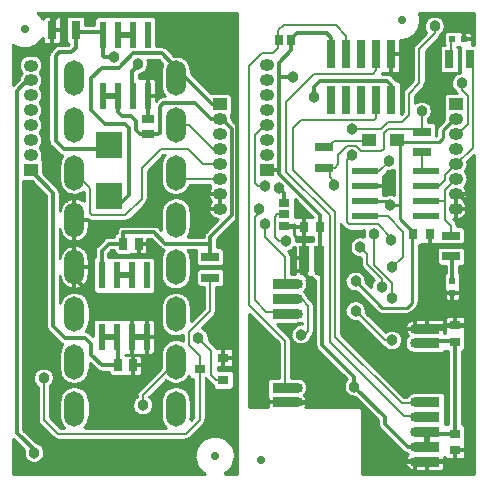
<source format=gtl>
%FSLAX24Y24*%
%MOIN*%
G70*
G01*
G75*
G04 Layer_Physical_Order=1*
G04 Layer_Color=255*
%ADD10C,0.0098*%
%ADD11R,0.0299X0.0945*%
%ADD12R,0.0315X0.0354*%
%ADD13R,0.0354X0.0315*%
%ADD14R,0.0276X0.0394*%
%ADD15R,0.0236X0.0886*%
%ADD16R,0.0591X0.0295*%
%ADD17R,0.0295X0.0591*%
%ADD18R,0.0354X0.0315*%
%ADD19R,0.0492X0.0433*%
%ADD20R,0.0906X0.0906*%
%ADD21R,0.0197X0.0236*%
%ADD22R,0.0236X0.0197*%
%ADD23R,0.0394X0.0276*%
%ADD24R,0.0315X0.0630*%
%ADD25R,0.0846X0.0335*%
%ADD26C,0.0335*%
%ADD27R,0.0335X0.0846*%
%ADD28R,0.0886X0.0236*%
%ADD29C,0.0276*%
%ADD30C,0.0118*%
%ADD31C,0.0138*%
%ADD32C,0.0079*%
%ADD33C,0.0197*%
%ADD34O,0.0472X0.0394*%
%ADD35R,0.0472X0.0394*%
%ADD36O,0.0669X0.1181*%
%ADD37C,0.0380*%
D10*
X15364Y10524D02*
G03*
X15351Y10621I-364J0D01*
G01*
X15265Y10274D02*
G03*
X15364Y10524I-265J250D01*
G01*
Y10024D02*
G03*
X15265Y10274I-364J0D01*
G01*
X15108Y13582D02*
G03*
X15049Y13569I49J-354D01*
G01*
D02*
G03*
X15009Y13553I108J-340D01*
G01*
D02*
G03*
X14960Y12930I149J-325D01*
G01*
D02*
G03*
X14979Y12888I197J62D01*
G01*
X14960Y12930D02*
G03*
X14979Y12888I197J62D01*
G01*
X15252Y9760D02*
G03*
X15364Y10024I-252J263D01*
G01*
X15346Y9523D02*
G03*
X15252Y9760I-346J0D01*
G01*
X15346Y9023D02*
G03*
X15239Y9273I-346J0D01*
G01*
D02*
G03*
X15346Y9523I-239J250D01*
G01*
X15000Y8677D02*
G03*
X15346Y9023I0J346D01*
G01*
X14881Y8679D02*
G03*
X14921Y8677I41J344D01*
G01*
X15010Y8465D02*
G03*
X14949Y8611I-207J0D01*
G01*
X15010Y8465D02*
G03*
X14949Y8611I-207J0D01*
G01*
X14568Y14951D02*
G03*
X14609Y15118I-316J167D01*
G01*
X14449Y14820D02*
G03*
X14557Y14932I-197J298D01*
G01*
X14398Y14736D02*
G03*
X14449Y14820I-146J146D01*
G01*
X14398Y14736D02*
G03*
X14449Y14820I-146J146D01*
G01*
X14609Y15118D02*
G03*
X13973Y14895I-357J0D01*
G01*
X13789Y15315D02*
G03*
X13747Y15551I-679J0D01*
G01*
X13594Y14516D02*
G03*
X13533Y14370I146J-146D01*
G01*
X13594Y14516D02*
G03*
X13533Y14370I146J-146D01*
G01*
X14583Y12159D02*
G03*
X14559Y11991I338J-136D01*
G01*
X14375Y11807D02*
G03*
X14311Y11654I153J-153D01*
G01*
X14374Y11807D02*
G03*
X14311Y11654I153J-153D01*
G01*
X13886Y13082D02*
G03*
X13947Y13228I-146J146D01*
G01*
X13886Y13082D02*
G03*
X13947Y13228I-146J146D01*
G01*
X14026Y11992D02*
G03*
X14176Y12283I-207J291D01*
G01*
D02*
G03*
X13593Y12560I-357J0D01*
G01*
X13657Y5752D02*
G03*
X13720Y5906I-153J153D01*
G01*
X13657Y5752D02*
G03*
X13720Y5906I-153J153D01*
G01*
X13334Y5519D02*
G03*
X13487Y5582I0J217D01*
G01*
X13334Y5519D02*
G03*
X13487Y5582I0J217D01*
G01*
X13583Y5356D02*
G03*
X13433Y5319I0J-317D01*
G01*
X13415Y4257D02*
G03*
X13583Y4213I167J290D01*
G01*
Y2913D02*
G03*
X13415Y2869I0J-335D01*
G01*
X13336Y876D02*
G03*
X13370Y844I247J226D01*
G01*
X13433Y331D02*
G03*
X13583Y294I149J279D01*
G01*
X13110Y14636D02*
G03*
X13789Y15315I0J679D01*
G01*
X13240Y13020D02*
G03*
X13179Y12874I146J-146D01*
G01*
X13240Y13020D02*
G03*
X13179Y12874I146J-146D01*
G01*
X12837Y13467D02*
G03*
X12677Y13533I-160J-160D01*
G01*
X12838Y13467D02*
G03*
X12677Y13533I-160J-160D01*
G01*
X13000Y13297D02*
G03*
X12971Y13334I-189J-124D01*
G01*
X13000Y13297D02*
G03*
X12971Y13333I-189J-124D01*
G01*
X12692Y10273D02*
G03*
X12894Y10320I25J356D01*
G01*
Y9503D02*
G03*
X12599Y9494I-138J-330D01*
G01*
X12226Y6668D02*
G03*
X12123Y6412I254J-251D01*
G01*
X11968Y6566D02*
G03*
X11971Y6614I-354J48D01*
G01*
X12340Y5582D02*
G03*
X12493Y5519I153J153D01*
G01*
X12340Y5582D02*
G03*
X12493Y5519I153J153D01*
G01*
X11966Y5570D02*
G03*
X11971Y5630I-352J60D01*
G01*
X11908Y8310D02*
G03*
X11901Y8089I336J-121D01*
G01*
X11801Y7179D02*
G03*
X11862Y7033I207J0D01*
G01*
X11801Y7179D02*
G03*
X11862Y7033I207J0D01*
G01*
X11901Y8089D02*
G03*
X11801Y7400I-129J-333D01*
G01*
X11971Y6614D02*
G03*
X11662Y6260I-357J0D01*
G01*
X11971Y5630D02*
G03*
X11674Y5278I-357J0D01*
G01*
X11258Y8371D02*
G03*
X11405Y8310I146J146D01*
G01*
X11142Y8520D02*
G03*
X11192Y8437I197J63D01*
G01*
X11258Y8371D02*
G03*
X11405Y8310I146J146D01*
G01*
X11142Y8520D02*
G03*
X11192Y8437I197J63D01*
G01*
X9617Y8099D02*
G03*
X9575Y8170I-326J-146D01*
G01*
X9649Y7954D02*
G03*
X9617Y8099I-357J-2D01*
G01*
X9379Y7606D02*
G03*
X9595Y7764I-88J346D01*
G01*
X9469Y7431D02*
G03*
X9408Y7577I-207J0D01*
G01*
X9469Y7431D02*
G03*
X9408Y7577I-207J0D01*
G01*
X10145Y6746D02*
G03*
X10276Y6649I258J213D01*
G01*
X9595Y6959D02*
G03*
X9614Y6850I317J0D01*
G01*
X9991Y6652D02*
G03*
X10145Y6746I-79J306D01*
G01*
X10020Y6516D02*
G03*
X9991Y6652I-335J0D01*
G01*
X9912Y6270D02*
G03*
X10020Y6516I-227J246D01*
G01*
X10004Y6125D02*
G03*
X9912Y6270I-319J-101D01*
G01*
X10246Y5797D02*
G03*
X10186Y5943I-207J0D01*
G01*
X10246Y5797D02*
G03*
X10186Y5943I-207J0D01*
G01*
X9833Y5199D02*
G03*
X9757Y5197I-30J-356D01*
G01*
X9685D02*
G03*
X9833Y5231I0J335D01*
G01*
X13433Y5319D02*
G03*
X13370Y4805I149J-279D01*
G01*
X13192Y4646D02*
G03*
X12612Y4925I-357J0D01*
G01*
X12452Y4499D02*
G03*
X12537Y4448I146J146D01*
G01*
X12452Y4500D02*
G03*
X12537Y4448I146J146D01*
G01*
D02*
G03*
X13192Y4646I298J197D01*
G01*
X13370Y4805D02*
G03*
X13415Y4257I213J-258D01*
G01*
Y2869D02*
G03*
X13305Y2766I167J-290D01*
G01*
X13186Y943D02*
G03*
X13336Y876I160J160D01*
G01*
X12372Y1850D02*
G03*
X12438Y1690I226J0D01*
G01*
X12372Y1850D02*
G03*
X12439Y1690I226J0D01*
G01*
X13370Y844D02*
G03*
X13433Y331I213J-234D01*
G01*
X13186Y942D02*
G03*
X13336Y876I160J160D01*
G01*
X11320Y3360D02*
G03*
X11610Y2755I255J-250D01*
G01*
X10276Y4498D02*
G03*
X10342Y4338I226J0D01*
G01*
X10276Y4498D02*
G03*
X10342Y4338I226J0D01*
G01*
X10186Y4815D02*
G03*
X10246Y4961I-146J146D01*
G01*
X10186Y4814D02*
G03*
X10246Y4961I-146J146D01*
G01*
X9757Y5197D02*
G03*
X10156Y4785I46J-354D01*
G01*
X9469Y4636D02*
G03*
X9408Y4782I-207J0D01*
G01*
X9469Y4636D02*
G03*
X9408Y4782I-207J0D01*
G01*
X9852Y3361D02*
G03*
X9685Y3406I-167J-290D01*
G01*
X10020Y3071D02*
G03*
X9852Y3361I-335J0D01*
G01*
X9898Y2813D02*
G03*
X10020Y3071I-213J258D01*
G01*
X10002Y2579D02*
G03*
X9898Y2813I-317J0D01*
G01*
X9954Y2411D02*
G03*
X10002Y2579I-269J167D01*
G01*
X7677Y11805D02*
G03*
X7640Y11853I-197J-112D01*
G01*
X7677Y11805D02*
G03*
X7640Y11853I-197J-112D01*
G01*
X7490Y12024D02*
G03*
X7464Y12159I-364J0D01*
G01*
X6747Y9817D02*
G03*
X6795Y9761I300J207D01*
G01*
D02*
G03*
X6808Y9274I252J-237D01*
G01*
X7640Y8659D02*
G03*
X7677Y8707I-160J160D01*
G01*
X7640Y8658D02*
G03*
X7677Y8707I-160J160D01*
G01*
X6808Y9274D02*
G03*
X7021Y8679I240J-250D01*
G01*
X6612Y8271D02*
G03*
X6545Y8110I160J-160D01*
G01*
X6612Y8270D02*
G03*
X6545Y8110I160J-160D01*
G01*
X5315Y14389D02*
G03*
X5148Y14459I-167J-167D01*
G01*
X6132Y13642D02*
G03*
X5565Y14139I-502J0D01*
G01*
X5315Y14389D02*
G03*
X5148Y14459I-167J-167D01*
G01*
X5177Y13859D02*
G03*
X5128Y13642I453J-217D01*
G01*
Y13130D02*
G03*
X5265Y12785I502J0D01*
G01*
X5247Y10817D02*
G03*
X5128Y10492I383J-325D01*
G01*
Y9980D02*
G03*
X6105Y9817I502J0D01*
G01*
X5197Y12785D02*
G03*
X5036Y12719I0J-226D01*
G01*
X5197Y12785D02*
G03*
X5037Y12719I0J-226D01*
G01*
X4718Y13848D02*
G03*
X4690Y13986I-357J0D01*
G01*
X4400Y13493D02*
G03*
X4718Y13848I-39J355D01*
G01*
X6132Y8917D02*
G03*
X5128Y8917I-502J0D01*
G01*
X6029Y8100D02*
G03*
X6132Y8406I-399J305D01*
G01*
X5115Y7714D02*
G03*
X5234Y7651I160J160D01*
G01*
X5116Y7714D02*
G03*
X5234Y7651I160J160D01*
G01*
X5128Y8406D02*
G03*
X5133Y8337I502J0D01*
G01*
X5062Y8408D02*
G03*
X4902Y8474I-160J-160D01*
G01*
X5062Y8408D02*
G03*
X4902Y8474I-160J-160D01*
G01*
X5234Y7651D02*
G03*
X5128Y7343I396J-309D01*
G01*
X6132D02*
G03*
X6029Y7648I-502J0D01*
G01*
X4634Y9224D02*
G03*
X4695Y9370I-146J146D01*
G01*
X4634Y9224D02*
G03*
X4695Y9370I-146J146D01*
G01*
X6918Y5484D02*
G03*
X6978Y5630I-146J146D01*
G01*
X6918Y5484D02*
G03*
X6978Y5630I-146J146D01*
G01*
X6997Y4381D02*
G03*
X6957Y4437I-186J-90D01*
G01*
X6730Y4664D02*
G03*
X6735Y4724I-352J60D01*
G01*
X6997Y4381D02*
G03*
X6957Y4437I-186J-90D01*
G01*
X6735Y4724D02*
G03*
X6496Y5062I-357J0D01*
G01*
X6635Y3376D02*
G03*
X6665Y3338I176J108D01*
G01*
X6635Y3376D02*
G03*
X6665Y3338I176J108D01*
G01*
X6822Y3181D02*
G03*
X6860Y3151I146J146D01*
G01*
X6822Y3181D02*
G03*
X6860Y3151I146J146D01*
G01*
X7265Y197D02*
G03*
X7608Y787I-335J591D01*
G01*
X6563Y1862D02*
G03*
X6624Y2008I-146J146D01*
G01*
X6564Y1862D02*
G03*
X6624Y2008I-146J146D01*
G01*
X7608Y787D02*
G03*
X6594Y197I-679J0D01*
G01*
X5128Y6831D02*
G03*
X6132Y6831I502J0D01*
G01*
Y5768D02*
G03*
X5128Y5768I-502J0D01*
G01*
Y5256D02*
G03*
X5863Y4811I502J0D01*
G01*
Y4637D02*
G03*
X5128Y4193I-233J-444D01*
G01*
X5294Y3308D02*
G03*
X6073Y3445I336J373D01*
G01*
X6132Y2618D02*
G03*
X5128Y2618I-502J0D01*
G01*
Y2106D02*
G03*
X5284Y1742I502J0D01*
G01*
X6121Y2004D02*
G03*
X6132Y2106I-491J102D01*
G01*
X5945Y1329D02*
G03*
X6091Y1389I0J207D01*
G01*
X5945Y1329D02*
G03*
X6091Y1389I0J207D01*
G01*
X4381Y2981D02*
G03*
X4321Y2835I146J-146D01*
G01*
X4381Y2981D02*
G03*
X4321Y2835I146J-146D01*
G01*
X4885Y2480D02*
G03*
X4747Y2762I-357J0D01*
G01*
X4321Y2772D02*
G03*
X4885Y2480I207J-291D01*
G01*
X1742Y9980D02*
G03*
X2549Y9582I502J0D01*
G01*
Y9293D02*
G03*
X1762Y8956I-305J-376D01*
G01*
X1723Y10857D02*
G03*
X1842Y10792I167J167D01*
G01*
X1723Y10857D02*
G03*
X1842Y10792I167J167D01*
G01*
Y10792D02*
G03*
X1742Y10492I402J-300D01*
G01*
X3937Y8612D02*
G03*
X4083Y8673I0J207D01*
G01*
X3937Y8612D02*
G03*
X4083Y8673I0J207D01*
G01*
X3878Y8474D02*
G03*
X3652Y8248I0J-226D01*
G01*
X3878Y8474D02*
G03*
X3652Y8248I0J-226D01*
G01*
X3384Y8100D02*
G03*
X3224Y8034I0J-226D01*
G01*
X3384Y8100D02*
G03*
X3223Y8034I0J-226D01*
G01*
X2988Y7798D02*
G03*
X2921Y7638I160J-160D01*
G01*
X2988Y7798D02*
G03*
X2921Y7638I160J-160D01*
G01*
X2728Y8642D02*
G03*
X2835Y8612I107J177D01*
G01*
X2728Y8642D02*
G03*
X2835Y8612I107J177D01*
G01*
X1762Y8367D02*
G03*
X2728Y8406I482J39D01*
G01*
Y7343D02*
G03*
X1762Y7382I-484J0D01*
G01*
X1732Y14488D02*
G03*
X1565Y14419I0J-236D01*
G01*
X1732Y14488D02*
G03*
X1565Y14419I0J-236D01*
G01*
X1447Y14301D02*
G03*
X1378Y14134I167J-167D01*
G01*
X1447Y14301D02*
G03*
X1378Y14134I167J-167D01*
G01*
X1189Y15360D02*
G03*
X1037Y15551I-599J-320D01*
G01*
X197Y14486D02*
G03*
X1189Y14719I394J553D01*
G01*
X1191Y13810D02*
G03*
X827Y14175I-364J0D01*
G01*
X1092Y13561D02*
G03*
X1191Y13810I-265J250D01*
G01*
X748Y14175D02*
G03*
X483Y13561I0J-364D01*
G01*
X1191Y13311D02*
G03*
X1092Y13561I-364J0D01*
G01*
X1092Y13061D02*
G03*
X1191Y13311I-265J250D01*
G01*
Y12811D02*
G03*
X1092Y13061I-364J0D01*
G01*
X483Y13561D02*
G03*
X385Y13343I265J-250D01*
G01*
X1191Y12311D02*
G03*
X1092Y12561I-364J0D01*
G01*
Y12061D02*
G03*
X1191Y12311I-265J250D01*
G01*
X1092Y12561D02*
G03*
X1191Y12811I-265J250D01*
G01*
X1378Y11299D02*
G03*
X1447Y11132I236J0D01*
G01*
X1378Y11299D02*
G03*
X1447Y11132I236J0D01*
G01*
X1191Y11811D02*
G03*
X1092Y12061I-364J0D01*
G01*
Y11561D02*
G03*
X1191Y11811I-265J250D01*
G01*
X1165Y10675D02*
G03*
X1191Y10811I-338J136D01*
G01*
Y11311D02*
G03*
X1092Y11561I-364J0D01*
G01*
Y11061D02*
G03*
X1191Y11311I-265J250D01*
G01*
Y10811D02*
G03*
X1092Y11061I-364J0D01*
G01*
X1762Y9563D02*
G03*
X1695Y9723I-226J0D01*
G01*
X1762Y9563D02*
G03*
X1696Y9723I-226J0D01*
G01*
X2988Y3661D02*
G03*
X3148Y3594I160J160D01*
G01*
X2987Y3661D02*
G03*
X3148Y3594I160J160D01*
G01*
X1762Y6792D02*
G03*
X2728Y6831I482J39D01*
G01*
X2746Y5768D02*
G03*
X1762Y5907I-502J0D01*
G01*
X2640Y4947D02*
G03*
X2746Y5256I-396J309D01*
G01*
X2759Y4884D02*
G03*
X2640Y4947I-160J-160D01*
G01*
X2758Y4884D02*
G03*
X2640Y4947I-160J-160D01*
G01*
X1742Y3681D02*
G03*
X2746Y3681I502J0D01*
G01*
X2590Y1742D02*
G03*
X2746Y2106I-345J364D01*
G01*
Y2618D02*
G03*
X1742Y2618I-502J0D01*
G01*
X1769Y4564D02*
G03*
X1855Y4510I160J160D01*
G01*
Y4510D02*
G03*
X1742Y4193I389J-318D01*
G01*
X1769Y4565D02*
G03*
X1855Y4510I160J160D01*
G01*
X1309Y5118D02*
G03*
X1375Y4958I226J0D01*
G01*
X1309Y5118D02*
G03*
X1376Y4958I226J0D01*
G01*
X1427Y3094D02*
G03*
X1578Y3386I-207J291D01*
G01*
D02*
G03*
X1014Y3094I-357J0D01*
G01*
Y2008D02*
G03*
X1074Y1862I207J0D01*
G01*
X1014Y2008D02*
G03*
X1074Y1862I207J0D01*
G01*
X1742Y2106D02*
G03*
X1899Y1742I502J0D01*
G01*
X1547Y1389D02*
G03*
X1693Y1329I146J146D01*
G01*
X1547Y1389D02*
G03*
X1693Y1329I146J146D01*
G01*
X1263Y906D02*
G03*
X950Y1260I-357J0D01*
G01*
X563Y1007D02*
G03*
X1263Y906I343J-101D01*
G01*
X15426Y15551D02*
X15551Y15426D01*
X15370Y15551D02*
X15551Y15370D01*
X15482Y15551D02*
X15551Y15482D01*
X15259Y15551D02*
X15551Y15259D01*
X15315Y15551D02*
X15551Y15315D01*
X15148Y15551D02*
X15551Y15148D01*
X15092Y15551D02*
X15551Y15092D01*
X15203Y15551D02*
X15551Y15203D01*
X15118Y14951D02*
X15551Y15384D01*
X15062Y14951D02*
X15551Y15440D01*
X15434Y14933D02*
X15551Y15050D01*
X15489Y14933D02*
X15551Y14994D01*
X15378Y14933D02*
X15551Y15106D01*
X15504Y14917D02*
X15551Y14869D01*
X15504Y14891D02*
X15551Y14939D01*
X15211Y14933D02*
X15551Y15273D01*
X15155Y14933D02*
X15551Y15329D01*
X15322Y14933D02*
X15551Y15161D01*
X15267Y14933D02*
X15551Y15217D01*
X15504Y14861D02*
X15551Y14814D01*
X15504Y14780D02*
X15551Y14827D01*
X15504Y14835D02*
X15551Y14883D01*
Y14478D02*
Y15551D01*
X15504Y14750D02*
X15551Y14702D01*
X15432Y14933D02*
X15504Y14861D01*
Y14806D02*
X15551Y14758D01*
X15128Y14933D02*
X15504D01*
Y14724D02*
X15551Y14772D01*
X15504Y14694D02*
X15551Y14647D01*
X15504Y14613D02*
X15551Y14660D01*
X15504Y14668D02*
X15551Y14716D01*
X15504Y14501D02*
X15551Y14549D01*
X15504Y14639D02*
X15551Y14591D01*
X15504Y14557D02*
X15551Y14605D01*
X15504Y14527D02*
X15551Y14480D01*
X15504Y14583D02*
X15551Y14535D01*
X15515Y10786D02*
X15551Y10749D01*
X15487Y10758D02*
X15551Y10694D01*
X15504Y14478D02*
X15551D01*
X15431Y10702D02*
X15551Y10582D01*
X15459Y10730D02*
X15551Y10638D01*
X15351Y10619D02*
X15551Y10819D01*
X15361Y10573D02*
X15551Y10763D01*
X15351Y10621D02*
X15551Y10822D01*
X15364Y10520D02*
X15551Y10707D01*
X15403Y10674D02*
X15551Y10526D01*
X15358Y10459D02*
X15551Y10652D01*
X15353Y10613D02*
X15551Y10415D01*
X15376Y10646D02*
X15551Y10471D01*
X15363Y10492D02*
X15551Y10304D01*
X15363Y10547D02*
X15551Y10359D01*
X15326Y10362D02*
X15551Y10137D01*
X15334Y10379D02*
X15551Y10596D01*
X15306Y10326D02*
X15551Y10081D01*
X15352Y10118D02*
X15551Y10318D01*
X15504Y14478D02*
Y14933D01*
X15299Y10232D02*
X15551Y10485D01*
X15274Y10263D02*
X15551Y10540D01*
X15049Y14437D02*
X15108D01*
X15055Y14419D02*
X15108Y14366D01*
X15049Y14381D02*
X15087Y14419D01*
X15080Y13577D02*
X15108Y13605D01*
Y13582D02*
Y14419D01*
X15343Y10401D02*
X15551Y10192D01*
X15338Y10160D02*
X15551Y10373D01*
X15355Y10444D02*
X15551Y10248D01*
X15364Y10019D02*
X15551Y10206D01*
X15361Y10072D02*
X15551Y10262D01*
X15283Y10294D02*
X15551Y10025D01*
X15320Y10198D02*
X15551Y10429D01*
X15316Y10205D02*
X15551Y9970D01*
X14981Y15551D02*
X15551Y14981D01*
X15036Y15551D02*
X15551Y15036D01*
X14951Y14951D02*
X15551Y15551D01*
X14925D02*
X15551Y14925D01*
X14895Y14951D02*
X15495Y15551D01*
X14869D02*
X15488Y14933D01*
X13747Y15551D02*
X15551D01*
X14839Y14951D02*
X15440Y15551D01*
X14814D02*
X15432Y14933D01*
X14647Y15551D02*
X15265Y14933D01*
X14784Y14951D02*
X15384Y15551D01*
X15006Y14951D02*
X15551Y15496D01*
X14728Y14951D02*
X15328Y15551D01*
X14758D02*
X15376Y14933D01*
X14702Y15551D02*
X15321Y14933D01*
X14672Y14951D02*
X15273Y15551D01*
X14574Y14964D02*
X15161Y15551D01*
X14617Y14951D02*
X15217Y15551D01*
X14591D02*
X15209Y14933D01*
X14606Y15163D02*
X14994Y15551D01*
X14609Y15110D02*
X15050Y15551D01*
X14597Y15210D02*
X14939Y15551D01*
X14568Y14951D02*
X15128D01*
X14602Y15048D02*
X15106Y15551D01*
X14368D02*
X14969Y14951D01*
X14480Y15551D02*
X15080Y14951D01*
X14553Y15311D02*
X14913Y14951D01*
X14535Y15551D02*
X15154Y14933D01*
X14424Y15551D02*
X15024Y14951D01*
X15049Y14325D02*
X15108Y14385D01*
X15049Y14369D02*
X15108Y14310D01*
X15049Y14419D02*
X15108D01*
X15049Y14258D02*
X15108Y14199D01*
X15049Y14270D02*
X15108Y14329D01*
X15049Y14313D02*
X15108Y14254D01*
X15010Y14419D02*
X15049D01*
Y14158D02*
X15108Y14217D01*
X15049Y14214D02*
X15108Y14273D01*
X15049Y14035D02*
X15108Y13976D01*
X15049Y13936D02*
X15108Y13995D01*
X15049Y13991D02*
X15108Y14050D01*
X15049Y13880D02*
X15108Y13939D01*
X15049Y13979D02*
X15108Y13920D01*
X15049Y14103D02*
X15108Y14162D01*
X15049Y14146D02*
X15108Y14087D01*
X15049Y14202D02*
X15108Y14143D01*
X15049Y14091D02*
X15108Y14032D01*
X15049Y14047D02*
X15108Y14106D01*
X15049Y13824D02*
X15108Y13883D01*
X15049Y13868D02*
X15108Y13809D01*
X15049Y13924D02*
X15108Y13865D01*
X15049Y13812D02*
X15108Y13753D01*
X15049Y13769D02*
X15108Y13828D01*
X15049Y13757D02*
X15108Y13698D01*
X15049Y13713D02*
X15108Y13772D01*
X15049Y13657D02*
X15108Y13716D01*
X15049Y13602D02*
X15108Y13661D01*
X15049Y13645D02*
X15108Y13586D01*
X15049Y13701D02*
X15108Y13642D01*
X15049Y13569D02*
Y14419D01*
X15001Y13553D02*
X15049Y13602D01*
X14419Y13553D02*
X15009D01*
X13947Y13912D02*
X14972Y12888D01*
X13947Y13857D02*
X14916Y12888D01*
X14919Y13553D02*
X14952Y13520D01*
X14863Y13553D02*
X14920Y13496D01*
X14892Y12888D02*
X14945Y12941D01*
X14836Y12888D02*
X14915Y12966D01*
X14807Y13553D02*
X14892Y13468D01*
X14557Y12888D02*
X14979D01*
X13989Y12597D02*
X14945Y13553D01*
X15340Y9457D02*
X15551Y9246D01*
X15328Y9413D02*
X15551Y9190D01*
X15346Y9507D02*
X15551Y9302D01*
X15337Y9101D02*
X15551Y9315D01*
X15324Y9144D02*
X15551Y9371D01*
X15286Y9217D02*
X15551Y9482D01*
X15307Y9183D02*
X15551Y9427D01*
X15287Y9329D02*
X15551Y9594D01*
X15292Y9338D02*
X15551Y9079D01*
X15312Y9374D02*
X15551Y9135D01*
X15345Y8998D02*
X15551Y9204D01*
X15344Y9064D02*
X15551Y8856D01*
X15345Y9053D02*
X15551Y9260D01*
X15340Y8956D02*
X15551Y8745D01*
X15346Y9006D02*
X15551Y8800D01*
X15334Y8931D02*
X15551Y9148D01*
X15269Y9305D02*
X15551Y9023D01*
X15285Y8826D02*
X15551Y9093D01*
X15327Y9136D02*
X15551Y8912D01*
X15353Y10112D02*
X15551Y9914D01*
X15363Y10046D02*
X15551Y9858D01*
X15358Y9957D02*
X15551Y10150D01*
X15355Y9943D02*
X15551Y9747D01*
X15363Y9991D02*
X15551Y9803D01*
X15286Y9718D02*
X15551Y9983D01*
X15343Y9900D02*
X15551Y9691D01*
X15333Y9877D02*
X15551Y10095D01*
X15324Y9645D02*
X15551Y9872D01*
X15307Y9683D02*
X15551Y9928D01*
X15345Y9554D02*
X15551Y9761D01*
X15345Y9499D02*
X15551Y9705D01*
X15337Y9602D02*
X15551Y9816D01*
X15344Y9565D02*
X15551Y9357D01*
X15334Y9432D02*
X15551Y9649D01*
X15306Y9826D02*
X15551Y9580D01*
X15326Y9861D02*
X15551Y9636D01*
X15327Y9637D02*
X15551Y9413D01*
X15282Y9793D02*
X15551Y9524D01*
X15312Y8873D02*
X15551Y8633D01*
X15292Y8837D02*
X15551Y8578D01*
X15328Y8912D02*
X15551Y8689D01*
X15266Y8417D02*
X15551Y8703D01*
X15269Y8805D02*
X15551Y8522D01*
X15266Y8306D02*
X15551Y8591D01*
X15266Y8250D02*
X15551Y8536D01*
X15266Y8362D02*
X15551Y8647D01*
X15266Y8139D02*
X15551Y8424D01*
X15266Y8195D02*
X15551Y8480D01*
X15266Y7972D02*
X15551Y8257D01*
X15266Y8251D02*
X15551Y7965D01*
X15266Y8306D02*
X15551Y8021D01*
X15266Y7749D02*
X15551Y8035D01*
X15266Y8084D02*
X15551Y7798D01*
X15266Y8083D02*
X15551Y8369D01*
X15266Y8418D02*
X15551Y8132D01*
X15266Y8028D02*
X15551Y8313D01*
X15266Y8362D02*
X15551Y8077D01*
X15266Y7415D02*
X15551Y7701D01*
X15266Y7694D02*
X15551Y7408D01*
X15266Y7527D02*
X15551Y7812D01*
X15266Y7360D02*
X15551Y7645D01*
X15266Y7360D02*
X15551Y7645D01*
X15266Y8028D02*
X15551Y7743D01*
X15266Y7917D02*
X15551Y7631D01*
X15266Y7825D02*
Y8455D01*
Y7861D02*
X15551Y7576D01*
X15266Y7582D02*
X15551Y7868D01*
X15266Y7193D02*
X15551Y7478D01*
X15266Y7471D02*
X15551Y7186D01*
X15266Y7527D02*
X15551Y7241D01*
X15266Y7416D02*
X15551Y7130D01*
X15266Y7137D02*
X15551Y7422D01*
X15266Y7304D02*
X15551Y7589D01*
X15266Y7638D02*
X15551Y7353D01*
X15266Y7248D02*
X15551Y7534D01*
X15266Y7583D02*
X15551Y7297D01*
X15262Y9750D02*
X15551Y10039D01*
X15262Y9249D02*
X15551Y9538D01*
X15256Y9764D02*
X15551Y9469D01*
X15243Y9276D02*
X15551Y8967D01*
X15008Y8494D02*
X15551Y9037D01*
X15192Y8455D02*
X15551Y8814D01*
X15247Y8455D02*
X15551Y8759D01*
X15242Y8776D02*
X15551Y8466D01*
X15179Y8727D02*
X15551Y8355D01*
X15212Y8750D02*
X15551Y8411D01*
X15080Y8455D02*
X15551Y8926D01*
X15025Y8455D02*
X15551Y8981D01*
X15143Y8708D02*
X15551Y8299D01*
X15136Y8455D02*
X15551Y8870D01*
X14978Y8575D02*
X15092Y8689D01*
X14954Y8606D02*
X15025Y8678D01*
X15007Y8677D02*
X15229Y8455D01*
X14996Y8538D02*
X15197Y8738D01*
X14894Y8678D02*
X15117Y8455D01*
X14881Y8679D02*
X14949Y8611D01*
X14951Y8677D02*
X15173Y8455D01*
X15010D02*
X15266D01*
X15004Y8512D02*
X15062Y8455D01*
X15173D02*
X15266Y8362D01*
X15229Y8455D02*
X15266Y8418D01*
X14921Y8677D02*
X15000D01*
X14926Y8634D02*
X14968Y8677D01*
X15266Y8195D02*
X15551Y7910D01*
X15266Y7861D02*
X15551Y8146D01*
X15266Y7916D02*
X15551Y8202D01*
X15266Y7972D02*
X15551Y7687D01*
X15266Y8139D02*
X15551Y7854D01*
X15057Y8682D02*
X15551Y8188D01*
X15227Y7766D02*
X15551Y8090D01*
X15102Y8692D02*
X15551Y8244D01*
X15266Y7638D02*
X15551Y7923D01*
X15266Y7694D02*
X15551Y7979D01*
X15266Y7471D02*
X15551Y7756D01*
X15266Y7750D02*
X15551Y7464D01*
X15246Y7825D02*
X15551Y7520D01*
X15266Y7360D02*
X15551Y7074D01*
X15266Y7136D02*
Y7766D01*
X14341D02*
X15266D01*
X15174Y7825D02*
X15266Y7916D01*
X15209Y7136D02*
X15266Y7193D01*
X15194Y7766D02*
X15266Y7694D01*
X15230Y7825D02*
X15266Y7861D01*
X15191Y7825D02*
X15250Y7766D01*
X15171D02*
X15230Y7825D01*
X15135D02*
X15194Y7766D01*
X15115D02*
X15174Y7825D01*
X14948Y7766D02*
X15007Y7825D01*
X14341D02*
X15266D01*
X14912D02*
X14971Y7766D01*
X15079Y7825D02*
X15138Y7766D01*
X15060D02*
X15119Y7825D01*
X15024D02*
X15083Y7766D01*
X15069Y7136D02*
X15266D01*
X15004Y7766D02*
X15063Y7825D01*
X15069Y7051D02*
X15153Y7136D01*
X15069Y7107D02*
X15098Y7136D01*
X14856Y7825D02*
X14916Y7766D01*
X14837D02*
X14896Y7825D01*
X14968D02*
X15027Y7766D01*
X14892D02*
X14952Y7825D01*
X14583Y15252D02*
X14883Y15551D01*
X14608Y15144D02*
X14802Y14951D01*
X14608Y15089D02*
X14746Y14951D01*
X14597Y15211D02*
X14857Y14951D01*
X14492Y15383D02*
X14660Y15551D01*
X14520Y15355D02*
X14716Y15551D01*
X14461Y15408D02*
X14605Y15551D01*
X14566Y15289D02*
X14827Y15551D01*
X14544Y15324D02*
X14772Y15551D01*
X14601Y15040D02*
X14690Y14951D01*
X14588Y14997D02*
X14635Y14951D01*
X14557Y14891D02*
X14617Y14951D01*
X14471Y14836D02*
X14557Y14750D01*
X14528Y14891D02*
X14557Y14861D01*
X14445Y14807D02*
X14557Y14694D01*
X14373Y14711D02*
X14557Y14527D01*
X14401Y14739D02*
X14557Y14583D01*
X14348Y15462D02*
X14438Y15551D01*
X14390Y15448D02*
X14493Y15551D01*
X14303Y15472D02*
X14382Y15551D01*
X14427Y15429D02*
X14549Y15551D01*
X14313D02*
X14445Y15419D01*
X14250Y15475D02*
X14326Y15551D01*
X14257D02*
X14345Y15463D01*
X14090Y15551D02*
X14174Y15467D01*
X14034Y15551D02*
X14131Y15454D01*
X13979Y15551D02*
X14092Y15438D01*
X14501Y14862D02*
X14557Y14806D01*
X14426Y14770D02*
X14557Y14639D01*
Y14724D02*
Y14932D01*
X14201Y15551D02*
X14278Y15474D01*
X14146Y15551D02*
X14223Y15474D01*
X14189Y15470D02*
X14271Y15551D01*
X14109Y15446D02*
X14215Y15551D01*
X14423Y14478D02*
X14557Y14613D01*
X14478Y14478D02*
X14557Y14557D01*
X14345Y14683D02*
X14550Y14478D01*
X14557D02*
Y14724D01*
X14534Y14478D02*
X14557Y14501D01*
X13947Y14281D02*
X14557Y14891D01*
X13947Y14225D02*
X14557Y14836D01*
X14318Y14655D02*
X14495Y14478D01*
X13947Y14114D02*
X14557Y14724D01*
X13947Y14170D02*
X14557Y14780D01*
X14640Y13553D02*
X14828Y13366D01*
X14696Y13553D02*
X14846Y13403D01*
X14557Y14478D02*
X14596D01*
X14529Y13553D02*
X14804Y13278D01*
X14473Y13553D02*
X14800Y13226D01*
X14419Y14478D02*
X14557D01*
X14419Y14419D02*
X14478Y14478D01*
X13951Y12615D02*
X14889Y13553D01*
X14419Y13607D02*
X14473Y13553D01*
X14290Y14627D02*
X14439Y14478D01*
X14262Y14600D02*
X14419Y14442D01*
X14234Y14572D02*
X14419Y14387D01*
Y13553D02*
Y14478D01*
X14206Y14544D02*
X14419Y14331D01*
X14178Y14516D02*
X14419Y14275D01*
X14151Y14488D02*
X14419Y14220D01*
X13947Y14284D02*
X14398Y14736D01*
X14095Y14433D02*
X14419Y14108D01*
X14123Y14460D02*
X14419Y14164D01*
X14039Y14377D02*
X14419Y13997D01*
X14011Y14349D02*
X14419Y13941D01*
X14067Y14405D02*
X14419Y14053D01*
X13956Y14293D02*
X14419Y13830D01*
X13984Y14321D02*
X14419Y13885D01*
X13947Y14080D02*
X14419Y13607D01*
X13947Y13613D02*
X14419Y14085D01*
X13947Y13501D02*
X14419Y13974D01*
X13947Y13557D02*
X14419Y14030D01*
X13867Y15551D02*
X14025Y15394D01*
X13923Y15551D02*
X14057Y15417D01*
X13811Y15551D02*
X13996Y15367D01*
X13789Y15292D02*
X14048Y15551D01*
X13789Y15348D02*
X13992Y15551D01*
X13756D02*
X13970Y15337D01*
X13768Y15483D02*
X13947Y15304D01*
X13784Y15399D02*
X13936Y15551D01*
X13772Y15165D02*
X14159Y15551D01*
X13784Y15232D02*
X14103Y15551D01*
X13782Y15413D02*
X13928Y15268D01*
X13769Y15149D02*
X13913Y15004D01*
X13788Y15352D02*
X13912Y15228D01*
X13756Y15105D02*
X13970Y14892D01*
X13741Y15064D02*
X13942Y14864D01*
X13750Y15086D02*
X13924Y15261D01*
X13594Y14516D02*
X13973Y14895D01*
X13725Y15026D02*
X13914Y14836D01*
X13776Y15447D02*
X13881Y15551D01*
X13789Y15295D02*
X13901Y15184D01*
X13766Y15492D02*
X13825Y15551D01*
X13779Y15194D02*
X13897Y15076D01*
X13786Y15243D02*
X13895Y15134D01*
X13703Y14984D02*
X13900Y15181D01*
X13706Y14989D02*
X13886Y14808D01*
X13685Y14954D02*
X13858Y14781D01*
X13663Y14920D02*
X13830Y14753D01*
X13639Y14889D02*
X13803Y14725D01*
X13613Y14859D02*
X13775Y14697D01*
X13586Y14830D02*
X13747Y14669D01*
X13557Y14803D02*
X13719Y14641D01*
X13526Y14778D02*
X13691Y14613D01*
X13494Y14755D02*
X13663Y14586D01*
X13460Y14733D02*
X13636Y14558D01*
X13425Y14713D02*
X13608Y14530D01*
X13387Y14695D02*
X13581Y14501D01*
X13947Y13968D02*
X14830Y13085D01*
X13947Y13801D02*
X14860Y12888D01*
X13947Y14024D02*
X14806Y13165D01*
X13947Y13745D02*
X14805Y12888D01*
X13947Y13690D02*
X14749Y12888D01*
X13947Y14058D02*
X14557Y14669D01*
X13947Y14247D02*
X14419Y13774D01*
X13947Y13724D02*
X14419Y14197D01*
X13947Y13669D02*
X14419Y14141D01*
X13947Y14191D02*
X14419Y13718D01*
X13947Y13634D02*
X14693Y12888D01*
X13810Y12641D02*
X14722Y13553D01*
X13947Y13578D02*
X14637Y12888D01*
X13910Y12629D02*
X14834Y13553D01*
X13863Y12638D02*
X14778Y13553D01*
X13747Y12633D02*
X14667Y13553D01*
X13593Y12702D02*
X14444Y13553D01*
X13663Y12605D02*
X14611Y13553D01*
X13593Y12590D02*
X14555Y13553D01*
X13947Y13947D02*
X14419Y14419D01*
X13947Y13891D02*
X14419Y14364D01*
X13947Y14003D02*
X14419Y14475D01*
X13947Y13836D02*
X14419Y14308D01*
X13947Y13228D02*
Y14284D01*
X13348Y14679D02*
X13558Y14468D01*
X13306Y14665D02*
X13542Y14429D01*
X13533Y13314D02*
Y14370D01*
X13947Y14135D02*
X14419Y13663D01*
X13947Y13446D02*
X14419Y13918D01*
X13947Y13780D02*
X14419Y14252D01*
X13947Y13334D02*
X14419Y13807D01*
X13947Y13390D02*
X14419Y13863D01*
X13947Y13223D02*
X14419Y13696D01*
X13947Y13279D02*
X14419Y13751D01*
X13593Y12757D02*
X14419Y13584D01*
X13933Y13153D02*
X14419Y13640D01*
X14752Y13553D02*
X14868Y13437D01*
X14781Y12888D02*
X14887Y12994D01*
X14725Y12888D02*
X14863Y13026D01*
X14669Y12888D02*
X14842Y13060D01*
X14614Y12888D02*
X14825Y13099D01*
X14585Y13553D02*
X14813Y13324D01*
X14558Y12888D02*
X14811Y13141D01*
X14557Y12831D02*
X14614Y12888D01*
X14557Y12159D02*
Y12888D01*
X14163Y12381D02*
X14557Y12775D01*
X14282Y11832D02*
X14570Y12120D01*
X14375Y11807D02*
X14559Y11991D01*
X14282Y11776D02*
X14558Y12053D01*
X14282Y11720D02*
X14558Y11997D01*
X14147Y12143D02*
X14557Y12553D01*
X14171Y12222D02*
X14557Y12608D01*
X14202Y11919D02*
X14557Y12274D01*
X14258Y11919D02*
X14557Y12219D01*
X14176Y12283D02*
X14557Y12664D01*
X14176Y12291D02*
X14518Y11950D01*
X14173Y12238D02*
X14490Y11922D01*
X14282Y11887D02*
X14557Y12163D01*
X14214Y11919D02*
X14282Y11852D01*
X14148Y12422D02*
X14557Y12831D01*
X14172Y12335D02*
X14557Y12720D01*
X14169Y12354D02*
X14545Y11978D01*
X14164Y12192D02*
X14462Y11894D01*
X14150Y12150D02*
X14434Y11866D01*
X14282Y11908D02*
X14378Y11811D01*
X14282Y11852D02*
X14352Y11781D01*
X14282Y11796D02*
X14332Y11746D01*
X14282Y11740D02*
X14317Y11705D01*
X14282Y11665D02*
X14316Y11699D01*
X14282Y11685D02*
X14311Y11655D01*
X14282Y11609D02*
X14311Y11639D01*
X14725Y7766D02*
X14784Y7825D01*
X14745D02*
X14804Y7766D01*
X14689Y7825D02*
X14749Y7766D01*
X14801Y7825D02*
X14860Y7766D01*
X14781D02*
X14840Y7825D01*
X14578D02*
X14637Y7766D01*
X14614D02*
X14673Y7825D01*
X14558Y7766D02*
X14617Y7825D01*
X14670Y7766D02*
X14729Y7825D01*
X14634D02*
X14693Y7766D01*
X14467Y7825D02*
X14526Y7766D01*
X14503D02*
X14562Y7825D01*
X14447Y7766D02*
X14506Y7825D01*
X14543Y7136D02*
X14616Y7063D01*
X14522Y7825D02*
X14581Y7766D01*
X14411Y7825D02*
X14470Y7766D01*
X14391D02*
X14450Y7825D01*
X14341Y7136D02*
X14616D01*
X14341Y7227D02*
X14432Y7136D01*
X14311Y11476D02*
Y11654D01*
X14282Y11553D02*
X14311Y11583D01*
X14282Y11629D02*
X14311Y11600D01*
X14373Y7863D02*
X14411Y7825D01*
X14341Y7826D02*
X14377Y7863D01*
X14282Y11498D02*
X14311Y11527D01*
X14282Y11518D02*
X14311Y11488D01*
X14282Y11573D02*
X14311Y11544D01*
X14262Y7863D02*
X14359Y7766D01*
X14282Y11476D02*
Y11919D01*
X14341Y7863D02*
X14401D01*
X14355Y7825D02*
X14414Y7766D01*
X14341Y7825D02*
Y7863D01*
Y7715D02*
X14391Y7766D01*
X14341Y7171D02*
X14376Y7136D01*
X14206Y7863D02*
X14341Y7728D01*
X14318Y7863D02*
X14341Y7840D01*
Y7136D02*
Y7766D01*
X14151Y7863D02*
X14341Y7673D01*
X13947Y13523D02*
X14582Y12888D01*
X14024Y12576D02*
X14840Y13393D01*
X13947Y13411D02*
X14557Y12801D01*
X14055Y12552D02*
X14809Y13305D01*
X14083Y12524D02*
X14800Y13242D01*
X13947Y13356D02*
X14557Y12745D01*
X13947Y13300D02*
X14557Y12690D01*
X13947Y13467D02*
X14557Y12857D01*
X13944Y13192D02*
X14557Y12578D01*
X13947Y13244D02*
X14557Y12634D01*
X14108Y12493D02*
X14802Y13188D01*
X13931Y13149D02*
X14557Y12523D01*
X13858Y13054D02*
X14557Y12356D01*
X14141Y12437D02*
X14557Y12022D01*
X14146Y11919D02*
X14557Y12330D01*
X13775Y12971D02*
X14557Y12189D01*
X13831Y13027D02*
X14557Y12300D01*
X13747Y12943D02*
X14570Y12120D01*
X13719Y12915D02*
X14561Y12074D01*
X13911Y13113D02*
X14557Y12467D01*
X13886Y13082D02*
X14557Y12411D01*
X14130Y12460D02*
X14557Y12887D01*
X13593Y12646D02*
X14500Y13553D01*
X13664Y12859D02*
X13889Y12634D01*
X13593Y12788D02*
X13886Y13082D01*
X13803Y12999D02*
X14557Y12244D01*
X13691Y12887D02*
X13973Y12606D01*
X13636Y12832D02*
X13827Y12641D01*
X13608Y12804D02*
X13774Y12638D01*
X13593Y12560D02*
Y12788D01*
X14026Y11966D02*
X14557Y12497D01*
X13593Y12764D02*
X13727Y12629D01*
X13593Y12708D02*
X13685Y12615D01*
X13593Y12652D02*
X13648Y12597D01*
X14035Y11919D02*
X14557Y12441D01*
X14091Y11919D02*
X14557Y12386D01*
X14111Y12078D02*
X14270Y11919D01*
X14132Y12112D02*
X14406Y11838D01*
X14095Y7863D02*
X14341Y7617D01*
X13868Y7863D02*
X14341D01*
X13984D02*
X14341Y7506D01*
X14026Y11919D02*
X14282D01*
X13872Y7863D02*
X14341Y7394D01*
X13928Y7863D02*
X14341Y7450D01*
X13835Y7844D02*
X14341Y7339D01*
X13779Y7844D02*
X14341Y7283D01*
X14039Y7863D02*
X14341Y7561D01*
X13720Y7095D02*
X14341Y7715D01*
X13723Y7844D02*
X14341Y7227D01*
X13720Y7206D02*
X14341Y7826D01*
X13720Y7262D02*
X14321Y7863D01*
X13720Y7151D02*
X14395Y7825D01*
X13720Y7792D02*
X14341Y7171D01*
X14087Y12047D02*
X14214Y11919D01*
X14059Y12019D02*
X14158Y11919D01*
X14026D02*
Y11992D01*
X14028Y11994D02*
X14103Y11919D01*
X13720Y7485D02*
X14098Y7863D01*
X14026Y11941D02*
X14047Y11919D01*
X13720Y7373D02*
X14210Y7863D01*
X13720Y7429D02*
X14154Y7863D01*
X13720Y7652D02*
X13931Y7863D01*
X13720Y7596D02*
X13987Y7863D01*
X13788D02*
X13868D01*
X13720Y7318D02*
X14266Y7863D01*
X13720Y7540D02*
X14043Y7863D01*
X13720Y7844D02*
X13868D01*
X13720Y7819D02*
X13746Y7844D01*
X13720Y7707D02*
X13858Y7844D01*
X13720Y7763D02*
X13802Y7844D01*
X15266Y7248D02*
X15551Y6963D01*
X15266Y7193D02*
X15551Y6907D01*
X15266Y7304D02*
X15551Y7019D01*
X15248Y5393D02*
X15551Y5696D01*
X15266Y7137D02*
X15551Y6852D01*
X15156Y7136D02*
X15551Y6740D01*
X15208Y5464D02*
X15551Y5808D01*
X15211Y7136D02*
X15551Y6796D01*
X15248Y5448D02*
X15551Y5752D01*
X15152Y5464D02*
X15551Y5863D01*
X15248Y5114D02*
X15551Y5418D01*
X15248Y5374D02*
X15551Y5070D01*
X15248Y5429D02*
X15551Y5126D01*
X15248Y5318D02*
X15551Y5014D01*
X15248Y5059D02*
X15551Y5362D01*
X15248Y5281D02*
X15551Y5585D01*
X15248Y5337D02*
X15551Y5641D01*
X15248Y5170D02*
X15551Y5474D01*
X15248Y5226D02*
X15551Y5529D01*
X15248Y5003D02*
X15551Y5306D01*
X15248Y5262D02*
X15551Y4959D01*
X15248Y4931D02*
Y5464D01*
X15266Y4854D02*
X15551Y5139D01*
X15266Y4910D02*
X15551Y5195D01*
X15248Y4947D02*
X15551Y5251D01*
X15248Y5207D02*
X15551Y4903D01*
X15213Y5464D02*
X15248Y5429D01*
Y5095D02*
X15551Y4792D01*
X15248Y5151D02*
X15551Y4847D01*
X15266Y4743D02*
X15551Y5028D01*
X15266Y4687D02*
X15551Y4972D01*
X15266Y4798D02*
X15551Y5084D01*
X15266Y4576D02*
X15551Y4861D01*
X15266Y4910D02*
X15551Y4625D01*
X15248Y5039D02*
X15551Y4736D01*
X15248Y4851D02*
Y4931D01*
X15266Y4631D02*
X15551Y4917D01*
X15248Y4984D02*
X15551Y4680D01*
X15266Y4687D02*
X15551Y4402D01*
X15266Y4353D02*
X15551Y4638D01*
X15266Y4409D02*
X15551Y4694D01*
X15266Y4297D02*
X15551Y4583D01*
X15266Y4632D02*
X15551Y4346D01*
X15266Y4520D02*
X15551Y4805D01*
X15266Y4799D02*
X15551Y4513D01*
X15266Y4854D02*
X15551Y4569D01*
X15266Y4743D02*
X15551Y4458D01*
X15266Y4464D02*
X15551Y4750D01*
X15266Y4520D02*
X15551Y4235D01*
X15266Y4465D02*
X15551Y4179D01*
X15266Y4576D02*
X15551Y4291D01*
X15266Y4298D02*
X15551Y4012D01*
X15266Y4409D02*
X15551Y4123D01*
X15266Y4353D02*
X15551Y4068D01*
X15148Y4123D02*
X15551Y4527D01*
X15148Y4082D02*
X15551Y3678D01*
X15148Y4068D02*
X15551Y4471D01*
X15266Y4281D02*
Y4931D01*
X15226Y4281D02*
X15551Y3956D01*
X15194Y4281D02*
X15266Y4353D01*
X15551Y197D02*
Y10822D01*
X15170Y4281D02*
X15551Y3901D01*
X15148Y4012D02*
X15551Y4416D01*
X15148Y3956D02*
X15551Y4360D01*
X15148Y4281D02*
X15266D01*
X15148Y3845D02*
X15551Y4249D01*
X15148Y3901D02*
X15551Y4304D01*
X15148Y4026D02*
X15551Y3622D01*
X15148Y3622D02*
X15551Y4026D01*
X15148Y3678D02*
X15551Y4082D01*
X15148Y3567D02*
X15551Y3970D01*
X15148Y3970D02*
X15551Y3567D01*
X15148Y3789D02*
X15551Y4193D01*
X15148Y4193D02*
X15551Y3789D01*
X15148Y3734D02*
X15551Y4137D01*
X15148Y4137D02*
X15551Y3734D01*
X15108Y6812D02*
X15551Y7255D01*
X15108Y6757D02*
X15551Y7200D01*
X15108Y6868D02*
X15551Y7311D01*
X15108Y6645D02*
X15551Y7088D01*
X15108Y6701D02*
X15551Y7144D01*
X15100Y7136D02*
X15551Y6685D01*
X15069Y7111D02*
X15551Y6629D01*
X15084Y6900D02*
X15551Y7367D01*
X15069Y7056D02*
X15551Y6573D01*
X15108Y6590D02*
X15551Y7033D01*
X15108Y6478D02*
X15551Y6921D01*
X15108Y6423D02*
X15551Y6865D01*
X15108Y6534D02*
X15551Y6977D01*
X15108Y6515D02*
X15551Y6072D01*
X15108Y6849D02*
X15551Y6406D01*
X15069Y6944D02*
X15551Y6462D01*
X15069Y7000D02*
X15551Y6518D01*
X15090Y6070D02*
X15551Y6531D01*
X15108Y6367D02*
X15551Y6810D01*
X15108Y6794D02*
X15551Y6351D01*
X15108Y6738D02*
X15551Y6295D01*
X15108Y6329D02*
Y6900D01*
X15090Y6237D02*
X15551Y6698D01*
X15108Y6682D02*
X15551Y6239D01*
X15069Y6996D02*
X15209Y7136D01*
X15069Y6940D02*
X15265Y7136D01*
X15069Y6900D02*
Y7136D01*
X15090Y6293D02*
X15551Y6754D01*
X15069Y6900D02*
X15108D01*
X15090Y6182D02*
X15551Y6643D01*
X15108Y6571D02*
X15551Y6128D01*
X15108Y6626D02*
X15551Y6184D01*
X15108Y6404D02*
X15551Y5961D01*
X15108Y6459D02*
X15551Y6017D01*
X15090Y6126D02*
X15551Y6587D01*
X15090Y5959D02*
X15551Y6420D01*
X15090Y6015D02*
X15551Y6476D01*
X15090Y6311D02*
X15551Y5850D01*
X15090Y6255D02*
X15551Y5794D01*
X15108Y6348D02*
X15551Y5905D01*
X15090Y6144D02*
X15551Y5682D01*
X15090Y6199D02*
X15551Y5738D01*
X14707Y5464D02*
X15551Y6309D01*
X14762Y5464D02*
X15551Y6253D01*
X14651Y5464D02*
X15551Y6364D01*
X14874Y5464D02*
X15551Y6142D01*
X14818Y5464D02*
X15551Y6197D01*
X15090Y6032D02*
X15551Y5571D01*
X15090Y5976D02*
X15551Y5515D01*
X15090Y6088D02*
X15551Y5627D01*
X14946Y5953D02*
X15551Y5348D01*
X15041Y5464D02*
X15551Y5975D01*
X14891Y5953D02*
X15551Y5293D01*
X14929Y5464D02*
X15551Y6086D01*
X14779Y5953D02*
X15551Y5181D01*
X14835Y5953D02*
X15551Y5237D01*
X15090Y5953D02*
Y6329D01*
X14985Y5464D02*
X15551Y6030D01*
X15029Y5953D02*
X15090Y6015D01*
X15002Y5953D02*
X15551Y5404D01*
X15058Y5953D02*
X15551Y5460D01*
X14668Y5953D02*
X15157Y5464D01*
X14724Y5953D02*
X15213Y5464D01*
X14595D02*
X15084Y5953D01*
X13720Y6789D02*
X15046Y5464D01*
X14431Y5356D02*
X15029Y5953D01*
X15096Y5464D02*
X15551Y5919D01*
X15148Y4179D02*
X15250Y4281D01*
X15148Y4235D02*
X15194Y4281D01*
X15148Y4249D02*
X15551Y3845D01*
X15148Y1860D02*
Y4281D01*
X14595Y5464D02*
X15248D01*
X14595Y5953D02*
X15090D01*
X14612D02*
X15101Y5464D01*
X15148Y3079D02*
X15551Y2676D01*
X15148Y2676D02*
X15551Y3079D01*
X15148Y2731D02*
X15551Y3135D01*
X15148Y2620D02*
X15551Y3024D01*
X15148Y3024D02*
X15551Y2620D01*
X15148Y2843D02*
X15551Y3246D01*
X15148Y3191D02*
X15551Y2787D01*
X15148Y3246D02*
X15551Y2843D01*
X15148Y3135D02*
X15551Y2732D01*
X15148Y2787D02*
X15551Y3191D01*
X15148Y2690D02*
X15551Y2286D01*
X15148Y2286D02*
X15551Y2690D01*
X15148Y2342D02*
X15551Y2745D01*
X15223Y1860D02*
X15551Y2189D01*
X15167Y1860D02*
X15551Y2244D01*
X15148Y2801D02*
X15551Y2397D01*
X15148Y2912D02*
X15551Y2509D01*
X15148Y2745D02*
X15551Y2342D01*
X15148Y2397D02*
X15551Y2801D01*
X15266Y1792D02*
X15551Y2077D01*
X15266Y1736D02*
X15551Y2021D01*
X15266Y1847D02*
X15551Y2133D01*
X15266Y1625D02*
X15551Y1910D01*
X15266Y1680D02*
X15551Y1966D01*
X15266Y1569D02*
X15551Y1854D01*
X15266Y1848D02*
X15551Y1562D01*
X15198Y1860D02*
X15266Y1792D01*
X15551Y1507D01*
X15266Y1513D02*
X15551Y1799D01*
X15266Y1625D02*
X15551Y1340D01*
X15266Y1291D02*
X15551Y1576D01*
X15266Y1346D02*
X15551Y1632D01*
X15266Y1235D02*
X15551Y1520D01*
X15266Y1569D02*
X15551Y1284D01*
X15266Y1736D02*
X15551Y1451D01*
X15266Y1458D02*
X15551Y1743D01*
X15266Y1681D02*
X15551Y1395D01*
X15266Y1402D02*
X15551Y1687D01*
X15266Y1458D02*
X15551Y1173D01*
X15266Y1402D02*
X15551Y1117D01*
X15266Y1514D02*
X15551Y1228D01*
X15266Y1291D02*
X15551Y1006D01*
X15266Y1347D02*
X15551Y1061D01*
X15248Y1105D02*
X15551Y1409D01*
X15248Y1050D02*
X15551Y1353D01*
X15248Y1161D02*
X15551Y1465D01*
X15248Y938D02*
X15551Y1242D01*
X15248Y994D02*
X15551Y1298D01*
X15248Y1198D02*
X15551Y894D01*
X15248Y883D02*
X15551Y1186D01*
X15266Y1235D02*
X15551Y950D01*
X15397Y197D02*
X15551Y351D01*
X15248Y1142D02*
X15551Y838D01*
X15248Y1086D02*
X15551Y783D01*
X15248Y827D02*
X15551Y1131D01*
X15248Y1031D02*
X15551Y727D01*
X15248Y771D02*
X15551Y1075D01*
X15266Y1211D02*
Y1860D01*
X15248Y716D02*
X15551Y1019D01*
X15248Y1211D02*
Y1291D01*
Y975D02*
X15551Y671D01*
X15248Y678D02*
Y1211D01*
Y919D02*
X15551Y616D01*
X15248Y864D02*
X15551Y560D01*
X15209Y678D02*
X15248Y716D01*
Y752D02*
X15551Y449D01*
X15248Y808D02*
X15551Y504D01*
X15286Y197D02*
X15551Y463D01*
X15341Y197D02*
X15551Y407D01*
X15248Y697D02*
X15551Y393D01*
X15508Y197D02*
X15551Y240D01*
X15453Y197D02*
X15551Y295D01*
X15155Y678D02*
X15551Y282D01*
X15211Y678D02*
X15551Y337D01*
X15174Y197D02*
X15551Y574D01*
X15230Y197D02*
X15551Y518D01*
X15148Y2564D02*
X15551Y2968D01*
X15148Y2509D02*
X15551Y2912D01*
X15148Y2968D02*
X15551Y2565D01*
X15148Y2453D02*
X15551Y2857D01*
X15148Y2857D02*
X15551Y2453D01*
X15148Y3358D02*
X15551Y2954D01*
X15148Y2954D02*
X15551Y3358D01*
X15148Y3010D02*
X15551Y3413D01*
X15148Y2899D02*
X15551Y3302D01*
X15148Y3302D02*
X15551Y2899D01*
X15148Y2119D02*
X15551Y2523D01*
X15148Y2467D02*
X15551Y2063D01*
X15148Y2523D02*
X15551Y2119D01*
X15148Y2411D02*
X15551Y2008D01*
X15148Y2063D02*
X15551Y2467D01*
X15148Y2230D02*
X15551Y2634D01*
X15148Y2634D02*
X15551Y2230D01*
X15148Y2175D02*
X15551Y2578D01*
X15148Y2578D02*
X15551Y2175D01*
X15148Y3748D02*
X15551Y3344D01*
X15148Y3344D02*
X15551Y3747D01*
X15148Y3400D02*
X15551Y3803D01*
X15148Y3288D02*
X15551Y3692D01*
X15148Y3692D02*
X15551Y3288D01*
X15148Y3511D02*
X15551Y3915D01*
X15148Y3859D02*
X15551Y3455D01*
X15148Y3915D02*
X15551Y3511D01*
X15148Y3803D02*
X15551Y3400D01*
X15148Y3455D02*
X15551Y3859D01*
X15148Y3121D02*
X15551Y3525D01*
X15148Y3469D02*
X15551Y3066D01*
X15148Y3525D02*
X15551Y3121D01*
X15148Y3413D02*
X15551Y3010D01*
X15148Y3066D02*
X15551Y3469D01*
X15148Y3233D02*
X15551Y3636D01*
X15148Y3636D02*
X15551Y3233D01*
X15148Y3177D02*
X15551Y3580D01*
X15148Y3581D02*
X15551Y3177D01*
X15148Y2189D02*
X15551Y1785D01*
X15148Y2133D02*
X15551Y1729D01*
X15148Y2244D02*
X15551Y1841D01*
X15148Y2022D02*
X15551Y1618D01*
X15148Y2077D02*
X15551Y1674D01*
X15148Y2356D02*
X15551Y1952D01*
X15148Y1952D02*
X15551Y2356D01*
X15148Y2008D02*
X15551Y2411D01*
X15148Y1896D02*
X15551Y2300D01*
X15148Y2300D02*
X15551Y1896D01*
X15063Y197D02*
X15551Y685D01*
X15118Y197D02*
X15551Y630D01*
X15100Y678D02*
X15551Y226D01*
X15007Y197D02*
X15551Y741D01*
X15044Y678D02*
X15525Y197D01*
X14840D02*
X15551Y908D01*
X14784Y197D02*
X15551Y964D01*
X14951Y197D02*
X15551Y797D01*
X14896Y197D02*
X15551Y852D01*
X15148Y1966D02*
X15253Y1860D01*
X15148D02*
X15266D01*
X15148Y1910D02*
X15198Y1860D01*
X14988Y678D02*
X15469Y197D01*
X14933Y678D02*
X15413Y197D01*
X14595Y678D02*
X15248D01*
X14877D02*
X15358Y197D01*
X14766Y678D02*
X15246Y197D01*
X14673D02*
X15154Y678D01*
X14710D02*
X15191Y197D01*
X14654Y678D02*
X15135Y197D01*
X14821Y678D02*
X15302Y197D01*
X14729D02*
X15209Y678D01*
X14562Y197D02*
X15042Y678D01*
X14578Y642D02*
X15024Y197D01*
X14617D02*
X15098Y678D01*
X14599D02*
X15079Y197D01*
X14432Y7136D02*
X14616Y6952D01*
Y6900D02*
Y7136D01*
X14488D02*
X14616Y7007D01*
X14577Y6900D02*
X14616D01*
X14583D02*
X14616Y6933D01*
X13720Y6678D02*
X14934Y5464D01*
X13720Y6567D02*
X14823Y5464D01*
X13720Y6093D02*
X14616Y6988D01*
X13720Y6734D02*
X14990Y5464D01*
X13720Y6622D02*
X14879Y5464D01*
X14595Y6026D02*
X14668Y5953D01*
X14376Y5356D02*
X14973Y5953D01*
X14595Y5408D02*
X14651Y5464D01*
X14209Y5356D02*
X14806Y5953D01*
X13720Y6511D02*
X14767Y5464D01*
X14320Y5356D02*
X14917Y5953D01*
X14264Y5356D02*
X14862Y5953D01*
X13720Y6872D02*
X14341Y7492D01*
X14376Y7136D02*
X14612Y6900D01*
X13720Y6816D02*
X14341Y7437D01*
X13720Y7458D02*
X14577Y6601D01*
X13720Y7513D02*
X14577Y6657D01*
X13720Y7402D02*
X14577Y6546D01*
X13720Y7346D02*
X14577Y6490D01*
X13720Y6761D02*
X14341Y7381D01*
X13720Y6956D02*
X14595Y6082D01*
X13720Y7012D02*
X14595Y6138D01*
X13720Y6037D02*
X14577Y6893D01*
X14595Y5953D02*
Y6329D01*
X14577D02*
Y6900D01*
X14543Y5356D02*
X14595Y5408D01*
X14487Y5356D02*
X14595Y5464D01*
X13720Y6901D02*
X14595Y6026D01*
X13720Y5981D02*
X14577Y6838D01*
X13720Y6845D02*
X14595Y5971D01*
X13720Y5926D02*
X14577Y6782D01*
X14669Y4281D02*
X14695Y4256D01*
Y1860D02*
Y4281D01*
X14614D02*
X14695Y4200D01*
X14153Y5356D02*
X14750Y5953D01*
X14596Y4281D02*
X14695D01*
X14596Y4243D02*
X14695Y4145D01*
X14404Y4213D02*
X14695Y3922D01*
X14460Y4213D02*
X14695Y3978D01*
X14237Y4213D02*
X14695Y3755D01*
X14181Y4213D02*
X14695Y3699D01*
X14349Y4213D02*
X14695Y3866D01*
X14070Y4213D02*
X14695Y3588D01*
X14126Y4213D02*
X14695Y3644D01*
X13959Y4213D02*
X14695Y3476D01*
X14014Y4213D02*
X14695Y3532D01*
X13792Y4213D02*
X14695Y3309D01*
X13847Y4213D02*
X14695Y3365D01*
X14042Y5356D02*
X14639Y5953D01*
X14097Y5356D02*
X14695Y5953D01*
X14541Y5356D02*
X14578Y5319D01*
X14595Y4931D02*
Y5464D01*
X14578Y4931D02*
Y5356D01*
X13819D02*
X14595Y6132D01*
X13875Y5356D02*
X14595Y6076D01*
X13763Y5356D02*
X14595Y6188D01*
X13986Y5356D02*
X14595Y5965D01*
X13930Y5356D02*
X14595Y6021D01*
X14595Y4882D02*
Y4931D01*
X14596Y4240D02*
X14638Y4281D01*
X14578Y4882D02*
Y4931D01*
X14569Y4213D02*
X14596Y4240D01*
Y4213D02*
Y4281D01*
X14293Y4213D02*
X14695Y3811D01*
X14513Y4213D02*
X14582Y4281D01*
X13720Y7179D02*
X14595Y6305D01*
X13720Y6260D02*
X14597Y7136D01*
X13720Y7235D02*
X14577Y6378D01*
X13720Y6204D02*
X14616Y7100D01*
X13720Y7123D02*
X14595Y6249D01*
X13720Y7680D02*
X14577Y6824D01*
X13720Y7625D02*
X14577Y6768D01*
X13720Y7736D02*
X14577Y6880D01*
X13720Y7290D02*
X14577Y6434D01*
X13720Y7569D02*
X14577Y6713D01*
X13720Y6148D02*
X14616Y7044D01*
X13720Y6455D02*
X14712Y5464D01*
X13720Y7068D02*
X14595Y6193D01*
X13720Y6400D02*
X14656Y5464D01*
X13720Y6177D02*
X14541Y5356D01*
X13720Y6344D02*
X14600Y5464D01*
X13717Y5866D02*
X14577Y6726D01*
X13720Y6233D02*
X14595Y5358D01*
X13720Y6288D02*
X14595Y5414D01*
X13720Y6594D02*
X14341Y7214D01*
X13720Y6538D02*
X14341Y7158D01*
X13720Y6649D02*
X14341Y7269D01*
X13720Y6371D02*
X14485Y7136D01*
X13720Y6427D02*
X14430Y7136D01*
X13720Y6983D02*
X14341Y7604D01*
X13720Y6928D02*
X14341Y7548D01*
X13720Y7039D02*
X14341Y7659D01*
X13720Y6705D02*
X14341Y7325D01*
X13720Y5906D02*
Y7844D01*
Y6482D02*
X14374Y7136D01*
X13720Y6315D02*
X14541Y7136D01*
X13720Y6121D02*
X14486Y5356D01*
X13720Y5899D02*
X14263Y5356D01*
X13487Y5582D02*
X13657Y5752D01*
X13708Y5356D02*
X14595Y6243D01*
X13720Y5954D02*
X14319Y5356D01*
X13713Y5850D02*
X14207Y5356D01*
X13720Y6066D02*
X14430Y5356D01*
X13720Y6010D02*
X14374Y5356D01*
X13541D02*
X14577Y6392D01*
X13596Y5356D02*
X14577Y6336D01*
X13485Y5356D02*
X14577Y6448D01*
X13652Y5356D02*
X14595Y6299D01*
X13698Y5810D02*
X14152Y5356D01*
X13677Y5775D02*
X14096Y5356D01*
X13650Y5746D02*
X14040Y5356D01*
X13623Y5718D02*
X13985Y5356D01*
X13625Y4213D02*
X14695Y3142D01*
X13680Y4213D02*
X14695Y3198D01*
X13583Y5356D02*
X14578D01*
X13595Y5690D02*
X13929Y5356D01*
X13458Y4213D02*
X14695Y2975D01*
X13583Y4213D02*
X14596D01*
X13567Y5662D02*
X13873Y5356D01*
X13539Y5634D02*
X13818Y5356D01*
X13511Y5607D02*
X13762Y5356D01*
X13483Y5579D02*
X13706Y5356D01*
X13460Y5331D02*
X13485Y5356D01*
X13452Y5554D02*
X13651Y5356D01*
X13416Y5535D02*
X13595Y5356D01*
X13321Y5519D02*
X13484Y5356D01*
X13373Y5522D02*
X13539Y5356D01*
X13433D02*
X13583D01*
X13433Y5350D02*
X13455Y5329D01*
X13433Y5319D02*
Y5356D01*
X13415Y4255D02*
X13458Y4213D01*
X13415D02*
X13583D01*
X13415D02*
Y4257D01*
X14596Y2848D02*
X14695Y2947D01*
X14596Y2907D02*
X14695Y2808D01*
X14596Y2904D02*
X14695Y3003D01*
X14596Y2851D02*
X14695Y2753D01*
X14596Y2793D02*
X14695Y2891D01*
X14516Y4213D02*
X14695Y4033D01*
X14439Y2913D02*
X14695Y3170D01*
X14571Y4213D02*
X14695Y4089D01*
X14494Y2913D02*
X14695Y3114D01*
X14550Y2913D02*
X14695Y3058D01*
X14596Y2684D02*
X14695Y2586D01*
X14596Y2570D02*
X14695Y2668D01*
X14596Y2626D02*
X14695Y2724D01*
X14596Y2514D02*
X14695Y2613D01*
X14596Y2628D02*
X14695Y2530D01*
X14596Y2795D02*
X14695Y2697D01*
X14596Y2737D02*
X14695Y2836D01*
X14596Y2740D02*
X14695Y2641D01*
X14596Y2681D02*
X14695Y2780D01*
X14596Y2461D02*
X14695Y2363D01*
X14596Y2347D02*
X14695Y2446D01*
X14596Y2403D02*
X14695Y2501D01*
X14596Y2244D02*
Y2421D01*
Y2244D02*
Y2421D01*
Y2573D02*
X14695Y2474D01*
X14596Y2459D02*
X14695Y2557D01*
X14534Y2913D02*
X14596Y2851D01*
Y2517D02*
X14695Y2419D01*
X14596Y2421D02*
Y2913D01*
Y2180D02*
X14695Y2279D01*
X14596Y2239D02*
X14695Y2140D01*
X14596Y2294D02*
X14695Y2196D01*
X14596Y2183D02*
X14695Y2085D01*
X14596Y2125D02*
X14695Y2223D01*
X14596Y2292D02*
X14695Y2390D01*
X14596Y2406D02*
X14695Y2307D01*
X14596Y2236D02*
X14695Y2334D01*
X14596Y2350D02*
X14695Y2252D01*
X14596Y2072D02*
X14695Y1973D01*
X14610Y1860D02*
X14695Y1945D01*
X14596Y2127D02*
X14695Y2029D01*
X14666Y1860D02*
X14695Y1889D01*
X14596Y1960D02*
X14695Y1862D01*
X14596Y1860D02*
X14695D01*
X14596Y2069D02*
X14695Y2167D01*
X14578Y325D02*
X14931Y678D01*
X14578Y381D02*
X14875Y678D01*
X14578Y586D02*
X14968Y197D01*
X14578Y531D02*
X14912Y197D01*
X14578Y475D02*
X14857Y197D01*
X14578Y419D02*
X14801Y197D01*
X14578Y364D02*
X14745Y197D01*
X14578Y492D02*
X14764Y678D01*
X14578Y548D02*
X14708Y678D01*
X14506Y197D02*
X14987Y678D01*
X14578Y436D02*
X14820Y678D01*
X14596Y2013D02*
X14695Y2112D01*
X14596Y1958D02*
X14695Y2056D01*
X14596Y1929D02*
Y2244D01*
Y1902D02*
X14695Y2000D01*
X14596Y2016D02*
X14695Y1918D01*
X14596Y1860D02*
Y1929D01*
Y1905D02*
X14641Y1860D01*
X14596D02*
Y1929D01*
X14595Y678D02*
Y768D01*
X14578Y294D02*
Y768D01*
X14595Y737D02*
X14654Y678D01*
X14578Y603D02*
X14653Y678D01*
X14547Y294D02*
X14578Y325D01*
Y308D02*
X14690Y197D01*
X14537Y294D02*
X14634Y197D01*
X14492Y294D02*
X14578Y381D01*
X14481Y294D02*
X14578Y197D01*
X14450D02*
X14547Y294D01*
X14426D02*
X14523Y197D01*
X13736Y4213D02*
X14695Y3254D01*
X13882Y2913D02*
X14695Y3726D01*
X13903Y4213D02*
X14695Y3421D01*
X13826Y2913D02*
X14695Y3782D01*
X13771Y2913D02*
X14695Y3838D01*
X13513Y4213D02*
X14695Y3031D01*
X13715Y2913D02*
X14695Y3893D01*
X13569Y4213D02*
X14695Y3087D01*
X13604Y2913D02*
X14695Y4005D01*
X13659Y2913D02*
X14695Y3949D01*
X14216Y2913D02*
X14695Y3392D01*
X14272Y2913D02*
X14695Y3337D01*
X14160Y2913D02*
X14695Y3448D01*
X14383Y2913D02*
X14695Y3225D01*
X14327Y2913D02*
X14695Y3281D01*
X13993Y2913D02*
X14695Y3615D01*
X13938Y2913D02*
X14695Y3671D01*
X14105Y2913D02*
X14695Y3504D01*
X14049Y2913D02*
X14695Y3559D01*
X13492Y2913D02*
X14695Y4116D01*
X13548Y2913D02*
X14695Y4060D01*
X13436Y2913D02*
X14695Y4172D01*
X13583Y2913D02*
X14596D01*
X13421D02*
X13449Y2885D01*
X13415Y2913D02*
X13583D01*
X13415Y2869D02*
Y2913D01*
X13434Y294D02*
X13459Y319D01*
X13583Y294D02*
X14578D01*
X13450Y323D02*
X13479Y294D01*
X13433D02*
Y331D01*
Y294D02*
X13583D01*
X14061Y197D02*
X14157Y294D01*
X14092D02*
X14188Y197D01*
X14036Y294D02*
X14133Y197D01*
X14147Y294D02*
X14244Y197D01*
X14116D02*
X14213Y294D01*
X13925D02*
X14021Y197D01*
X13949D02*
X14046Y294D01*
X13894Y197D02*
X13990Y294D01*
X14005Y197D02*
X14102Y294D01*
X13980D02*
X14077Y197D01*
X14314Y294D02*
X14411Y197D01*
X14339D02*
X14436Y294D01*
X14283Y197D02*
X14380Y294D01*
X14395Y197D02*
X14492Y294D01*
X14370D02*
X14467Y197D01*
X14203Y294D02*
X14300Y197D01*
X14172D02*
X14269Y294D01*
X14259D02*
X14355Y197D01*
X14228D02*
X14325Y294D01*
X13535D02*
X13632Y197D01*
X13560D02*
X13656Y294D01*
X13504Y197D02*
X13601Y294D01*
X13615Y197D02*
X13712Y294D01*
X13591D02*
X13687Y197D01*
X13392D02*
X13489Y294D01*
X13337Y197D02*
X13434Y294D01*
X13479D02*
X13576Y197D01*
X13448D02*
X13545Y294D01*
X13782Y197D02*
X13879Y294D01*
X13813D02*
X13910Y197D01*
X13758Y294D02*
X13854Y197D01*
X13869Y294D02*
X13966Y197D01*
X13838D02*
X13935Y294D01*
X13671Y197D02*
X13768Y294D01*
X13646D02*
X13743Y197D01*
X13727D02*
X13823Y294D01*
X13702D02*
X13799Y197D01*
X13110Y14335D02*
X13895Y15120D01*
X13262Y14653D02*
X13534Y14381D01*
X13215Y14644D02*
X13533Y14326D01*
X13110Y14279D02*
X13898Y15068D01*
X13166Y14638D02*
X13533Y14270D01*
X13110Y14223D02*
X13908Y15022D01*
X13110Y14168D02*
X13922Y14980D01*
X13110Y14056D02*
X13962Y14909D01*
X13110Y14112D02*
X13941Y14943D01*
X13110Y14582D02*
X13533Y14159D01*
X13110Y14527D02*
X13533Y14103D01*
X13112Y14636D02*
X13533Y14215D01*
X13110Y14001D02*
X13544Y14435D01*
X13110Y14471D02*
X13533Y14047D01*
X13110Y14360D02*
X13533Y13936D01*
X13110Y13945D02*
X13533Y14369D01*
X13110Y14304D02*
X13533Y13880D01*
X13110Y13889D02*
X13533Y14313D01*
X13110Y13859D02*
X13533Y13435D01*
X13110Y13803D02*
X13533Y13379D01*
X13110Y13914D02*
X13533Y13491D01*
X13128Y13295D02*
X13533Y13701D01*
X13110Y13747D02*
X13533Y13324D01*
X13110Y14248D02*
X13533Y13825D01*
X13110Y14193D02*
X13533Y13769D01*
X13110Y13834D02*
X13533Y14257D01*
X13110Y13970D02*
X13533Y13546D01*
X13110Y13667D02*
X13533Y14090D01*
X13128Y13184D02*
X13533Y13589D01*
X13128Y13128D02*
X13533Y13534D01*
X13128Y13239D02*
X13533Y13645D01*
X13128Y13284D02*
X13316Y13096D01*
X13128Y13228D02*
X13288Y13068D01*
X13110Y13692D02*
X13510Y13291D01*
X13110Y13636D02*
X13483Y13263D01*
X13128Y13072D02*
X13533Y13478D01*
X13110Y13580D02*
X13455Y13235D01*
X13128Y13017D02*
X13533Y13422D01*
X13240Y13020D02*
X13533Y13314D01*
X13128Y13172D02*
X13260Y13040D01*
X13128Y12961D02*
X13533Y13366D01*
X13128Y13117D02*
X13232Y13012D01*
X13128Y13061D02*
X13209Y12980D01*
X13128Y12905D02*
X13220Y12997D01*
X13128Y13005D02*
X13191Y12943D01*
X13128Y12738D02*
X13179Y12789D01*
X13128Y12783D02*
X13179Y12731D01*
X13128Y12838D02*
X13179Y12787D01*
X13128Y12727D02*
X13179Y12676D01*
X13128Y12683D02*
X13179Y12734D01*
X13128Y12850D02*
X13181Y12903D01*
X13128Y12950D02*
X13180Y12897D01*
X13128Y12794D02*
X13179Y12845D01*
X13128Y12894D02*
X13179Y12843D01*
X13128Y12671D02*
X13179Y12620D01*
X13128Y12571D02*
X13179Y12622D01*
X13128Y12627D02*
X13179Y12678D01*
Y12251D02*
Y12874D01*
X13128Y12200D02*
Y13297D01*
Y12516D02*
X13179Y12567D01*
X13128Y12560D02*
X13179Y12509D01*
X13128Y12616D02*
X13179Y12564D01*
X13128Y12504D02*
X13179Y12453D01*
X13128Y12460D02*
X13179Y12511D01*
X13128Y12293D02*
X13179Y12344D01*
X13128Y12337D02*
X13179Y12286D01*
X13128Y12282D02*
X13169Y12241D01*
X13128Y12200D02*
X13179Y12251D01*
X13128Y12237D02*
X13179Y12288D01*
X13128Y12449D02*
X13179Y12397D01*
X13128Y12404D02*
X13179Y12455D01*
X13128Y12393D02*
X13179Y12342D01*
X13128Y12349D02*
X13179Y12400D01*
X13110Y13778D02*
X13533Y14202D01*
X13110Y13722D02*
X13533Y14146D01*
X13110Y14415D02*
X13533Y13992D01*
X13110Y14137D02*
X13533Y13713D01*
X13110Y13571D02*
Y14636D01*
Y14502D02*
X13261Y14653D01*
X13110Y14558D02*
X13193Y14641D01*
X13110Y14613D02*
X13133Y14636D01*
X13110Y14390D02*
X13441Y14722D01*
X13110Y14446D02*
X13339Y14676D01*
X13110Y13611D02*
X13533Y14035D01*
X13110Y14026D02*
X13533Y13602D01*
X13110Y14081D02*
X13533Y13658D01*
X13074Y13297D02*
X13533Y13756D01*
X13070Y13571D02*
X13110Y13611D01*
X12957Y13347D02*
X13533Y13923D01*
X12929Y13375D02*
X13533Y13979D01*
X12985Y13319D02*
X13533Y13868D01*
X12840Y13571D02*
X13114Y13297D01*
X12817Y13485D02*
X12903Y13571D01*
X12846Y13458D02*
X12959Y13571D01*
X12902Y13403D02*
X13070Y13571D01*
X12874Y13431D02*
X13014Y13571D01*
X12628D02*
X13110D01*
X12643Y13533D02*
X12680Y13571D01*
X12783Y13507D02*
X12847Y13571D01*
X12729D02*
X12810Y13491D01*
X12744Y13523D02*
X12792Y13571D01*
X12697Y13533D02*
X12736Y13571D01*
X12838Y13467D02*
X12971Y13334D01*
X12628Y13561D02*
X12656Y13533D01*
X12494Y13553D02*
X12628D01*
X12673Y13571D02*
X12714Y13530D01*
X12482Y13533D02*
X12677D01*
X13019Y13297D02*
X13533Y13812D01*
X13000Y13297D02*
X13128D01*
X13059D02*
X13128Y13228D01*
X13063Y13571D02*
X13427Y13207D01*
X13007Y13571D02*
X13399Y13180D01*
X12785Y13571D02*
X13059Y13297D01*
X12952Y13571D02*
X13371Y13152D01*
X12896Y13571D02*
X13343Y13124D01*
X12834Y10293D02*
X12894Y10233D01*
X12791Y10280D02*
X12894Y10177D01*
X12689Y10271D02*
X12894Y10066D01*
X12742Y10274D02*
X12894Y10122D01*
X12521Y9737D02*
X12894Y10110D01*
X12661Y10243D02*
X12894Y10010D01*
X12521Y9682D02*
X12894Y10054D01*
X12539Y10086D02*
X12894Y9732D01*
X12539Y10034D02*
X12785Y10279D01*
X12633Y10215D02*
X12894Y9955D01*
X12550Y10131D02*
X12692Y10273D01*
X12894Y9503D02*
Y10320D01*
X12605Y10187D02*
X12894Y9899D01*
X12521Y9960D02*
X12867Y10306D01*
X12521Y9904D02*
X12894Y10277D01*
X12539Y10090D02*
X12722Y10273D01*
X12521Y9793D02*
X12894Y10166D01*
X12521Y9849D02*
X12894Y10221D01*
X12578Y10159D02*
X12894Y9843D01*
X12550Y10131D02*
X12894Y9788D01*
X12539Y9992D02*
Y10122D01*
X12522Y9992D02*
X12894Y9621D01*
X12539Y10031D02*
X12894Y9676D01*
X12521Y9626D02*
X12894Y9998D01*
X12521Y9992D02*
Y10045D01*
Y9570D02*
X12894Y9943D01*
X12521Y9563D02*
Y9992D01*
X12700Y9526D02*
X12894Y9720D01*
X12760Y9530D02*
X12894Y9664D01*
X12539Y9533D02*
X12894Y9887D01*
X12556Y9494D02*
X12894Y9831D01*
X12623Y9505D02*
X12894Y9776D01*
X12521Y9937D02*
X12894Y9565D01*
X12521Y9770D02*
X12761Y9530D01*
X12521Y9715D02*
X12709Y9527D01*
X12521Y9882D02*
X12894Y9509D01*
X12521Y9826D02*
X12823Y9524D01*
X12857Y9516D02*
X12894Y9553D01*
X12811Y9526D02*
X12894Y9609D01*
X12539Y9529D02*
X12575Y9494D01*
X12539D02*
Y9563D01*
X12521Y9659D02*
X12662Y9518D01*
X12521Y9510D02*
Y9563D01*
Y9603D02*
X12621Y9504D01*
X12539Y9494D02*
X12599D01*
X11971Y6626D02*
X12120Y6775D01*
X11968Y6568D02*
X12148Y6747D01*
X11966Y6677D02*
X12092Y6803D01*
X11995Y6539D02*
X12175Y6719D01*
X11957Y6716D02*
X12142Y6531D01*
X11940Y6762D02*
X12036Y6858D01*
X11920Y6798D02*
X12008Y6886D01*
X11901Y6827D02*
X12158Y6571D01*
X11955Y6721D02*
X12064Y6830D01*
X12023Y6511D02*
X12203Y6691D01*
X12051Y6483D02*
X12183Y6615D01*
X12079Y6456D02*
X12136Y6513D01*
X11971Y6590D02*
X12124Y6438D01*
X11970Y6647D02*
X12130Y6487D01*
X11968Y6566D02*
X12123Y6412D01*
X11906Y5837D02*
X11995Y5927D01*
X12443Y5093D02*
X12868Y5519D01*
X12820D02*
X13268Y5071D01*
X12415Y5121D02*
X12812Y5519D01*
X12499Y5038D02*
X12979Y5519D01*
X12471Y5066D02*
X12924Y5519D01*
X12304Y5233D02*
X12590Y5519D01*
X12332Y5205D02*
X12645Y5519D01*
X12276Y5261D02*
X12534Y5519D01*
X12387Y5149D02*
X12757Y5519D01*
X12359Y5177D02*
X12701Y5519D01*
X13209D02*
X13418Y5310D01*
X13265Y5519D02*
X13433Y5350D01*
X13154Y5519D02*
X13385Y5287D01*
X13098Y5519D02*
X13356Y5261D01*
X13042Y5519D02*
X13330Y5231D01*
X12493Y5519D02*
X13334D01*
X12987D02*
X13308Y5197D01*
X12931Y5519D02*
X13290Y5160D01*
X12875Y5519D02*
X13276Y5118D01*
X11997Y5539D02*
X12190Y5732D01*
X12025Y5511D02*
X12218Y5704D01*
X11971Y5624D02*
X12135Y5787D01*
X12081Y5455D02*
X12274Y5648D01*
X12053Y5483D02*
X12246Y5676D01*
X11945Y5765D02*
X12051Y5871D01*
X11959Y5723D02*
X12079Y5843D01*
X11927Y5802D02*
X12023Y5899D01*
X11970Y5567D02*
X12163Y5760D01*
X11968Y5677D02*
X12107Y5815D01*
X12192Y5344D02*
X12392Y5544D01*
X12248Y5288D02*
X12479Y5519D01*
X12220Y5316D02*
X12432Y5528D01*
X12109Y5428D02*
X12302Y5620D01*
X12165Y5372D02*
X12358Y5566D01*
X12137Y5400D02*
X12330Y5593D01*
X11810Y8310D02*
X11889Y8231D01*
X11866Y8310D02*
X11898Y8278D01*
X11754Y8310D02*
X11887Y8177D01*
X11730Y8111D02*
X11898Y8279D01*
X11699Y8310D02*
X11895Y8114D01*
X11405Y8310D02*
X11908D01*
X11643D02*
X11848Y8105D01*
X11658Y8095D02*
X11873Y8310D01*
X11142Y7634D02*
X11818Y8310D01*
X11788Y8113D02*
X11888Y8213D01*
X11837Y8107D02*
X11888Y8158D01*
X11695Y6962D02*
X11822Y7089D01*
X11142Y7809D02*
X11804Y7147D01*
X11142Y7753D02*
X11852Y7044D01*
X11647Y6970D02*
X11807Y7130D01*
X11532Y8310D02*
X11731Y8111D01*
X11587Y8310D02*
X11784Y8113D01*
X11476Y8310D02*
X11684Y8102D01*
X11420Y8310D02*
X11642Y8089D01*
X11360Y8315D02*
X11604Y8071D01*
X11142Y7801D02*
X11651Y8310D01*
X11142Y7745D02*
X11706Y8310D01*
X11142Y7857D02*
X11595Y8310D01*
X11142Y7865D02*
X11801Y7205D01*
X11142Y7690D02*
X11762Y8310D01*
X11637Y7425D02*
X11801Y7261D01*
X11715Y7403D02*
X11801Y7317D01*
X11775Y7399D02*
X11801Y7372D01*
X11592Y6971D02*
X11801Y7180D01*
Y7179D02*
Y7400D01*
X11142Y7419D02*
X11590Y6971D01*
X11142Y7022D02*
X11577Y7457D01*
X11142Y7475D02*
X11647Y6970D01*
X11142Y6966D02*
X11612Y7436D01*
X11812Y6912D02*
X11897Y6997D01*
X11843Y6888D02*
X11925Y6970D01*
X11776Y6932D02*
X11869Y7025D01*
X11862Y7033D02*
X12226Y6668D01*
X11872Y6861D02*
X11953Y6942D01*
X11142Y7698D02*
X12200Y6639D01*
X11738Y6949D02*
X11843Y7055D01*
X11142Y7586D02*
X11827Y6901D01*
X11142Y7642D02*
X12177Y6607D01*
X11898Y6831D02*
X11981Y6914D01*
X11822Y5920D02*
X11912Y6010D01*
X11788Y5942D02*
X11884Y6038D01*
X11881Y5868D02*
X11968Y5954D01*
X11853Y5896D02*
X11940Y5982D01*
X11751Y5960D02*
X11856Y6066D01*
X11709Y5974D02*
X11828Y6094D01*
X11662Y6260D02*
X12340Y5582D01*
X11430Y6921D02*
X11801Y7291D01*
X11526Y6960D02*
X11801Y7236D01*
X11142Y6910D02*
X11651Y7420D01*
X11142Y6799D02*
X11743Y7400D01*
X11142Y6855D02*
X11694Y7407D01*
X11142Y6743D02*
X11798Y7400D01*
X11142Y6688D02*
X11801Y7347D01*
X11142Y7531D02*
X11716Y6957D01*
X11142Y6529D02*
X11692Y5979D01*
X11142Y6473D02*
X11628Y5987D01*
X11611Y5987D02*
X11773Y6149D01*
X11663Y5984D02*
X11801Y6122D01*
X11549Y5981D02*
X11745Y6177D01*
X11390Y6336D02*
X11779Y5947D01*
X11468Y5956D02*
X11717Y6205D01*
X11142Y5797D02*
X11602Y6257D01*
X11142Y6417D02*
X11574Y5985D01*
X11142Y5685D02*
X11689Y6233D01*
X11142Y5741D02*
X11661Y6260D01*
X11193Y8436D02*
X11258Y8371D01*
X11142Y8477D02*
X11569Y8050D01*
X11142Y8358D02*
X11206Y8423D01*
X11142Y8414D02*
X11179Y8451D01*
X11142Y8422D02*
X11538Y8026D01*
X11142Y8302D02*
X11234Y8395D01*
X11142Y8191D02*
X11293Y8342D01*
X11142Y8135D02*
X11330Y8324D01*
X11142Y8247D02*
X11262Y8367D01*
X11142Y8366D02*
X11509Y7998D01*
X11142Y8080D02*
X11374Y8312D01*
X11142Y8024D02*
X11428Y8310D01*
X10146Y8081D02*
X10207Y8020D01*
X10069Y7972D02*
X10207D01*
Y8081D01*
X10108Y8770D02*
X10162D01*
X10108Y8752D02*
X10180D01*
X10088D02*
X10134Y8798D01*
X10032Y8752D02*
X10106Y8826D01*
X9976Y8752D02*
X10078Y8853D01*
X9754Y8752D02*
X9967Y8965D01*
X9809Y8752D02*
X9995Y8937D01*
X9698Y8752D02*
X9939Y8993D01*
X9921Y8752D02*
X10050Y8881D01*
X9865Y8752D02*
X10023Y8909D01*
X10108Y8081D02*
X10207D01*
X10144Y7972D02*
X10207Y8035D01*
X10108Y8099D02*
X10189D01*
X10073D02*
X10199Y7972D01*
X10088D02*
X10196Y8081D01*
X10017Y8099D02*
X10143Y7972D01*
X9961Y8099D02*
X10088Y7972D01*
X11142Y7920D02*
X11441Y7622D01*
X11142Y7578D02*
X11433Y7870D01*
X11142Y8143D02*
X11429Y7856D01*
X11142Y7356D02*
X11432Y7646D01*
X11142Y7411D02*
X11420Y7690D01*
X11142Y8310D02*
X11484Y7968D01*
X11142Y7968D02*
X11484Y8310D01*
X11142Y8255D02*
X11462Y7934D01*
X11142Y7912D02*
X11539Y8310D01*
X11142Y8199D02*
X11443Y7897D01*
X11142Y7077D02*
X11545Y7480D01*
X11142Y7364D02*
X11541Y6964D01*
X11142Y7308D02*
X11498Y6952D01*
X11142Y7252D02*
X11458Y6936D01*
X11142Y7197D02*
X11423Y6916D01*
X11142Y7244D02*
X11467Y7569D01*
X11142Y7300D02*
X11447Y7606D01*
X11142Y7133D02*
X11516Y7507D01*
X11142Y7189D02*
X11490Y7537D01*
X9850Y8099D02*
X9994Y7954D01*
X9903D02*
X10047Y8099D01*
X9847Y7954D02*
X9992Y8099D01*
X9959Y7954D02*
X10103Y8099D01*
X9906D02*
X10050Y7954D01*
X9736D02*
X9880Y8099D01*
X9738D02*
X9883Y7954D01*
X9683Y8099D02*
X9827Y7954D01*
X9794Y8099D02*
X9939Y7954D01*
X9792D02*
X9936Y8099D01*
X11142Y8088D02*
X11419Y7811D01*
X11142Y7976D02*
X11419Y7699D01*
X11142Y8032D02*
X11414Y7759D01*
X11142Y7523D02*
X11417Y7798D01*
X11142Y7085D02*
X11361Y6866D01*
X11142Y7467D02*
X11415Y7740D01*
X10014Y7954D02*
X10141Y8081D01*
X11142Y7141D02*
X11390Y6893D01*
X9587Y9345D02*
X10162Y8770D01*
X9587Y9309D02*
X10125Y8770D01*
X9587Y8974D02*
X9772Y9160D01*
X9587Y9253D02*
X10088Y8752D01*
X9587Y9197D02*
X10032Y8752D01*
X9587Y8863D02*
X9828Y9104D01*
X9587Y8807D02*
X9856Y9076D01*
X9587Y8919D02*
X9800Y9132D01*
X9587Y9142D02*
X9977Y8752D01*
X9587Y9086D02*
X9921Y8752D01*
X9642D02*
X9911Y9021D01*
X9617Y8099D02*
X10108D01*
X9649Y7954D02*
X10069D01*
X9627Y8099D02*
X9772Y7954D01*
X9587Y8752D02*
X10108D01*
X9587Y8974D02*
X9810Y8752D01*
X9587D02*
X9883Y9048D01*
X9587Y9030D02*
X9865Y8752D01*
X9587Y9197D02*
X9661Y9271D01*
X9587Y9141D02*
X9689Y9243D01*
X9587Y9253D02*
X9633Y9299D01*
X9587Y9086D02*
X9716Y9215D01*
X9587Y8917D02*
Y9345D01*
Y9030D02*
X9744Y9188D01*
X9587Y8919D02*
X9754Y8752D01*
X9587Y8917D02*
Y9173D01*
Y8863D02*
X9698Y8752D01*
X9587D02*
Y8917D01*
X9629Y8070D02*
X9658Y8099D01*
X9641Y8026D02*
X9713Y8099D01*
X9587Y8807D02*
X9643Y8752D01*
X9648Y7977D02*
X9769Y8099D01*
X9640Y8030D02*
X9716Y7954D01*
X9568Y8178D02*
Y8524D01*
X9575Y8170D02*
Y8524D01*
X9680Y7954D02*
X9825Y8099D01*
X9562Y7719D02*
X9595Y7686D01*
X9504Y7665D02*
X9595Y7574D01*
X9534Y7691D02*
X9595Y7630D01*
X9436Y7543D02*
X9595Y7702D01*
X9470Y7643D02*
X9595Y7519D01*
X9433Y7625D02*
X9595Y7463D01*
X9455Y7506D02*
X9595Y7646D01*
X9469Y7408D02*
X9595Y7535D01*
X9469Y7353D02*
X9595Y7479D01*
X9469Y7144D02*
X9595Y7017D01*
X9469Y7297D02*
X9595Y7423D01*
X9392Y7610D02*
X9595Y7407D01*
X9466Y7462D02*
X9595Y7591D01*
X9469Y7019D02*
X9595Y7145D01*
X9461Y7485D02*
X9595Y7352D01*
X9469Y7367D02*
X9595Y7240D01*
X9469Y7186D02*
X9595Y7312D01*
X9469Y7422D02*
X9595Y7296D01*
Y6959D02*
Y7764D01*
X9469Y6850D02*
Y7431D01*
X9411Y7574D02*
X9500Y7663D01*
X9379Y7606D02*
X9408Y7577D01*
X9469Y7241D02*
X9595Y7368D01*
X9469Y6963D02*
X9595Y7089D01*
X9469Y7088D02*
X9595Y6962D01*
X9469Y7200D02*
X9595Y7073D01*
X9469Y7033D02*
X9595Y6906D01*
X9469Y6907D02*
X9595Y7034D01*
X9469Y7130D02*
X9595Y7256D01*
X9469Y7311D02*
X9595Y7185D01*
X9469Y7074D02*
X9595Y7201D01*
X9469Y7255D02*
X9595Y7129D01*
X11142Y6131D02*
X11367Y6356D01*
X11142Y6075D02*
X11397Y6330D01*
X11142Y6186D02*
X11340Y6385D01*
X11142Y6362D02*
X11527Y5976D01*
X11142Y6019D02*
X11430Y6308D01*
X11142Y7030D02*
X11335Y6837D01*
X11142Y6974D02*
X11312Y6804D01*
X11142Y6632D02*
X11308Y6798D01*
X11142Y6584D02*
X11336Y6390D01*
X11142Y6242D02*
X11316Y6417D01*
X11142Y6250D02*
X11446Y5945D01*
X11142Y6194D02*
X11412Y5924D01*
X11142Y6139D02*
X11380Y5900D01*
X11142Y6083D02*
X11352Y5873D01*
X11142Y6027D02*
X11327Y5842D01*
X11142Y6306D02*
X11485Y5963D01*
X11142Y5964D02*
X11467Y6289D01*
X11142Y5852D02*
X11552Y6262D01*
X11142Y5908D02*
X11507Y6273D01*
X11142Y6696D02*
X11259Y6579D01*
X11142Y6640D02*
X11273Y6509D01*
X11142Y6521D02*
X11258Y6636D01*
X11142Y6409D02*
X11266Y6534D01*
X11142Y6465D02*
X11258Y6581D01*
X11142Y6918D02*
X11292Y6768D01*
X11142Y6863D02*
X11276Y6729D01*
X11142Y6807D02*
X11264Y6685D01*
X11142Y6576D02*
X11268Y6702D01*
X11142Y6751D02*
X11258Y6635D01*
X11142Y6298D02*
X11296Y6452D01*
X11142Y5972D02*
X11305Y5809D01*
X11142Y6353D02*
X11279Y6491D01*
X11142Y5916D02*
X11286Y5772D01*
X11142Y5860D02*
X11271Y5731D01*
X10246Y5736D02*
X10276Y5766D01*
X10246Y5792D02*
X10276Y5821D01*
X11142Y5805D02*
X11261Y5685D01*
X10246Y5754D02*
X10276Y5724D01*
X11142Y5630D02*
X11288Y5776D01*
X11142Y5574D02*
X11263Y5695D01*
X11142Y5749D02*
X11257Y5634D01*
X11142Y5638D02*
X11283Y5497D01*
X11142Y5693D02*
X11261Y5574D01*
X10246Y5625D02*
X10276Y5654D01*
X10246Y5643D02*
X10276Y5613D01*
X10246Y5698D02*
X10276Y5669D01*
X11142Y5463D02*
X11260Y5581D01*
X11142Y5518D02*
X11257Y5633D01*
X11142Y5351D02*
X11284Y5494D01*
X11142Y5296D02*
X11302Y5456D01*
X11142Y5407D02*
X11270Y5535D01*
X11142Y5073D02*
X11407Y5339D01*
X11142Y5240D02*
X11324Y5422D01*
X10246Y5531D02*
X10276Y5502D01*
X10246Y5513D02*
X10276Y5543D01*
X11142Y5129D02*
X11376Y5363D01*
X11142Y5184D02*
X11349Y5391D01*
X10246Y5420D02*
X10276Y5390D01*
X10246Y5346D02*
X10276Y5376D01*
X10246Y5402D02*
X10276Y5432D01*
X10246Y5291D02*
X10276Y5320D01*
X10246Y5364D02*
X10276Y5335D01*
X10246Y5569D02*
X10276Y5599D01*
X10246Y5587D02*
X10276Y5557D01*
X10246Y5681D02*
X10276Y5710D01*
X10246Y5475D02*
X10276Y5446D01*
X10246Y5458D02*
X10276Y5487D01*
X10246Y5124D02*
X10276Y5153D01*
X10246Y5141D02*
X10276Y5112D01*
X10246Y5197D02*
X10276Y5168D01*
X10246Y5086D02*
X10276Y5056D01*
X10246Y5068D02*
X10276Y5098D01*
X10246Y5235D02*
X10276Y5265D01*
X10246Y5308D02*
X10276Y5279D01*
X10246Y5179D02*
X10276Y5209D01*
X10246Y5253D02*
X10276Y5223D01*
X10189Y6702D02*
X10276Y6615D01*
X10117Y6718D02*
X10276Y6560D01*
X10050Y6674D02*
X10276Y6448D01*
X10085Y6694D02*
X10276Y6504D01*
X10008Y6605D02*
X10276Y6337D01*
X10019Y6538D02*
X10276Y6281D01*
X10010Y6658D02*
X10276Y6392D01*
X9954Y6223D02*
X10276Y6545D01*
X9928Y6254D02*
X10276Y6601D01*
X10041Y6088D02*
X10276Y6323D01*
X10069Y6060D02*
X10276Y6267D01*
X10018Y6483D02*
X10276Y6225D01*
X10125Y6004D02*
X10276Y6155D01*
X10097Y6032D02*
X10276Y6211D01*
X9994Y6152D02*
X10276Y6434D01*
X10010Y6435D02*
X10276Y6170D01*
X9979Y6355D02*
X10276Y6058D01*
X9996Y6393D02*
X10276Y6114D01*
X9595Y6850D02*
Y6959D01*
X10016Y6564D02*
X10170Y6719D01*
X9469Y6977D02*
X9595Y6850D01*
X9523Y6850D02*
X9595Y6922D01*
X9469Y6852D02*
X9595Y6978D01*
X9469Y6850D02*
X9595D01*
X9469Y6921D02*
X9539Y6850D01*
X10006Y6610D02*
X10103Y6707D01*
X10020Y6512D02*
X10200Y6693D01*
X10013Y6116D02*
X10276Y6378D01*
X10013Y6450D02*
X10234Y6670D01*
X9984Y6365D02*
X10271Y6652D01*
X9976Y6190D02*
X10276Y6490D01*
X10206Y5919D02*
X10276Y5988D01*
X10227Y5884D02*
X10276Y5933D01*
X10180Y5949D02*
X10276Y6044D01*
X9932Y6290D02*
X10276Y5947D01*
X10152Y5977D02*
X10276Y6100D01*
X9957Y6321D02*
X10276Y6003D01*
X9973Y6194D02*
X10276Y5891D01*
X10004Y6125D02*
X10185Y5943D01*
X10227Y5885D02*
X10276Y5836D01*
X10246Y5810D02*
X10276Y5780D01*
X10241Y5843D02*
X10276Y5877D01*
X9833Y5199D02*
Y5231D01*
X9685Y5197D02*
X9757D01*
X8993D02*
X9685D01*
X9634D02*
X9661Y5170D01*
X8071Y5176D02*
X8250Y5355D01*
X9016Y5174D02*
X9039Y5197D01*
X8071Y5231D02*
X8222Y5383D01*
X8071Y5064D02*
X8306Y5299D01*
X8071Y5120D02*
X8278Y5327D01*
X8071Y5398D02*
X8139Y5466D01*
X8071Y5454D02*
X8111Y5494D01*
X8071Y5287D02*
X8195Y5411D01*
X8071Y5343D02*
X8167Y5439D01*
X9523Y5197D02*
X9590Y5129D01*
X9578Y5197D02*
X9624Y5151D01*
X9467Y5197D02*
X9560Y5104D01*
X9411Y5197D02*
X9532Y5076D01*
X9355Y5197D02*
X9508Y5044D01*
X9072Y5118D02*
X9150Y5197D01*
X9044Y5146D02*
X9094Y5197D01*
X9127Y5063D02*
X9261Y5197D01*
X9099Y5091D02*
X9206Y5197D01*
X12903Y4996D02*
X14577Y6671D01*
X12947Y4985D02*
X14577Y6615D01*
X12903Y4996D02*
X14577Y6671D01*
X13023Y4949D02*
X14577Y6504D01*
X12987Y4969D02*
X14577Y6559D01*
X12853Y5002D02*
X13373Y5522D01*
X12653Y5519D02*
X13368Y4804D01*
X12597Y5519D02*
X13339Y4777D01*
X12541Y5519D02*
X13314Y4746D01*
X12486Y5519D02*
X13292Y4713D01*
X13184Y4721D02*
X13322Y4859D01*
X13172Y4764D02*
X13301Y4894D01*
X13191Y4672D02*
X13347Y4828D01*
X13191Y4616D02*
X13299Y4724D01*
X12796Y5001D02*
X13314Y5519D01*
X12708D02*
X13280Y4947D01*
X13055Y4927D02*
X13291Y5162D01*
X13155Y4804D02*
X13285Y4933D01*
X12764Y5519D02*
X13267Y5016D01*
X13085Y4900D02*
X13269Y5085D01*
X12725Y4986D02*
X13258Y5519D01*
X13112Y4871D02*
X13266Y5026D01*
X12526Y5010D02*
X13035Y5519D01*
X12554Y4982D02*
X13091Y5519D01*
X12416Y5533D02*
X12974Y4975D01*
X12610Y4926D02*
X13202Y5519D01*
X12582Y4954D02*
X13147Y5519D01*
X13187Y4706D02*
X13259Y4634D01*
X13178Y4548D02*
X13258Y4628D01*
X13192Y4645D02*
X13250Y4587D01*
X13178Y4548D02*
X13257Y4469D01*
X13188Y4594D02*
X13248Y4533D01*
X13164Y4785D02*
X13273Y4675D01*
X13135Y4839D02*
X13272Y4976D01*
X13145Y4469D02*
X14695Y2920D01*
X13098Y4405D02*
X14590Y2913D01*
X13039Y4353D02*
X14478Y2913D01*
X13124Y4435D02*
X14695Y2864D01*
X13070Y4377D02*
X14534Y2913D01*
X12925Y4300D02*
X14311Y2913D01*
X12762Y4296D02*
X14144Y2913D01*
X12677Y4325D02*
X14089Y2913D01*
X13005Y4331D02*
X14423Y2913D01*
X12967Y4314D02*
X14367Y2913D01*
X13095Y2906D02*
X14402Y4213D01*
X13179Y2822D02*
X14569Y4213D01*
X13067Y2934D02*
X14346Y4213D01*
X13234Y2767D02*
X14695Y4227D01*
X13206Y2795D02*
X14693Y4281D01*
X12956Y3045D02*
X14123Y4213D01*
X12928Y3073D02*
X14068Y4213D01*
X12878Y4291D02*
X14256Y2913D01*
X12825Y4289D02*
X14200Y2913D01*
X13129Y4444D02*
X13248Y4563D01*
X13164Y4507D02*
X13297Y4374D01*
X12483Y3518D02*
X13313Y4349D01*
X12371Y3630D02*
X13250Y4509D01*
X12399Y3602D02*
X13259Y4462D01*
X12343Y3658D02*
X13037Y4351D01*
X12455Y3546D02*
X13291Y4383D01*
X12427Y3574D02*
X13273Y4420D01*
X12733Y3268D02*
X13678Y4213D01*
X12761Y3240D02*
X13733Y4213D01*
X12594Y3407D02*
X13415Y4229D01*
X12872Y3129D02*
X13956Y4213D01*
X12844Y3157D02*
X13901Y4213D01*
X12510Y3491D02*
X13338Y4319D01*
X12315Y3685D02*
X12932Y4302D01*
X12566Y3435D02*
X13399Y4268D01*
X12538Y3463D02*
X13367Y4291D01*
X11931Y5795D02*
X12737Y4989D01*
X11963Y5707D02*
X12696Y4975D01*
X11971Y5643D02*
X12658Y4956D01*
X11969Y5590D02*
X12624Y4935D01*
X11966Y5570D02*
X12612Y4925D01*
X11579Y6259D02*
X12834Y5003D01*
X11635Y6258D02*
X12895Y4998D01*
X11509Y6273D02*
X12782Y4999D01*
X11674Y5278D02*
X12452Y4500D01*
X11647Y4354D02*
X12123Y4829D01*
X11814Y4187D02*
X12290Y4662D01*
X11842Y4159D02*
X12318Y4634D01*
X11787Y4214D02*
X12262Y4690D01*
X11898Y4103D02*
X12373Y4578D01*
X11870Y4131D02*
X12345Y4606D01*
X11703Y4298D02*
X12178Y4773D01*
X11675Y4326D02*
X12151Y4801D01*
X11759Y4242D02*
X12234Y4718D01*
X11731Y4270D02*
X12206Y4746D01*
X11285Y4716D02*
X11761Y5191D01*
X11313Y4688D02*
X11789Y5163D01*
X11258Y4743D02*
X11733Y5219D01*
X11369Y4632D02*
X11844Y5107D01*
X11341Y4660D02*
X11817Y5135D01*
X11146Y4855D02*
X11567Y5276D01*
X11174Y4827D02*
X11620Y5273D01*
X11142Y4906D02*
X11521Y5285D01*
X11230Y4771D02*
X11705Y5247D01*
X11202Y4799D02*
X11677Y5274D01*
X11536Y4465D02*
X12011Y4940D01*
X11564Y4437D02*
X12039Y4913D01*
X11508Y4493D02*
X11984Y4968D01*
X11620Y4381D02*
X12095Y4857D01*
X11592Y4409D02*
X12067Y4885D01*
X11425Y4576D02*
X11900Y5052D01*
X11397Y4604D02*
X11872Y5080D01*
X11480Y4521D02*
X11956Y4996D01*
X11452Y4548D02*
X11928Y5024D01*
X11481Y5298D02*
X13866Y2913D01*
X11558Y5277D02*
X13922Y2913D01*
X11142Y5471D02*
X13699Y2913D01*
X11669Y5277D02*
X14033Y2913D01*
X11618Y5273D02*
X13977Y2913D01*
X11142Y5415D02*
X13643Y2913D01*
X11142Y5359D02*
X13588Y2913D01*
X11142Y5304D02*
X13532Y2913D01*
X11142Y5582D02*
X13810Y2913D01*
X11142Y5526D02*
X13755Y2913D01*
X11142Y5025D02*
X13349Y2818D01*
X11142Y4970D02*
X13322Y2789D01*
X12288Y3713D02*
X12864Y4290D01*
X11142Y4914D02*
X13290Y2766D01*
X11142Y4859D02*
X13235Y2766D01*
X11142Y5248D02*
X13476Y2913D01*
X11142Y5192D02*
X13421Y2913D01*
X11142Y5137D02*
X13412Y2866D01*
X11142Y5081D02*
X13379Y2844D01*
X11954Y4047D02*
X12429Y4523D01*
X11954Y4047D02*
X12429Y4523D01*
X11926Y4075D02*
X12401Y4551D01*
X12009Y3992D02*
X12488Y4471D01*
X11981Y4020D02*
X12457Y4495D01*
X9468Y4638D02*
X11696Y2411D01*
X9469Y4527D02*
X11584Y2411D01*
X9469Y4471D02*
X11528Y2411D01*
X9636Y4527D02*
X11751Y2411D01*
X9469Y4583D02*
X11640Y2411D01*
X12176Y3825D02*
X12677Y4325D01*
X12204Y3797D02*
X12716Y4309D01*
X12148Y3853D02*
X12641Y4345D01*
X12260Y3741D02*
X12808Y4289D01*
X12232Y3769D02*
X12759Y4296D01*
X12065Y3936D02*
X12554Y4425D01*
X12037Y3964D02*
X12526Y4452D01*
X12121Y3880D02*
X12609Y4369D01*
X12093Y3908D02*
X12580Y4395D01*
X13011Y2989D02*
X14235Y4213D01*
X13039Y2962D02*
X14290Y4213D01*
X12984Y3017D02*
X14179Y4213D01*
X13151Y2850D02*
X14513Y4213D01*
X13123Y2878D02*
X14457Y4213D01*
X12705Y3296D02*
X13622Y4213D01*
X12789Y3212D02*
X13789Y4213D01*
X12677Y3324D02*
X13566Y4213D01*
X12900Y3101D02*
X14012Y4213D01*
X12817Y3184D02*
X13845Y4213D01*
X12650Y3351D02*
X13511Y4213D01*
X13289Y2766D02*
X13415Y2892D01*
X13235Y2766D02*
X13305D01*
X12622Y3379D02*
X13455Y4213D01*
X12439Y1690D02*
X13186Y943D01*
X11821Y2133D02*
X12026Y2338D01*
X11821Y2077D02*
X12054Y2311D01*
X11821Y2189D02*
X11999Y2366D01*
X11821Y2342D02*
X12384Y1779D01*
X11821Y1855D02*
X12166Y2199D01*
X11821Y2356D02*
X11915Y2450D01*
X11821Y2300D02*
X11943Y2422D01*
X11821Y2411D02*
X11887Y2478D01*
X11821Y2397D02*
X12372Y1846D01*
X11821Y2244D02*
X11971Y2394D01*
X11821Y1632D02*
X12277Y2088D01*
X12372Y1850D02*
Y1993D01*
X11821Y1688D02*
X12249Y2116D01*
X11821Y1520D02*
X12333Y2032D01*
X11821Y1576D02*
X12305Y2060D01*
X11821Y1409D02*
X12372Y1960D01*
X11821Y1465D02*
X12360Y2004D01*
X11821Y1298D02*
X12372Y1849D01*
X11821Y1353D02*
X12372Y1905D01*
X13275Y888D02*
X13344Y818D01*
X12669Y197D02*
X13342Y870D01*
X12613Y197D02*
X13297Y881D01*
X11821Y2286D02*
X13320Y787D01*
X11821Y2175D02*
X13283Y712D01*
X11821Y2119D02*
X13272Y668D01*
X11821Y1896D02*
X13520Y197D01*
X11821Y1952D02*
X13295Y478D01*
X13114Y197D02*
X13333Y416D01*
X13170Y197D02*
X13359Y386D01*
X13058Y197D02*
X13310Y449D01*
X13281Y197D02*
X13422Y338D01*
X13225Y197D02*
X13389Y360D01*
X12724Y197D02*
X13336Y808D01*
X12780Y197D02*
X13278Y694D01*
X13003Y197D02*
X13292Y486D01*
X12947Y197D02*
X13277Y527D01*
X12001Y197D02*
X12966Y1163D01*
X12056Y197D02*
X12994Y1135D01*
X11945Y197D02*
X12938Y1190D01*
X12168Y197D02*
X13050Y1079D01*
X12112Y197D02*
X13022Y1107D01*
X11821Y2063D02*
X13266Y618D01*
X11821Y2008D02*
X13270Y558D01*
X11889Y197D02*
X12910Y1218D01*
X11833Y197D02*
X12883Y1246D01*
X11821Y197D02*
Y2411D01*
X12502Y197D02*
X13220Y915D01*
X12557Y197D02*
X13256Y895D01*
X12446Y197D02*
X13189Y940D01*
X12891Y197D02*
X13268Y574D01*
X12836Y197D02*
X13267Y628D01*
X12279Y197D02*
X13105Y1023D01*
X12223Y197D02*
X13078Y1051D01*
X12390Y197D02*
X13161Y968D01*
X12335Y197D02*
X13133Y995D01*
X11821Y1743D02*
X12221Y2144D01*
X11821Y1242D02*
X12378Y1799D01*
X11821Y1799D02*
X12193Y2171D01*
X11821Y2230D02*
X13300Y752D01*
X11821Y1075D02*
X12437Y1691D01*
X11516Y2758D02*
X12372Y1902D01*
X11577Y2753D02*
X12372Y1958D01*
X11610Y2755D02*
X12372Y1993D01*
X11821Y1131D02*
X12412Y1722D01*
X11821Y1186D02*
X12392Y1758D01*
X11821Y741D02*
X12604Y1524D01*
X11821Y685D02*
X12632Y1497D01*
X11821Y797D02*
X12576Y1552D01*
X11821Y574D02*
X12688Y1441D01*
X11821Y630D02*
X12660Y1469D01*
X11821Y964D02*
X12493Y1636D01*
X11821Y1019D02*
X12465Y1664D01*
X11821Y852D02*
X12549Y1580D01*
X11821Y908D02*
X12521Y1608D01*
X11438Y2780D02*
X11807Y2411D01*
X11431D02*
X11692Y2673D01*
X11376Y2411D02*
X11665Y2700D01*
X11543Y2411D02*
X11748Y2617D01*
X11487Y2411D02*
X11720Y2645D01*
X11320Y2411D02*
X11637Y2728D01*
X11264Y2411D02*
X11607Y2754D01*
X11208Y2411D02*
X11551Y2754D01*
X11153Y2411D02*
X11502Y2760D01*
X11765Y2411D02*
X11859Y2506D01*
X11821Y2022D02*
X12082Y2283D01*
X11751Y2411D02*
X11821Y2342D01*
Y1910D02*
X12138Y2227D01*
X11821Y1966D02*
X12110Y2255D01*
X9954Y2411D02*
X11821D01*
X11598D02*
X11776Y2589D01*
X11710Y2411D02*
X11832Y2533D01*
X11654Y2411D02*
X11804Y2561D01*
X11821Y1451D02*
X13075Y197D01*
X11821Y1395D02*
X13019Y197D01*
X11821Y463D02*
X12743Y1385D01*
X11821Y1562D02*
X13186Y197D01*
X11821Y1507D02*
X13131Y197D01*
X11821Y1841D02*
X13465Y197D01*
X11821Y1785D02*
X13409Y197D01*
X11821Y1729D02*
X13353Y197D01*
X11821Y1674D02*
X13298Y197D01*
X11821Y1618D02*
X13242Y197D01*
X11821Y240D02*
X12855Y1274D01*
X11821Y197D02*
X15551D01*
X11821Y1173D02*
X12797Y197D01*
X11821Y1284D02*
X12908Y197D01*
X11821Y1228D02*
X12852Y197D01*
X11821Y351D02*
X12799Y1330D01*
X11821Y407D02*
X12771Y1357D01*
X11821Y1340D02*
X12964Y197D01*
X11821Y296D02*
X12827Y1302D01*
X11821Y950D02*
X12574Y197D01*
X11821Y894D02*
X12518Y197D01*
X11821Y838D02*
X12462Y197D01*
X11821Y783D02*
X12407Y197D01*
X11821Y727D02*
X12351Y197D01*
X11821Y1117D02*
X12741Y197D01*
X11821Y518D02*
X12716Y1413D01*
X11821Y1061D02*
X12685Y197D01*
X11821Y1005D02*
X12629Y197D01*
X11821Y449D02*
X12073Y197D01*
X11821Y393D02*
X12017Y197D01*
X11821Y337D02*
X11961Y197D01*
X11821Y282D02*
X11906Y197D01*
X11821Y226D02*
X11850Y197D01*
X11821Y671D02*
X12295Y197D01*
X11821Y616D02*
X12240Y197D01*
X11821Y560D02*
X12184Y197D01*
X11821Y504D02*
X12128Y197D01*
X11142Y5017D02*
X11442Y5317D01*
X10246Y5012D02*
X10276Y5042D01*
X10246Y5030D02*
X10276Y5001D01*
X11142Y4962D02*
X11479Y5299D01*
X11142Y4859D02*
Y8520D01*
X10246Y4974D02*
X10276Y4945D01*
X10242Y4922D02*
X10276Y4889D01*
X10246Y4957D02*
X10276Y4986D01*
X10230Y4880D02*
X10276Y4834D01*
X10233Y4888D02*
X10276Y4931D01*
X10184Y4813D02*
X10276Y4722D01*
X10157Y4786D02*
X10276Y4667D01*
X10210Y4844D02*
X10276Y4778D01*
X10146Y4741D02*
X10276Y4611D01*
X10147Y4747D02*
X10276Y4875D01*
X10090Y4629D02*
X10285Y4435D01*
X10131Y4700D02*
X10276Y4555D01*
X10246Y4961D02*
Y5797D01*
X10276Y4498D02*
Y6649D01*
X10156Y4785D02*
X10185Y4814D01*
X9378Y4812D02*
X9448Y4883D01*
X10100Y4643D02*
X10276Y4819D01*
X9406Y4784D02*
X9446Y4825D01*
X9469Y4569D02*
X9522Y4622D01*
X9469Y4513D02*
X9548Y4593D01*
X9469Y4625D02*
X9499Y4655D01*
X10112Y4663D02*
X10276Y4499D01*
X9469Y4346D02*
X9645Y4522D01*
X9456Y4707D02*
X9488Y4675D01*
X9469Y4402D02*
X9609Y4543D01*
X9469Y4458D02*
X9577Y4566D01*
X10065Y4599D02*
X11312Y3352D01*
X10036Y4572D02*
X11287Y3321D01*
X10005Y4548D02*
X11265Y3288D01*
X9970Y4527D02*
X11246Y3250D01*
X9932Y4509D02*
X11232Y3209D01*
X9889Y4496D02*
X11222Y3164D01*
X9788Y4486D02*
X11222Y3052D01*
X9842Y4487D02*
X11218Y3112D01*
X9469Y4416D02*
X11473Y2411D01*
X9724Y4494D02*
X11245Y2974D01*
X9641Y3406D02*
X10458Y4222D01*
X9697Y3406D02*
X10486Y4194D01*
X9586Y3406D02*
X10430Y4250D01*
X10342Y4338D02*
X11320Y3360D01*
X9753Y3406D02*
X10514Y4166D01*
X9469Y4249D02*
X11306Y2411D01*
X9469Y4193D02*
X11250Y2411D01*
X9469Y4360D02*
X11417Y2411D01*
X9469Y4304D02*
X11361Y2411D01*
X9469Y4068D02*
X9899Y4498D01*
X9469Y4235D02*
X9727Y4493D01*
X9469Y4291D02*
X9684Y4506D01*
X9469Y3734D02*
X10276Y4541D01*
X9469Y4012D02*
X10002Y4546D01*
X9469Y3901D02*
X10276Y4708D01*
X9469Y3845D02*
X10276Y4652D01*
X9469Y3956D02*
X10276Y4764D01*
X9469Y3789D02*
X10276Y4596D01*
X9469Y3406D02*
Y4636D01*
Y3511D02*
X10320Y4363D01*
X9469Y3455D02*
X10347Y4333D01*
X9469Y3567D02*
X10299Y4397D01*
X9530Y3406D02*
X10402Y4278D01*
X9474Y3406D02*
X10374Y4306D01*
X9469Y4123D02*
X9831Y4486D01*
X9469Y4179D02*
X9776Y4486D01*
X9469Y3622D02*
X10284Y4438D01*
X9469Y3678D02*
X10276Y4485D01*
X9239Y4951D02*
X9484Y5197D01*
X9300D02*
X9487Y5009D01*
X9244Y5197D02*
X9470Y4971D01*
X9322Y4868D02*
X9651Y5197D01*
X9294Y4896D02*
X9595Y5197D01*
X8071Y5424D02*
X9055Y4439D01*
X9188Y5197D02*
X9456Y4929D01*
X8071Y5368D02*
X9055Y4384D01*
X8071Y5201D02*
X9055Y4217D01*
X8071Y5312D02*
X9055Y4328D01*
X9183Y5007D02*
X9373Y5197D01*
X9211Y4979D02*
X9428Y5197D01*
X9155Y5035D02*
X9317Y5197D01*
X9266Y4924D02*
X9540Y5197D01*
X9350Y4840D02*
X9464Y4954D01*
X9133Y5197D02*
X9448Y4882D01*
X9077Y5197D02*
X9446Y4828D01*
X9021Y5197D02*
X9455Y4764D01*
X8993Y5197D02*
X9408Y4782D01*
X8071Y4842D02*
X8417Y5188D01*
X8071Y4786D02*
X8445Y5160D01*
X8071Y4897D02*
X8389Y5216D01*
X8071Y4675D02*
X8501Y5105D01*
X8071Y4730D02*
X8473Y5132D01*
X8071Y5534D02*
X9055Y4550D01*
X8071Y4953D02*
X8362Y5244D01*
X8071Y5009D02*
X8334Y5272D01*
X8071Y5257D02*
X9055Y4272D01*
X8071Y5479D02*
X9055Y4495D01*
X8071Y4340D02*
X8668Y4937D01*
X8071Y4285D02*
X8696Y4910D01*
X8071Y4396D02*
X8640Y4965D01*
X8071Y4173D02*
X8751Y4854D01*
X8071Y4229D02*
X8724Y4882D01*
X8071Y4563D02*
X8556Y5049D01*
X8071Y4619D02*
X8529Y5077D01*
X8071Y4452D02*
X8612Y4993D01*
X8071Y4508D02*
X8584Y5021D01*
X8071Y4811D02*
X9055Y3827D01*
X8071Y4755D02*
X9055Y3771D01*
X8071Y4867D02*
X9055Y3883D01*
X8071Y4644D02*
X9055Y3660D01*
X8071Y4700D02*
X9055Y3716D01*
X8071Y5090D02*
X9055Y4105D01*
X8071Y5034D02*
X9055Y4050D01*
X8071Y5145D02*
X9055Y4161D01*
X8071Y4922D02*
X9055Y3938D01*
X8071Y4978D02*
X9055Y3994D01*
X8071Y3561D02*
X9055Y4545D01*
X8071Y4533D02*
X9055Y3549D01*
X8071Y4588D02*
X9055Y3604D01*
Y3406D02*
Y4550D01*
X8071Y3505D02*
X9055Y4490D01*
X8071Y3338D02*
X9055Y4323D01*
X8071Y3394D02*
X9055Y4378D01*
X8071Y3227D02*
X9055Y4211D01*
X8071Y3283D02*
X9055Y4267D01*
X8071Y3839D02*
X8918Y4687D01*
X8071Y3784D02*
X8946Y4659D01*
X8071Y3895D02*
X8891Y4715D01*
X8071Y3672D02*
X9002Y4603D01*
X8071Y3728D02*
X8974Y4631D01*
X8071Y4062D02*
X8807Y4798D01*
X8071Y4006D02*
X8835Y4770D01*
X8071Y4118D02*
X8779Y4826D01*
X8071Y3951D02*
X8863Y4743D01*
X8071Y2411D02*
Y5534D01*
Y4366D02*
X9031Y3406D01*
X8071Y4310D02*
X8975Y3406D01*
X8071Y4254D02*
X8920Y3406D01*
X8071Y3171D02*
X9055Y4156D01*
X8071Y4199D02*
X8864Y3406D01*
X8071Y4477D02*
X9055Y3493D01*
X8071Y3617D02*
X9030Y4576D01*
X8071Y4421D02*
X9055Y3437D01*
X8071Y3450D02*
X9055Y4434D01*
X10008Y3159D02*
X10764Y3916D01*
X10017Y3113D02*
X10792Y3888D01*
X9993Y3201D02*
X10736Y3944D01*
X10011Y2996D02*
X10848Y3832D01*
X10020Y3060D02*
X10820Y3860D01*
X9975Y3238D02*
X10708Y3971D01*
X9975Y2904D02*
X10875Y3804D01*
X9953Y3272D02*
X10681Y3999D01*
X9944Y2761D02*
X10931Y3749D01*
X9919Y2792D02*
X10903Y3777D01*
X9999Y2538D02*
X11070Y3610D01*
X10318Y2411D02*
X11293Y3387D01*
X10001Y2596D02*
X11042Y3637D01*
X10151Y2411D02*
X11210Y3470D01*
X10095Y2411D02*
X11182Y3498D01*
X9982Y2688D02*
X10987Y3693D01*
X9965Y2727D02*
X10959Y3721D01*
X9980Y2463D02*
X11098Y3582D01*
X9995Y2645D02*
X11015Y3665D01*
X9852Y3394D02*
X10569Y4111D01*
X9866Y3352D02*
X10597Y4083D01*
X9808Y3406D02*
X10541Y4138D01*
X9927Y3302D02*
X10653Y4027D01*
X9899Y3329D02*
X10625Y4055D01*
X9469Y3748D02*
X9811Y3406D01*
X9469Y3692D02*
X9755Y3406D01*
X9469Y3469D02*
X9532Y3406D01*
X9469Y3525D02*
X9588Y3406D01*
X9852Y3361D02*
Y3406D01*
X9831Y3372D02*
X9852Y3394D01*
X9685Y3406D02*
X9852D01*
X9469D02*
X9685D01*
X9811D02*
X9852Y3364D01*
X10373Y2411D02*
X11298Y3336D01*
X10429Y2411D02*
X11234Y3216D01*
X10485Y2411D02*
X11219Y3146D01*
X10596Y2411D02*
X11225Y3040D01*
X10540Y2411D02*
X11218Y3089D01*
X9469Y4137D02*
X11194Y2411D01*
X10206D02*
X11237Y3442D01*
X10039Y2411D02*
X11154Y3526D01*
X10318Y2411D02*
X11293Y3387D01*
X10262Y2411D02*
X11265Y3415D01*
X10930Y2411D02*
X11351Y2832D01*
X10986Y2411D02*
X11383Y2809D01*
X10874Y2411D02*
X11321Y2858D01*
X11097Y2411D02*
X11458Y2773D01*
X11041Y2411D02*
X11419Y2789D01*
X10707Y2411D02*
X11252Y2956D01*
X10652Y2411D02*
X11236Y2996D01*
X10819Y2411D02*
X11295Y2888D01*
X10763Y2411D02*
X11272Y2920D01*
X10010Y3150D02*
X10749Y2411D01*
X10008Y2985D02*
X10582Y2411D01*
X9994Y2943D02*
X10526Y2411D01*
X10019Y3085D02*
X10693Y2411D01*
X10017Y3032D02*
X10638Y2411D01*
X9469Y4026D02*
X11083Y2411D01*
X9469Y3915D02*
X10972Y2411D01*
X9970Y3246D02*
X10805Y2411D01*
X9984D02*
X11126Y3554D01*
X9976Y2906D02*
X10471Y2411D01*
X9988Y2672D02*
X10248Y2411D01*
X9992Y2501D02*
X10081Y2411D01*
X9978Y2459D02*
X10025Y2411D01*
X10001Y2603D02*
X10192Y2411D01*
X10000Y2548D02*
X10137Y2411D01*
X9929Y2842D02*
X10359Y2411D01*
X9900Y2815D02*
X10304Y2411D01*
X9954Y2872D02*
X10415Y2411D01*
X8071Y2949D02*
X9055Y3933D01*
X8695Y3406D02*
X9055Y3766D01*
X8751Y3406D02*
X9055Y3710D01*
X8071Y2837D02*
X9055Y3821D01*
X8071Y2893D02*
X9055Y3877D01*
X8071Y4143D02*
X8808Y3406D01*
X8071Y3116D02*
X9055Y4100D01*
X8071Y4087D02*
X8753Y3406D01*
X8071Y3004D02*
X9055Y3988D01*
X8071Y3060D02*
X9055Y4044D01*
X8973Y3406D02*
X9055Y3487D01*
X9029Y3406D02*
X9055Y3432D01*
X8918Y3406D02*
X9055Y3543D01*
X9469Y3636D02*
X9699Y3406D01*
X9469Y3581D02*
X9644Y3406D01*
X8862D02*
X9055Y3599D01*
X8806Y3406D02*
X9055Y3654D01*
X8671Y3406D02*
X9055D01*
X8671Y3326D02*
X8751Y3406D01*
X8071Y3698D02*
X8671Y3097D01*
X8071Y3642D02*
X8671Y3042D01*
X8071Y3753D02*
X8671Y3153D01*
X8071Y3531D02*
X8671Y2930D01*
X8071Y3586D02*
X8671Y2986D01*
X8071Y4032D02*
X8697Y3406D01*
X8071Y3976D02*
X8671Y3376D01*
X8071Y3920D02*
X8671Y3320D01*
X8071Y3809D02*
X8671Y3209D01*
X8071Y3865D02*
X8671Y3264D01*
X8071Y3475D02*
X8671Y2874D01*
Y3382D02*
X8695Y3406D01*
X8071Y3419D02*
X8671Y2819D01*
Y2736D02*
Y3406D01*
X8071Y2782D02*
X8671Y3382D01*
X8071Y2726D02*
X8671Y3326D01*
X8071Y3364D02*
X8671Y2763D01*
X8071Y3308D02*
X8689Y2689D01*
X8071Y2670D02*
X8671Y3271D01*
X9469Y4082D02*
X11139Y2411D01*
X9469Y3970D02*
X11027Y2411D01*
X8071Y3252D02*
X8689Y2634D01*
X9469Y3859D02*
X10916Y2411D01*
X9469Y3803D02*
X10860Y2411D01*
X8071Y3141D02*
X8689Y2522D01*
X8071Y3085D02*
X8689Y2467D01*
X8071Y3196D02*
X8689Y2578D01*
X8071Y3029D02*
X8689Y2411D01*
X8071Y2447D02*
X8671Y3048D01*
X8689Y2411D02*
Y2736D01*
X8647Y2411D02*
X8689Y2453D01*
X8592Y2411D02*
X8689Y2509D01*
X8536Y2411D02*
X8689Y2565D01*
X8369Y2411D02*
X8689Y2732D01*
X8071Y2411D02*
X8689D01*
X8480D02*
X8689Y2621D01*
X8425Y2411D02*
X8689Y2676D01*
X8071Y2503D02*
X8671Y3104D01*
X8091Y2411D02*
X8671Y2992D01*
X8071Y2559D02*
X8671Y3159D01*
X8202Y2411D02*
X8671Y2881D01*
X8146Y2411D02*
X8671Y2936D01*
X8071Y2614D02*
X8671Y3215D01*
X8071Y2862D02*
X8522Y2411D01*
X8071Y2974D02*
X8633Y2411D01*
X8071Y2918D02*
X8578Y2411D01*
X8071Y2807D02*
X8466Y2411D01*
X8071Y2751D02*
X8411Y2411D01*
X8071Y2695D02*
X8355Y2411D01*
X8313D02*
X8671Y2769D01*
X8258Y2411D02*
X8671Y2825D01*
X8071Y2640D02*
X8299Y2411D01*
X8071Y2584D02*
X8243Y2411D01*
X8071Y2528D02*
X8188Y2411D01*
X8071Y2473D02*
X8132Y2411D01*
X7242Y15551D02*
X7677Y15116D01*
X7186Y15551D02*
X7677Y15060D01*
X7464Y15551D02*
X7677Y15338D01*
X7409Y15551D02*
X7677Y15283D01*
X6852Y15551D02*
X7677Y14726D01*
X6796Y15551D02*
X7677Y14670D01*
X6907Y15551D02*
X7677Y14781D01*
X6629Y15551D02*
X7677Y14503D01*
X6573Y15551D02*
X7677Y14447D01*
X6740Y15551D02*
X7677Y14614D01*
X6685Y15551D02*
X7677Y14559D01*
X6462Y15551D02*
X7677Y14336D01*
X6406Y15551D02*
X7677Y14280D01*
X6518Y15551D02*
X7677Y14392D01*
X7520Y15551D02*
X7677Y15394D01*
X7353Y15551D02*
X7677Y15227D01*
X7631Y15551D02*
X7677Y15505D01*
X7576Y15551D02*
X7677Y15450D01*
X7130Y15551D02*
X7677Y15004D01*
X7074Y15551D02*
X7677Y14949D01*
X7297Y15551D02*
X7677Y15171D01*
X6963Y15551D02*
X7677Y14837D01*
X6418Y13267D02*
X7677Y14526D01*
X7019Y15551D02*
X7677Y14893D01*
X6474Y13211D02*
X7677Y14414D01*
X6502Y13183D02*
X7677Y14359D01*
X6446Y13239D02*
X7677Y14470D01*
X6752Y12933D02*
X7677Y13857D01*
X6780Y12905D02*
X7677Y13802D01*
X6697Y12988D02*
X7677Y13969D01*
X6724Y12960D02*
X7677Y13913D01*
X6875Y12888D02*
X7677Y13690D01*
X6930Y12888D02*
X7677Y13635D01*
X6819Y12888D02*
X7677Y13746D01*
X6557Y13127D02*
X7677Y14247D01*
X6585Y13100D02*
X7677Y14191D01*
X6530Y13155D02*
X7677Y14303D01*
X6641Y13044D02*
X7677Y14080D01*
X6669Y13016D02*
X7677Y14024D01*
X6613Y13072D02*
X7677Y14136D01*
X7264Y12888D02*
X7677Y13301D01*
X7376Y12888D02*
X7677Y13189D01*
X7431Y12888D02*
X7677Y13134D01*
X7487Y12888D02*
X7677Y13078D01*
X7320Y12888D02*
X7677Y13245D01*
X7490Y12835D02*
X7677Y13022D01*
X7455Y12888D02*
X7490Y12853D01*
X6986Y12888D02*
X7677Y13579D01*
X7042Y12888D02*
X7677Y13523D01*
X6797Y12888D02*
X7490D01*
X7153D02*
X7677Y13412D01*
X7209Y12888D02*
X7677Y13356D01*
X7097Y12888D02*
X7677Y13468D01*
X7490Y12501D02*
X7677Y12688D01*
X7490Y12686D02*
X7677Y12499D01*
X7490Y12557D02*
X7677Y12744D01*
X7490Y12741D02*
X7677Y12554D01*
X7490Y12630D02*
X7677Y12443D01*
X7490Y12390D02*
X7677Y12577D01*
X7490Y12445D02*
X7677Y12633D01*
X7490Y12724D02*
X7677Y12911D01*
X7490Y12668D02*
X7677Y12855D01*
X7490Y12780D02*
X7677Y12967D01*
X7490Y12613D02*
X7677Y12800D01*
X7490Y12797D02*
X7677Y12610D01*
X7490Y12853D02*
X7677Y12666D01*
X7490Y12519D02*
X7677Y12332D01*
X7490Y12278D02*
X7677Y12465D01*
X7490Y12574D02*
X7677Y12387D01*
X7490Y12334D02*
X7677Y12521D01*
X7490Y12463D02*
X7677Y12276D01*
X7490Y12407D02*
X7677Y12220D01*
X7490Y12167D02*
X7677Y12354D01*
X7490Y12223D02*
X7677Y12410D01*
X7481Y12103D02*
X7677Y12298D01*
X7490Y12296D02*
X7677Y12109D01*
X7490Y12352D02*
X7677Y12165D01*
X7492Y12002D02*
X7677Y12187D01*
X7520Y11974D02*
X7677Y12131D01*
X7490Y12159D02*
Y12888D01*
Y12240D02*
X7677Y12053D01*
Y11805D02*
Y15551D01*
X7575Y11918D02*
X7677Y12020D01*
X7547Y11946D02*
X7677Y12076D01*
X7399Y12888D02*
X7490Y12797D01*
X7489Y12054D02*
X7677Y12243D01*
X7467Y12152D02*
X7677Y11942D01*
X7486Y12077D02*
X7677Y11886D01*
X7490Y12185D02*
X7677Y11998D01*
X7603Y11890D02*
X7677Y11964D01*
X7631Y11862D02*
X7677Y11909D01*
X7490Y12018D02*
X7677Y11831D01*
X7490Y12004D02*
X7640Y11853D01*
X6740Y9817D02*
X6775Y9782D01*
X6628Y9817D02*
X6748Y9697D01*
X6684Y9817D02*
X6770Y9731D01*
X6573Y9817D02*
X6729Y9660D01*
X6461Y9817D02*
X6705Y9574D01*
X6517Y9817D02*
X6715Y9619D01*
X6406Y9817D02*
X6701Y9522D01*
X6239Y15551D02*
X7677Y14113D01*
X6184Y15551D02*
X7677Y14058D01*
X6351Y15551D02*
X7677Y14225D01*
X6295Y15551D02*
X7677Y14169D01*
X6072Y15551D02*
X7677Y13946D01*
X6017Y15551D02*
X7677Y13891D01*
X6128Y15551D02*
X7677Y14002D01*
X5850Y15551D02*
X7677Y13724D01*
X5794Y15551D02*
X7677Y13668D01*
X5961Y15551D02*
X7677Y13835D01*
X5905Y15551D02*
X7677Y13779D01*
X5627Y15551D02*
X7677Y13501D01*
X5571Y15551D02*
X7677Y13445D01*
X5738Y15551D02*
X7677Y13612D01*
X6168Y13517D02*
X7677Y15027D01*
X6196Y13489D02*
X7677Y14971D01*
X6132Y13648D02*
X7677Y15194D01*
X6140Y13545D02*
X7677Y15082D01*
X6251Y13434D02*
X7677Y14860D01*
X6279Y13406D02*
X7677Y14804D01*
X6223Y13462D02*
X7677Y14915D01*
X6076Y13871D02*
X7677Y15472D01*
X6094Y13833D02*
X7677Y15416D01*
X6056Y13907D02*
X7677Y15528D01*
X6120Y13748D02*
X7677Y15305D01*
X6128Y13701D02*
X7677Y15249D01*
X6109Y13792D02*
X7677Y15361D01*
X5921Y14050D02*
X7422Y15551D01*
X5953Y14026D02*
X7478Y15551D01*
X5852Y14092D02*
X7311Y15551D01*
X5888Y14072D02*
X7367Y15551D01*
X6009Y13971D02*
X7589Y15551D01*
X6034Y13940D02*
X7645Y15551D01*
X5982Y14000D02*
X7534Y15551D01*
X5678Y14141D02*
X7088Y15551D01*
X5727Y14134D02*
X7144Y15551D01*
X5625Y14144D02*
X7032Y15551D01*
X5813Y14109D02*
X7255Y15551D01*
X5683D02*
X7677Y13557D01*
X5772Y14123D02*
X7199Y15551D01*
X5481Y14223D02*
X6810Y15551D01*
X5509Y14195D02*
X6865Y15551D01*
X5426Y14278D02*
X6698Y15551D01*
X5454Y14251D02*
X6754Y15551D01*
X5565Y14139D02*
X6977Y15551D01*
X6132Y13593D02*
X7677Y15138D01*
X5537Y14167D02*
X6921Y15551D01*
X5284Y14415D02*
X6420Y15551D01*
X5314Y14390D02*
X6476Y15551D01*
X5249Y14436D02*
X6364Y15551D01*
X5370Y14334D02*
X6587Y15551D01*
X5398Y14306D02*
X6643Y15551D01*
X5342Y14362D02*
X6531Y15551D01*
X5404D02*
X7677Y13278D01*
X5348Y15551D02*
X7677Y13222D01*
X5515Y15551D02*
X7677Y13390D01*
X5460Y15551D02*
X7677Y13334D01*
X5237Y15551D02*
X7677Y13111D01*
X5181Y15551D02*
X7677Y13055D01*
X5293Y15551D02*
X7677Y13167D01*
X5070Y15551D02*
X7677Y12944D01*
X5014Y15551D02*
X7677Y12888D01*
X5126Y15551D02*
X7677Y13000D01*
X4903Y15551D02*
X7677Y12777D01*
X4972Y15426D02*
X7677Y12721D01*
X4959Y15551D02*
X7677Y12833D01*
X6363Y13322D02*
X7677Y14637D01*
X6390Y13295D02*
X7677Y14581D01*
X6307Y13378D02*
X7677Y14748D01*
X6335Y13350D02*
X7677Y14693D01*
X4972Y15259D02*
X7344Y12888D01*
X6070Y13883D02*
X7065Y12888D01*
X6110Y13787D02*
X7010Y12888D01*
X4972Y15148D02*
X7232Y12888D01*
X4972Y15092D02*
X7177Y12888D01*
X4972Y15036D02*
X7121Y12888D01*
X4972Y15370D02*
X7455Y12888D01*
X4972Y15315D02*
X7399Y12888D01*
X4972Y15203D02*
X7288Y12888D01*
X6132Y13654D02*
X6898Y12888D01*
X6132Y13599D02*
X6843Y12888D01*
X6132Y13553D02*
X6797Y12888D01*
X6350Y9817D02*
X6707Y9460D01*
X6183Y9817D02*
X6769Y9231D01*
X6239Y9817D02*
X6795Y9261D01*
X6294Y9817D02*
X6733Y9378D01*
X6126Y13715D02*
X6954Y12888D01*
X6105Y9817D02*
X6747D01*
X5926Y9323D02*
X6421Y9817D01*
X6013Y9242D02*
X6588Y9817D01*
X6127D02*
X6747Y9197D01*
X5986Y9271D02*
X6532Y9817D01*
X6079Y9141D02*
X6750Y9813D01*
X6096Y9793D02*
X6729Y9160D01*
X6059Y9177D02*
X6699Y9817D01*
X6078Y9755D02*
X6714Y9119D01*
X6096Y9103D02*
X6775Y9782D01*
X6111Y9062D02*
X6750Y9701D01*
X6058Y9719D02*
X6705Y9073D01*
X5893Y9345D02*
X6365Y9817D01*
X5957Y9298D02*
X6476Y9817D01*
X5857Y9365D02*
X6309Y9817D01*
X6036Y9685D02*
X6701Y9020D01*
X6012Y9654D02*
X6707Y8958D01*
X6037Y9211D02*
X6643Y9817D01*
X7630Y8648D02*
X7677Y8601D01*
X7602Y8621D02*
X7677Y8546D01*
X7546Y8565D02*
X7677Y8434D01*
X7519Y8537D02*
X7677Y8378D01*
X7574Y8593D02*
X7677Y8490D01*
X6998Y8000D02*
X7677Y8679D01*
X6998Y7945D02*
X7677Y8624D01*
X7491Y8509D02*
X7677Y8323D01*
X7463Y8481D02*
X7677Y8267D01*
X6998Y7833D02*
X7677Y8512D01*
X6998Y7778D02*
X7677Y8457D01*
X6998Y7889D02*
X7677Y8568D01*
X7379Y8398D02*
X7677Y8100D01*
X7352Y8370D02*
X7677Y8044D01*
X7435Y8454D02*
X7677Y8211D01*
X7407Y8426D02*
X7677Y8156D01*
X7296Y8314D02*
X7677Y7933D01*
X7268Y8286D02*
X7677Y7877D01*
X7324Y8342D02*
X7677Y7989D01*
X7134Y7746D02*
X7677Y8290D01*
X7212Y8231D02*
X7677Y7766D01*
X7240Y8259D02*
X7677Y7822D01*
X7129Y8147D02*
X7677Y7599D01*
X7234Y7568D02*
X7677Y8011D01*
X7189Y7746D02*
X7677Y8234D01*
X7185Y8203D02*
X7677Y7710D01*
X7234Y7680D02*
X7677Y8123D01*
X7078Y7746D02*
X7677Y8345D01*
X7234Y7735D02*
X7677Y8178D01*
X7101Y8119D02*
X7677Y7543D01*
X7234Y7624D02*
X7677Y8067D01*
X7157Y8175D02*
X7677Y7655D01*
X6981Y8685D02*
X7004Y8662D01*
X6998Y8016D02*
X7640Y8658D01*
X6898Y8712D02*
X6976Y8634D01*
X7073Y8092D02*
X7677Y7488D01*
X7045Y8064D02*
X7677Y7432D01*
X7022Y7746D02*
X7677Y8401D01*
X7234Y7513D02*
X7677Y7956D01*
X7140Y7746D02*
X7234Y7652D01*
X6998Y7874D02*
Y8016D01*
X7196Y7746D02*
X7234Y7708D01*
X7018Y8036D02*
X7677Y7376D01*
X7234Y7401D02*
X7677Y7844D01*
X7234Y7457D02*
X7677Y7900D01*
X6998Y7888D02*
X7140Y7746D01*
X6998Y7833D02*
X7085Y7746D01*
X6998D02*
Y7874D01*
Y7944D02*
X7196Y7746D01*
X6998D02*
X7234D01*
X6998Y7777D02*
X7029Y7746D01*
X7234Y7708D02*
X7677Y7265D01*
X7234Y7234D02*
X7677Y7677D01*
X7234Y7346D02*
X7677Y7789D01*
X7234Y7290D02*
X7677Y7733D01*
X7234Y7652D02*
X7677Y7209D01*
X7234Y7541D02*
X7677Y7098D01*
X7234Y7234D02*
X7677Y7677D01*
X7234Y7179D02*
X7677Y7621D01*
X7234Y7596D02*
X7677Y7154D01*
X6998Y8000D02*
X7677Y7321D01*
X7224Y7057D02*
X7677Y7510D01*
X7234Y7485D02*
X7677Y7042D01*
X7234Y7123D02*
X7677Y7566D01*
X7234Y6984D02*
X7677Y6541D01*
X7234Y6510D02*
X7677Y6953D01*
X7234Y6622D02*
X7677Y7065D01*
X7234Y6566D02*
X7677Y7009D01*
X7234Y6455D02*
X7677Y6898D01*
X7234Y6873D02*
X7677Y6430D01*
X7234Y6928D02*
X7677Y6485D01*
X7234Y7429D02*
X7677Y6987D01*
X7234Y6956D02*
X7677Y7399D01*
X7234Y7012D02*
X7677Y7454D01*
X7234Y6900D02*
X7677Y7343D01*
X7234Y7318D02*
X7677Y6875D01*
X7234Y7374D02*
X7677Y6931D01*
X7234Y7262D02*
X7677Y6820D01*
X7234Y6789D02*
X7677Y7232D01*
X7234Y7116D02*
Y7746D01*
Y6845D02*
X7677Y7287D01*
X7234Y6733D02*
X7677Y7176D01*
X7234Y6677D02*
X7677Y7120D01*
X7234Y7207D02*
X7677Y6764D01*
X7172Y7116D02*
X7234Y7179D01*
X7001Y7057D02*
X7060Y7116D01*
X6890Y7057D02*
X6949Y7116D01*
X7234Y7151D02*
X7677Y6708D01*
X7214Y7116D02*
X7677Y6652D01*
X6991Y7116D02*
X7050Y7057D01*
X7168D02*
X7228Y7116D01*
X7161Y7057D02*
X7234Y6984D01*
X7113Y7057D02*
X7172Y7116D01*
X7158D02*
X7217Y7057D01*
X7234Y6427D02*
Y7057D01*
Y7040D02*
X7677Y6597D01*
X7151Y6427D02*
X7234Y6510D01*
X6946Y7057D02*
X7005Y7116D01*
X7046D02*
X7106Y7057D01*
X6935Y7116D02*
X6994Y7057D01*
X7057D02*
X7116Y7116D01*
X7102D02*
X7161Y7057D01*
X7057D02*
X7116Y7116D01*
X6132Y8693D02*
X6764Y9325D01*
X5985Y9625D02*
X6735Y8875D01*
X6132Y8749D02*
X6743Y9359D01*
X6132Y8637D02*
X6788Y9294D01*
X6132Y8582D02*
X6748Y9197D01*
X5956Y9599D02*
X6948Y8607D01*
X5925Y9574D02*
X6920Y8579D01*
X5891Y9552D02*
X6892Y8551D01*
X5856Y9532D02*
X6864Y8523D01*
X5817Y9515D02*
X6837Y8495D01*
X5776Y9500D02*
X6809Y8467D01*
X6612Y8271D02*
X7021Y8679D01*
X6319Y8100D02*
X6921Y8702D01*
X6374Y8100D02*
X6963Y8689D01*
X6207Y8100D02*
X6848Y8741D01*
X6263Y8100D02*
X6883Y8720D01*
X6152Y8100D02*
X6817Y8766D01*
X6079Y9141D02*
X6781Y8440D01*
X6114Y9051D02*
X6753Y8412D01*
X6118Y8290D02*
X6725Y8897D01*
X6040Y8100D02*
X6765Y8825D01*
X6096Y8100D02*
X6789Y8794D01*
X6091Y8207D02*
X6743Y8859D01*
X6132Y8860D02*
X6712Y9440D01*
X6132Y8804D02*
X6725Y9398D01*
X6132Y8916D02*
X6703Y9487D01*
X6132Y8526D02*
X6711Y9105D01*
X6132Y8470D02*
X6701Y9040D01*
X6132Y8415D02*
X6703Y8986D01*
X6132Y8866D02*
X6670Y8328D01*
X6122Y9017D02*
X6711Y9607D01*
X6128Y8981D02*
X6725Y8384D01*
X6129Y8969D02*
X6702Y9541D01*
X6130Y8357D02*
X6712Y8939D01*
X6132Y8922D02*
X6697Y8356D01*
X6132Y8810D02*
X6642Y8300D01*
X6132Y8755D02*
X6614Y8273D01*
X6132Y8643D02*
X6567Y8208D01*
X6132Y8587D02*
X6552Y8167D01*
X6132Y8532D02*
X6545Y8118D01*
X6486Y8100D02*
X6553Y8167D01*
X6132Y8699D02*
X6588Y8243D01*
X6132Y8476D02*
X6508Y8100D01*
X6132Y8420D02*
X6452Y8100D01*
X6130Y8366D02*
X6396Y8100D01*
X6029D02*
X6545D01*
X6124Y8317D02*
X6341Y8100D01*
X6768Y7116D02*
X6827Y7057D01*
X6779D02*
X6838Y7116D01*
X6712D02*
X6771Y7057D01*
X6723D02*
X6782Y7116D01*
X6834Y7057D02*
X6893Y7116D01*
X6879D02*
X6938Y7057D01*
X6824Y7116D02*
X6883Y7057D01*
X6430Y8100D02*
X7010Y8680D01*
X6309Y7116D02*
X7234D01*
X6657D02*
X6716Y7057D01*
X6612D02*
X6671Y7116D01*
X6667Y7057D02*
X6726Y7116D01*
X6601D02*
X6660Y7057D01*
X6445D02*
X6504Y7116D01*
X6490D02*
X6549Y7057D01*
X6389D02*
X6448Y7116D01*
X6434D02*
X6493Y7057D01*
X6545Y7116D02*
X6604Y7057D01*
X6556D02*
X6615Y7116D01*
X6500Y7057D02*
X6559Y7116D01*
X6378D02*
X6437Y7057D01*
X6309D02*
X7234D01*
X6333D02*
X6392Y7116D01*
X6309Y6517D02*
X6399Y6427D01*
X6309D02*
X6565D01*
X6309Y6977D02*
X6389Y7057D01*
X6132Y7190D02*
X6309Y7367D01*
X6131Y7363D02*
X6309Y7185D01*
X6237Y7648D02*
X6309Y7575D01*
X6132Y7245D02*
X6309Y7423D01*
X6132Y7134D02*
X6309Y7311D01*
X6132Y7251D02*
X6326Y7057D01*
X6132Y7196D02*
X6309Y7018D01*
X6070Y7648D02*
X6309Y7408D01*
X6128Y7408D02*
X6309Y7590D01*
X6029Y7648D02*
X6309D01*
X6107Y7499D02*
X6309Y7297D01*
X6125Y7425D02*
X6309Y7241D01*
X6060Y7602D02*
X6309Y7352D01*
Y7185D02*
X6378Y7116D01*
X6323D02*
X6382Y7057D01*
X6132Y6967D02*
X6309Y7144D01*
Y7033D02*
X6333Y7057D01*
X6132Y7140D02*
X6309Y6963D01*
X6132Y6911D02*
X6337Y7116D01*
X6309Y6427D02*
Y7057D01*
X6131Y6799D02*
X6309Y6977D01*
X6132Y6973D02*
X6309Y6796D01*
X6132Y7029D02*
X6309Y6851D01*
X6117Y6709D02*
X6309Y6517D01*
X6104Y6666D02*
X6309Y6462D01*
X6126Y6756D02*
X6309Y6573D01*
X4972Y14605D02*
X5919Y15551D01*
X4972Y14493D02*
X6030Y15551D01*
X4972Y14827D02*
X5696Y15551D01*
X4972Y14772D02*
X5752Y15551D01*
X5049Y14459D02*
X6142Y15551D01*
X5208Y14451D02*
X6309Y15551D01*
X4993Y14459D02*
X6086Y15551D01*
X4972Y15050D02*
X5473Y15551D01*
X4972Y14994D02*
X5529Y15551D01*
X4972Y15162D02*
X5362Y15551D01*
X4972Y15106D02*
X5418Y15551D01*
X4972Y14660D02*
X5863Y15551D01*
X4972Y14549D02*
X5975Y15551D01*
X4972Y14716D02*
X5808Y15551D01*
X5105Y14459D02*
X6197Y15551D01*
X5160Y14458D02*
X6253Y15551D01*
X4972Y14939D02*
X5585Y15551D01*
X6132Y13553D02*
Y13642D01*
X5315Y14389D02*
X5565Y14139D01*
X4972Y14883D02*
X5641Y15551D01*
X4972Y14814D02*
X5643Y14144D01*
X4972Y14758D02*
X5588Y14142D01*
X4972Y14981D02*
X5871Y14082D01*
X4972Y14925D02*
X5775Y14122D01*
X4972Y14869D02*
X5703Y14138D01*
X4972Y15329D02*
X5195Y15551D01*
X4972Y15273D02*
X5251Y15551D01*
X4972Y15440D02*
X5084Y15551D01*
X4972Y15384D02*
X5139Y15551D01*
X4972Y15217D02*
X5306Y15551D01*
X4972Y14702D02*
X5231Y14443D01*
X4972Y14459D02*
Y15453D01*
X4930D02*
X5028Y15551D01*
X4946Y15453D02*
X4972Y15426D01*
X4874Y15453D02*
X4972Y15551D01*
X4972Y14647D02*
X5161Y14458D01*
X4972Y14591D02*
X5105Y14459D01*
X4890Y15453D02*
X4972Y15370D01*
X5050Y13986D02*
X5177Y13859D01*
X4972Y14535D02*
X5049Y14459D01*
X4972D02*
X5148D01*
X5020Y13986D02*
X5168Y13838D01*
X4965Y13986D02*
X5153Y13798D01*
X4853Y13986D02*
X5132Y13707D01*
X4909Y13986D02*
X5141Y13754D01*
X4924Y13387D02*
X5128Y13591D01*
X4869Y13387D02*
X5128Y13647D01*
X4954Y13362D02*
X5128Y13535D01*
X4895Y13387D02*
X4954Y13328D01*
Y13106D02*
X5220Y12840D01*
X5213Y12785D02*
X5241Y12813D01*
X4954Y13217D02*
X5137Y13034D01*
X4954Y13161D02*
X5159Y12957D01*
X4954Y13050D02*
X5219Y12785D01*
X5153Y12781D02*
X5217Y12845D01*
X4954Y12805D02*
X5146Y12997D01*
X4954Y12994D02*
X5165Y12783D01*
X4954Y12861D02*
X5136Y13042D01*
X4954Y12694D02*
X5176Y12915D01*
X4954Y12638D02*
X5195Y12879D01*
X4954Y12749D02*
X5160Y12955D01*
X5197Y12785D02*
X5265D01*
X5204Y10817D02*
X5247D01*
X5193Y10807D02*
X5219Y10781D01*
X5166Y10779D02*
X5197Y10747D01*
X5138Y10751D02*
X5178Y10711D01*
X5110Y10723D02*
X5161Y10672D01*
X5082Y10695D02*
X5147Y10630D01*
X5054Y10667D02*
X5137Y10585D01*
X5026Y10640D02*
X5130Y10536D01*
X4954Y13384D02*
X5128Y13211D01*
X4954Y13195D02*
X5128Y13368D01*
X4954Y13306D02*
X5128Y13480D01*
X4954Y13250D02*
X5128Y13424D01*
Y13130D02*
Y13642D01*
X4954Y13328D02*
X5128Y13155D01*
X4954Y12637D02*
Y13387D01*
Y13139D02*
X5128Y13313D01*
X4954Y13273D02*
X5129Y13098D01*
X4954Y13083D02*
X5128Y13257D01*
X4954Y12972D02*
X5128Y13146D01*
X4954Y12916D02*
X5129Y13091D01*
X4954Y13028D02*
X5128Y13201D01*
X4954Y12939D02*
X5121Y12772D01*
X4954Y12883D02*
X5083Y12755D01*
X4954Y12772D02*
X5022Y12704D01*
X4954Y12637D02*
X5036Y12719D01*
X4971Y10584D02*
X5128Y10427D01*
Y9980D02*
Y10492D01*
X4999Y10612D02*
X5128Y10482D01*
X4954Y12827D02*
X5050Y12731D01*
X4943Y10556D02*
X5128Y10371D01*
X4954Y12716D02*
X4994Y12676D01*
X4887Y10500D02*
X5128Y10260D01*
X4859Y10473D02*
X5128Y10204D01*
X4915Y10528D02*
X5128Y10315D01*
X4818Y15453D02*
X4917Y15551D01*
X4847D02*
X4946Y15453D01*
X4763D02*
X4861Y15551D01*
X4792D02*
X4890Y15453D01*
X4707D02*
X4805Y15551D01*
X4736D02*
X4834Y15453D01*
X4596D02*
X4694Y15551D01*
X4472Y15453D02*
X4972D01*
X4569Y15551D02*
X4667Y15453D01*
X4651D02*
X4750Y15551D01*
X4680D02*
X4779Y15453D01*
X4625Y15551D02*
X4723Y15453D01*
X4712Y13788D02*
X4911Y13986D01*
X4798D02*
X5128Y13656D01*
X4714Y13901D02*
X4799Y13986D01*
X4718Y13849D02*
X4855Y13986D01*
X4713Y13904D02*
X5128Y13489D01*
X4717Y13844D02*
X5128Y13433D01*
X4742Y13986D02*
X5128Y13600D01*
X4689Y13709D02*
X4966Y13986D01*
X4690D02*
X5050D01*
X4704Y13946D02*
X4744Y13986D01*
X4441Y13406D02*
X5022Y13986D01*
X4692Y13980D02*
X5128Y13545D01*
X4429Y15453D02*
X4527Y15551D01*
X4458D02*
X4556Y15453D01*
X4373D02*
X4471Y15551D01*
X4402D02*
X4500Y15453D01*
X4513Y15551D02*
X4612Y15453D01*
X4540D02*
X4638Y15551D01*
X4484Y15453D02*
X4583Y15551D01*
X4094Y15453D02*
X4193Y15551D01*
X4124D02*
X4222Y15453D01*
X4068Y15551D02*
X4166Y15453D01*
X4317D02*
X4416Y15551D01*
X4346D02*
X4445Y15453D01*
X4291Y15551D02*
X4389Y15453D01*
X4402D02*
X4472D01*
X4400Y13419D02*
X4500Y13519D01*
X4261Y15453D02*
X4360Y15551D01*
X4402Y15453D02*
X4472D01*
X4400Y13438D02*
X4432Y13406D01*
X4400D02*
X4472D01*
X4400D02*
Y13493D01*
X4039Y15453D02*
X4137Y15551D01*
X4150Y15453D02*
X4249Y15551D01*
X4012D02*
X4111Y15453D01*
X4206D02*
X4304Y15551D01*
X4235D02*
X4333Y15453D01*
X4179Y15551D02*
X4278Y15453D01*
X4702Y13387D02*
X5175Y13861D01*
X4757Y13387D02*
X5146Y13776D01*
X4713Y13792D02*
X5128Y13378D01*
X4813Y13387D02*
X5132Y13707D01*
X4703Y13747D02*
X5128Y13322D01*
X4695Y10151D02*
X5139Y10595D01*
X4831Y10445D02*
X5128Y10148D01*
X4646Y13387D02*
X5147Y13889D01*
X4695Y10308D02*
X5204Y10817D01*
X4688Y13706D02*
X5128Y13266D01*
X4695Y10263D02*
X5238Y10806D01*
X4695Y10207D02*
X5162Y10674D01*
X4695Y10096D02*
X5129Y10530D01*
X4695Y10303D02*
X5144Y9854D01*
X4695Y10247D02*
X5176Y9766D01*
X4695Y9929D02*
X5128Y10362D01*
X4720Y10333D02*
X5131Y9922D01*
X4695Y10192D02*
X5488Y9399D01*
X4695Y10136D02*
X5446Y9384D01*
X4695Y9762D02*
X5128Y10195D01*
X4695Y9539D02*
X5128Y9972D01*
X4695Y9483D02*
X5132Y9920D01*
X4695Y9595D02*
X5128Y10028D01*
X4695Y10080D02*
X5408Y9367D01*
X4695Y10025D02*
X5372Y9348D01*
X4695Y9969D02*
X5338Y9326D01*
X4535Y13387D02*
X5092Y13944D01*
X4590Y13387D02*
X5119Y13917D01*
X4594Y13578D02*
X4784Y13387D01*
X4562Y13554D02*
X4728Y13387D01*
X4669Y13669D02*
X4951Y13387D01*
X4647Y13636D02*
X4895Y13387D01*
X4622Y13605D02*
X4840Y13387D01*
X4447Y13502D02*
X4561Y13387D01*
X4472D02*
X4954D01*
X4400Y13493D02*
X4506Y13387D01*
X4479D02*
X5064Y13972D01*
X4527Y13533D02*
X4673Y13387D01*
X4489Y13515D02*
X4617Y13387D01*
X4695Y9984D02*
X5128Y10417D01*
X4776Y10389D02*
X5128Y10037D01*
X4695Y10040D02*
X5128Y10473D01*
X4804Y10417D02*
X5128Y10093D01*
X4695Y9706D02*
X5128Y10139D01*
X4695Y9650D02*
X5128Y10083D01*
X4748Y10361D02*
X5128Y9981D01*
X4420Y13387D02*
X4472D01*
X4695Y9873D02*
X5128Y10306D01*
X4695Y9817D02*
X5128Y10250D01*
X4695Y9370D02*
Y10308D01*
X6077Y9751D02*
X6142Y9817D01*
X5734Y9408D02*
X5859Y9534D01*
X5686Y9416D02*
X5767Y9497D01*
X5684Y9481D02*
X5764Y9401D01*
X5778Y9397D02*
X6198Y9817D01*
X5819Y9382D02*
X6254Y9817D01*
X5732Y9489D02*
X5854Y9367D01*
X5633Y9419D02*
X5697Y9483D01*
X5574Y9416D02*
X5637Y9478D01*
X5503Y9495D02*
X5581Y9417D01*
X5572Y9482D02*
X5634Y9419D01*
X5631Y9478D02*
X5694Y9415D01*
X5506Y9404D02*
X5583Y9481D01*
X6114Y8272D02*
X6285Y8100D01*
X6181Y7648D02*
X6309Y7519D01*
X6132Y8406D02*
Y8917D01*
X6100Y8230D02*
X6229Y8100D01*
X6125Y7648D02*
X6309Y7464D01*
X6119Y7455D02*
X6309Y7645D01*
X6107Y7499D02*
X6256Y7648D01*
X6083Y8190D02*
X6174Y8100D01*
X6064Y8154D02*
X6118Y8100D01*
X6074Y7577D02*
X6144Y7648D01*
X6092Y7539D02*
X6200Y7648D01*
X6053Y7612D02*
X6089Y7648D01*
X5416Y9526D02*
X5532Y9410D01*
X5420Y9373D02*
X5534Y9488D01*
X4855Y8474D02*
X5128Y8747D01*
X4911Y8474D02*
X5128Y8691D01*
Y8406D02*
Y8917D01*
X5000Y8452D02*
X5128Y8580D01*
X4959Y8467D02*
X5128Y8636D01*
X4695Y9857D02*
X5278Y9275D01*
X4695Y9690D02*
X5203Y9182D01*
X4695Y9428D02*
X5140Y9872D01*
X4695Y9635D02*
X5183Y9146D01*
X4800Y8474D02*
X5128Y8803D01*
X4744Y8474D02*
X5128Y8858D01*
X5092Y8377D02*
X5128Y8413D01*
X5062Y8408D02*
X5133Y8337D01*
X5035Y8431D02*
X5128Y8524D01*
X5065Y8405D02*
X5128Y8469D01*
X4808Y8022D02*
X5115Y7714D01*
X4749Y8022D02*
X5189Y7582D01*
X4805Y8022D02*
X5210Y7617D01*
X4749Y7421D02*
X5078Y7751D01*
X6309Y7116D02*
Y7648D01*
X6132Y7307D02*
X6309Y7130D01*
X6132Y7357D02*
X6309Y7534D01*
X6132Y7301D02*
X6309Y7478D01*
X6132Y7078D02*
X6309Y7256D01*
X6132Y7023D02*
X6309Y7200D01*
X6132Y6831D02*
Y7343D01*
X4933Y7383D02*
X5208Y7658D01*
X4916Y7421D02*
X5169Y7674D01*
X4933Y7327D02*
X5190Y7584D01*
X4933Y7272D02*
X5149Y7488D01*
X6123Y6735D02*
X6309Y6922D01*
X6132Y6917D02*
X6309Y6740D01*
X6132Y7084D02*
X6309Y6907D01*
X6132Y6856D02*
X6309Y7033D01*
X6101Y6658D02*
X6309Y6866D01*
X6131Y6806D02*
X6309Y6629D01*
X6132Y6861D02*
X6309Y6684D01*
X4933Y6891D02*
X5155Y6670D01*
X4933Y6835D02*
X5205Y6563D01*
X4933Y6947D02*
X5135Y6744D01*
X6040Y6541D02*
X6309Y6810D01*
X4933Y6436D02*
X5158Y6661D01*
X4933Y6492D02*
X5144Y6703D01*
X4933Y7216D02*
X5133Y7416D01*
X4933Y7160D02*
X5128Y7355D01*
X4933Y7392D02*
X5128Y7197D01*
X4933Y7336D02*
X5128Y7142D01*
Y6831D02*
Y7343D01*
X4933Y7225D02*
X5128Y7030D01*
X4933Y7049D02*
X5128Y7244D01*
X4804Y7421D02*
X5106Y7723D01*
X4860Y7421D02*
X5135Y7696D01*
X4904Y7421D02*
X4933Y7392D01*
Y7105D02*
X5128Y7299D01*
X4933Y7281D02*
X5128Y7086D01*
X4848Y7421D02*
X4933Y7336D01*
Y6826D02*
X5128Y7021D01*
X4933Y7002D02*
X5129Y6807D01*
X4933Y6770D02*
X5128Y6965D01*
X4933Y6715D02*
X5128Y6910D01*
X4933Y6603D02*
X5129Y6799D01*
X4933Y6548D02*
X5135Y6749D01*
X4933Y6659D02*
X5128Y6854D01*
X4933Y7169D02*
X5128Y6975D01*
X4933Y6937D02*
X5128Y7132D01*
X4933Y6993D02*
X5128Y7188D01*
X4933Y6882D02*
X5128Y7077D01*
X4933Y7058D02*
X5128Y6863D01*
X4933Y7114D02*
X5128Y6919D01*
X4695Y9913D02*
X5307Y9301D01*
X4695Y9802D02*
X5251Y9246D01*
X4695Y9372D02*
X5151Y9828D01*
X4685Y9306D02*
X5166Y9788D01*
X4695Y9746D02*
X5226Y9215D01*
X4354Y8474D02*
X5409Y9529D01*
X4695Y9579D02*
X5166Y9108D01*
X4076Y8474D02*
X5252Y9650D01*
X4132Y8474D02*
X5279Y9622D01*
X4020Y8474D02*
X5227Y9681D01*
X4243Y8474D02*
X5339Y9571D01*
X4299Y8474D02*
X5373Y9549D01*
X4187Y8474D02*
X5308Y9595D01*
X4695Y9523D02*
X5151Y9067D01*
X4695Y9468D02*
X5139Y9023D01*
X4695Y9412D02*
X5131Y8976D01*
X4694Y9357D02*
X5128Y8923D01*
X4577Y8474D02*
X5143Y9041D01*
X4633Y8474D02*
X5131Y8973D01*
X4688Y8474D02*
X5128Y8914D01*
X4466Y8474D02*
X5490Y9498D01*
X4521Y8474D02*
X5174Y9127D01*
X4564Y9153D02*
X5128Y8589D01*
X4410Y8474D02*
X5448Y9512D01*
X4452Y9042D02*
X5130Y8365D01*
X4480Y9070D02*
X5128Y8422D01*
X4686Y9310D02*
X5128Y8868D01*
X4669Y9271D02*
X5128Y8812D01*
X4619Y9209D02*
X5128Y8701D01*
X4592Y9181D02*
X5128Y8645D01*
X4647Y9237D02*
X5128Y8756D01*
X4536Y9126D02*
X5128Y8534D01*
X4508Y9098D02*
X5128Y8478D01*
X4083Y8673D02*
X4634Y9224D01*
X4425Y9014D02*
X4978Y8461D01*
X4397Y8986D02*
X4909Y8474D01*
X4369Y8959D02*
X4853Y8474D01*
X4285Y8875D02*
X4686Y8474D01*
X4258Y8847D02*
X4630Y8474D01*
X4230Y8819D02*
X4575Y8474D01*
X4202Y8791D02*
X4519Y8474D01*
X4341Y8931D02*
X4797Y8474D01*
X4677Y8022D02*
X4808D01*
X4313Y8903D02*
X4742Y8474D01*
X4091Y8680D02*
X4296Y8474D01*
X4061Y8654D02*
X4241Y8474D01*
X4027Y8633D02*
X4185Y8474D01*
X4174Y8764D02*
X4463Y8474D01*
X4146Y8736D02*
X4408Y8474D01*
X4118Y8708D02*
X4352Y8474D01*
X4677Y7850D02*
X4828Y8002D01*
X4677Y7795D02*
X4856Y7974D01*
X4677Y7962D02*
X4737Y8022D01*
X4677Y7906D02*
X4792Y8022D01*
X4693D02*
X5170Y7545D01*
X4677Y7983D02*
X5155Y7505D01*
X4677Y7528D02*
Y8022D01*
Y7683D02*
X4911Y7918D01*
X4677Y7628D02*
X4939Y7890D01*
X4677Y7739D02*
X4884Y7946D01*
X4677Y7927D02*
X5142Y7461D01*
X4677Y7871D02*
X5133Y7415D01*
X4677Y7572D02*
X4967Y7862D01*
X4693Y7421D02*
X5051Y7779D01*
X4677Y7648D02*
X4904Y7421D01*
X4677Y7593D02*
X4848Y7421D01*
X4677Y7537D02*
X4793Y7421D01*
X4677Y7815D02*
X5128Y7364D01*
X4677Y7760D02*
X5128Y7309D01*
X4677Y7704D02*
X5128Y7253D01*
X4575Y7528D02*
X4681Y7421D01*
X4433D02*
X4933D01*
X4183Y7528D02*
X4677D01*
X4582Y7421D02*
X4995Y7835D01*
X4637Y7421D02*
X5023Y7807D01*
X4630Y7528D02*
X4737Y7421D01*
X4633Y7528D02*
X4677Y7572D01*
X4526Y7421D02*
X4633Y7528D01*
X4470Y7421D02*
X4577Y7528D01*
X4519D02*
X4626Y7421D01*
X4415D02*
X4521Y7528D01*
X4463D02*
X4570Y7421D01*
X4408Y7528D02*
X4514Y7421D01*
X4359D02*
X4466Y7528D01*
X4303Y7421D02*
X4410Y7528D01*
X4352D02*
X4459Y7421D01*
X4296Y7528D02*
X4403Y7421D01*
X4192D02*
X4299Y7528D01*
X4241D02*
X4347Y7421D01*
X4185Y7528D02*
X4292Y7421D01*
X4147Y7510D02*
X4236Y7421D01*
X4362D02*
X4433D01*
X4362D02*
X4433D01*
X4248D02*
X4354Y7528D01*
X4103D02*
X4183D01*
X4136Y7421D02*
X4243Y7528D01*
X4092Y7510D02*
X4180Y7421D01*
X4036Y7510D02*
X4124Y7421D01*
X4081D02*
X4169Y7510D01*
X4025Y7421D02*
X4113Y7510D01*
X7234Y6706D02*
X7677Y6263D01*
X7234Y6650D02*
X7677Y6207D01*
X7234Y6817D02*
X7677Y6374D01*
X7234Y6761D02*
X7677Y6318D01*
X7234Y6539D02*
X7677Y6096D01*
X7234Y6427D02*
X7677Y5984D01*
X7234Y6594D02*
X7677Y6151D01*
X6978Y5865D02*
X7677Y6564D01*
X7123Y6427D02*
X7677Y5873D01*
X7234Y6483D02*
X7677Y6040D01*
X7179Y6427D02*
X7677Y5929D01*
X6978Y5809D02*
X7677Y6508D01*
X6978Y5753D02*
X7677Y6452D01*
X7067Y6427D02*
X7677Y5817D01*
X6978Y6349D02*
X7677Y5650D01*
X7277Y4381D02*
X7677Y4782D01*
X7012Y6427D02*
X7677Y5762D01*
X6978Y5698D02*
X7677Y6397D01*
X7054Y4381D02*
X7677Y5005D01*
X7531Y4357D02*
X7677Y4504D01*
X7110Y4381D02*
X7677Y4949D01*
X6978Y5642D02*
X7677Y6341D01*
X6978Y6293D02*
X7677Y5595D01*
X6978Y6405D02*
X7677Y5706D01*
X6978Y6126D02*
X7677Y5428D01*
X6978Y6015D02*
X7677Y5316D01*
X6978Y6238D02*
X7677Y5539D01*
X7207Y6427D02*
X7234Y6455D01*
X6978Y6427D02*
X7234D01*
X6978Y6255D02*
X7151Y6427D01*
X6978Y6199D02*
X7207Y6427D01*
X6998Y4381D02*
X7677Y5060D01*
X7165Y4381D02*
X7677Y4893D01*
X6978Y5630D02*
Y6427D01*
Y6310D02*
X7095Y6427D01*
X6978Y5848D02*
X7677Y5149D01*
X6978Y6366D02*
X7040Y6427D01*
X6978Y5737D02*
X7677Y5038D01*
X6978Y5681D02*
X7677Y4982D01*
X6978Y5792D02*
X7677Y5093D01*
X7531Y4246D02*
X7677Y4392D01*
X7531Y4349D02*
X7677Y4203D01*
X7499Y4381D02*
X7677Y4559D01*
X7531Y4302D02*
X7677Y4448D01*
X7531Y4293D02*
X7677Y4147D01*
X7531Y4135D02*
X7677Y4281D01*
X7531Y4190D02*
X7677Y4336D01*
X7221Y4381D02*
X7677Y4838D01*
X7332Y4381D02*
X7677Y4726D01*
X6997Y4381D02*
X7531D01*
X7388D02*
X7677Y4671D01*
X7444Y4381D02*
X7677Y4615D01*
X7498Y4381D02*
X7531Y4349D01*
Y4182D02*
X7677Y4036D01*
X7531Y4023D02*
X7677Y4169D01*
X7531Y4237D02*
X7677Y4091D01*
X7531Y4079D02*
X7677Y4225D01*
Y197D02*
Y8707D01*
X7531Y3968D02*
X7677Y4114D01*
X7531Y4126D02*
X7677Y3980D01*
X7531Y3912D02*
X7677Y4058D01*
X7531Y4015D02*
X7677Y3869D01*
X7531Y4070D02*
X7677Y3924D01*
X7531Y3959D02*
X7677Y3813D01*
X7531Y3801D02*
X7677Y3947D01*
X7531Y3856D02*
X7677Y4002D01*
X7531Y3792D02*
X7677Y3646D01*
X7549Y3596D02*
X7677Y3724D01*
X7531Y3903D02*
X7677Y3757D01*
X7549Y3652D02*
X7677Y3780D01*
X7549Y3540D02*
X7677Y3668D01*
X7549Y3485D02*
X7677Y3613D01*
X7549Y3002D02*
Y3652D01*
X7438D02*
X7677Y3891D01*
X7493Y3652D02*
X7677Y3835D01*
X7531Y3848D02*
X7677Y3702D01*
X7499Y3768D02*
X7677Y3590D01*
X7444Y3768D02*
X7677Y3535D01*
X7504Y3652D02*
X7549Y3607D01*
X7531Y3768D02*
Y4381D01*
X7499Y3768D02*
X7531Y3801D01*
X7382Y3652D02*
X7499Y3768D01*
X7388D02*
X7504Y3652D01*
X7326D02*
X7443Y3768D01*
X7332D02*
X7449Y3652D01*
X7277Y3768D02*
X7393Y3652D01*
X7271D02*
X7387Y3768D01*
X7018D02*
X7531D01*
X7221D02*
X7337Y3652D01*
X7104D02*
X7220Y3768D01*
X7110D02*
X7226Y3652D01*
X7048D02*
X7164Y3768D01*
X7054D02*
X7170Y3652D01*
X7165Y3768D02*
X7282Y3652D01*
X7215D02*
X7332Y3768D01*
X7159Y3652D02*
X7276Y3768D01*
X7018Y3733D02*
X7053Y3768D01*
X7018Y3677D02*
X7109Y3768D01*
X7018Y3652D02*
Y3768D01*
Y3749D02*
X7115Y3652D01*
X7018D02*
X7549D01*
X7018Y3693D02*
X7059Y3652D01*
X6978Y6143D02*
X7677Y6842D01*
X6978Y6087D02*
X7677Y6786D01*
X6511Y6427D02*
X6565Y6373D01*
X6455Y6427D02*
X6565Y6317D01*
X6978Y5976D02*
X7677Y6675D01*
X6978Y5920D02*
X7677Y6619D01*
X6978Y6032D02*
X7677Y6731D01*
X6049Y6555D02*
X6565Y6039D01*
X6026Y6522D02*
X6565Y5983D01*
X6088Y6626D02*
X6565Y6150D01*
X6070Y6589D02*
X6565Y6094D01*
X5973Y6464D02*
X6565Y5872D01*
X5943Y6438D02*
X6565Y5816D01*
X6000Y6492D02*
X6565Y5927D01*
X6972Y5580D02*
X7677Y6285D01*
X6344Y6427D02*
X6565Y6206D01*
X6399Y6427D02*
X6565Y6261D01*
X6978Y6182D02*
X7677Y5483D01*
X6978Y6071D02*
X7677Y5372D01*
X6116Y5893D02*
X6565Y6342D01*
X6126Y5847D02*
X6565Y6287D01*
X6103Y5936D02*
X6565Y6398D01*
X5911Y6415D02*
X6565Y5760D01*
X6132Y5297D02*
X6565Y5730D01*
X6131Y5797D02*
X6565Y6231D01*
X6068Y6012D02*
X6483Y6427D01*
X6087Y5976D02*
X6539Y6427D01*
X6309Y6462D02*
X6344Y6427D01*
X6047Y6047D02*
X6427Y6427D01*
X6565Y5716D02*
Y6427D01*
X6132Y5686D02*
X6565Y6120D01*
X6132Y5742D02*
X6565Y6175D01*
X6024Y6079D02*
X6371Y6427D01*
X6047Y6047D02*
X6427Y6427D01*
X5998Y6109D02*
X6316Y6427D01*
X5876Y6393D02*
X6559Y5710D01*
X5839Y6375D02*
X6532Y5682D01*
X5800Y6358D02*
X6504Y5654D01*
X6132Y5631D02*
X6565Y6064D01*
X6132Y5575D02*
X6565Y6008D01*
X6132Y5519D02*
X6565Y5953D01*
X6132Y5692D02*
X6337Y5487D01*
X6132Y5408D02*
X6565Y5841D01*
X6132Y5282D02*
X6565Y5716D01*
X6132Y5464D02*
X6565Y5897D01*
X6024Y6078D02*
X6476Y5627D01*
X6098Y5949D02*
X6448Y5599D01*
X6121Y5870D02*
X6420Y5571D01*
X6131Y5805D02*
X6392Y5543D01*
X6132Y5352D02*
X6565Y5785D01*
X6132Y5748D02*
X6365Y5515D01*
X6686Y4905D02*
X7677Y5895D01*
X6705Y4868D02*
X7677Y5840D01*
X6978Y5959D02*
X7677Y5261D01*
X6978Y5904D02*
X7677Y5205D01*
X6731Y4782D02*
X7677Y5728D01*
X6735Y4731D02*
X7677Y5673D01*
X6720Y4827D02*
X7677Y5784D01*
X6544Y5041D02*
X7677Y6174D01*
X6579Y5020D02*
X7677Y6118D01*
X6506Y5058D02*
X7677Y6230D01*
X6639Y4969D02*
X7677Y6007D01*
X6664Y4938D02*
X7677Y5951D01*
X6610Y4996D02*
X7677Y6062D01*
X6956Y5536D02*
X7677Y4815D01*
X6934Y5502D02*
X7677Y4759D01*
X6978Y5625D02*
X7677Y4926D01*
X6971Y5577D02*
X7677Y4871D01*
X6880Y5446D02*
X7677Y4648D01*
X6950Y4445D02*
X7677Y5172D01*
X6907Y5473D02*
X7677Y4704D01*
X6755Y4639D02*
X7677Y5561D01*
X6783Y4612D02*
X7677Y5506D01*
X6731Y4671D02*
X7677Y5617D01*
X6811Y4584D02*
X7677Y5450D01*
X6713Y5279D02*
X7677Y4314D01*
X6852Y5418D02*
X7677Y4592D01*
X6867Y4528D02*
X7677Y5339D01*
X6894Y4500D02*
X7677Y5283D01*
X6839Y4556D02*
X7677Y5394D01*
X6824Y5390D02*
X7677Y4537D01*
X6768Y5334D02*
X7677Y4425D01*
X6922Y4472D02*
X7677Y5227D01*
X6796Y5362D02*
X7677Y4481D01*
X6657Y5223D02*
X7498Y4381D01*
X6629Y5195D02*
X7443Y4381D01*
X6496Y5062D02*
X6918Y5484D01*
X6740Y5306D02*
X7677Y4370D01*
X6685Y5251D02*
X7677Y4258D01*
X6601Y5167D02*
X7387Y4381D01*
X6976Y4415D02*
X7677Y5116D01*
X6730Y4664D02*
X6957Y4438D01*
X6734Y4756D02*
X7109Y4381D01*
X6734Y4700D02*
X7053Y4381D01*
X6667Y4934D02*
X7220Y4381D01*
X6518Y5084D02*
X6588Y5013D01*
X6573Y5139D02*
X7331Y4381D01*
X6546Y5112D02*
X7276Y4381D01*
X6721Y4825D02*
X7164Y4381D01*
X7549Y3206D02*
X7677Y3334D01*
X7549Y3328D02*
X7677Y3200D01*
X7549Y3262D02*
X7677Y3390D01*
X7549Y3384D02*
X7677Y3256D01*
X7549Y3273D02*
X7677Y3145D01*
X7549Y3095D02*
X7677Y3223D01*
X7549Y3151D02*
X7677Y3279D01*
X7549Y3551D02*
X7677Y3423D01*
X7549Y3373D02*
X7677Y3501D01*
X7549Y3607D02*
X7677Y3479D01*
X7549Y3429D02*
X7677Y3557D01*
X7549Y3318D02*
X7677Y3446D01*
X7549Y3440D02*
X7677Y3312D01*
X7549Y3495D02*
X7677Y3367D01*
X7549Y3161D02*
X7677Y3033D01*
X7549Y3106D02*
X7677Y2978D01*
X7549Y3217D02*
X7677Y3089D01*
X7549Y3039D02*
X7677Y3167D01*
X7542Y3002D02*
X7677Y2866D01*
X7486Y3002D02*
X7677Y2811D01*
X7549Y3050D02*
X7677Y2922D01*
X6873Y3002D02*
X7677Y2198D01*
X6923Y1467D02*
X7677Y2221D01*
X7430Y3002D02*
X7677Y2755D01*
X6799Y1454D02*
X7677Y2332D01*
X7027Y1459D02*
X7677Y2109D01*
X6864Y1463D02*
X7677Y2276D01*
X7456Y3002D02*
X7549Y3095D01*
X7375Y3002D02*
X7677Y2699D01*
X6860Y3002D02*
Y3151D01*
X7512Y3002D02*
X7549Y3039D01*
X7152Y3002D02*
X7677Y2477D01*
X6929Y3002D02*
X7677Y2254D01*
X7263Y3002D02*
X7677Y2588D01*
X6665Y3338D02*
X6822Y3181D01*
X6860Y3071D02*
X6929Y3002D01*
X7096D02*
X7677Y2421D01*
X7074Y1451D02*
X7677Y2054D01*
X7319Y3002D02*
X7677Y2644D01*
X7207Y3002D02*
X7677Y2532D01*
X7161Y1426D02*
X7677Y1942D01*
X7200Y1410D02*
X7677Y1887D01*
X7119Y1440D02*
X7677Y1998D01*
X7040Y3002D02*
X7677Y2365D01*
X6985Y3002D02*
X7677Y2310D01*
X6860Y3002D02*
X7549D01*
X6632Y1398D02*
X7677Y2443D01*
X6724Y1435D02*
X7677Y2388D01*
X6977Y1465D02*
X7677Y2165D01*
X7478Y1187D02*
X7677Y1386D01*
X7501Y1154D02*
X7677Y1330D01*
X7428Y1248D02*
X7677Y1497D01*
X7454Y1218D02*
X7677Y1441D01*
X7541Y1082D02*
X7677Y1219D01*
X7558Y1044D02*
X7677Y1163D01*
X7522Y1119D02*
X7677Y1274D01*
X7274Y1372D02*
X7677Y1775D01*
X7308Y1351D02*
X7677Y1720D01*
X7238Y1392D02*
X7677Y1831D01*
X7372Y1303D02*
X7677Y1608D01*
X7401Y1276D02*
X7677Y1553D01*
X7341Y1328D02*
X7677Y1664D01*
X7602Y882D02*
X7677Y806D01*
X7608Y759D02*
X7677Y829D01*
X7604Y867D02*
X7677Y940D01*
X7608Y815D02*
X7677Y884D01*
X7602Y698D02*
X7677Y773D01*
X7608Y764D02*
X7677Y695D01*
X7607Y820D02*
X7677Y751D01*
X7508Y1142D02*
X7677Y973D01*
X7586Y960D02*
X7677Y1051D01*
X7573Y1003D02*
X7677Y1107D01*
X7596Y915D02*
X7677Y996D01*
X7588Y951D02*
X7677Y862D01*
X7563Y1032D02*
X7677Y918D01*
X7597Y664D02*
X7677Y584D01*
X7565Y550D02*
X7677Y662D01*
X7590Y630D02*
X7677Y717D01*
X7604Y712D02*
X7677Y639D01*
X7574Y575D02*
X7677Y472D01*
X7559Y534D02*
X7677Y417D01*
X7587Y618D02*
X7677Y528D01*
X7542Y496D02*
X7677Y361D01*
X7523Y459D02*
X7677Y305D01*
X7515Y444D02*
X7677Y606D01*
X7324Y197D02*
X7677Y550D01*
X7379Y197D02*
X7677Y495D01*
X7491Y197D02*
X7677Y383D01*
X7602Y197D02*
X7677Y272D01*
X7503Y424D02*
X7677Y250D01*
X7546Y197D02*
X7677Y328D01*
X7435Y197D02*
X7677Y439D01*
X7480Y391D02*
X7674Y197D01*
X7456Y359D02*
X7619Y197D01*
X7343Y249D02*
X7396Y197D01*
X7265D02*
X7677D01*
X7311Y226D02*
X7340Y197D01*
X7430Y329D02*
X7563Y197D01*
X7403Y301D02*
X7507Y197D01*
X7374Y274D02*
X7451Y197D01*
X6624Y3196D02*
X7677Y2143D01*
X6624Y3140D02*
X7677Y2087D01*
X6624Y2392D02*
X7233Y3002D01*
X6624Y2170D02*
X7456Y3002D01*
X6624Y3084D02*
X7677Y2031D01*
X6624Y3029D02*
X7677Y1976D01*
X6624Y2058D02*
X7677Y3112D01*
X6624Y2448D02*
X7178Y3002D01*
X6624Y2337D02*
X7289Y3002D01*
X6624Y2504D02*
X7122Y3002D01*
X6624Y2003D02*
X7677Y3056D01*
X6624Y2114D02*
X7512Y3002D01*
X6624Y2225D02*
X7401Y3002D01*
X6624Y2973D02*
X7677Y1920D01*
X6624Y2917D02*
X7677Y1864D01*
X6624Y2560D02*
X7066Y3002D01*
X6624Y2281D02*
X7345Y3002D01*
X6624Y2806D02*
X7677Y1753D01*
X6624Y2583D02*
X7677Y1530D01*
X6624Y2862D02*
X7677Y1808D01*
X6624Y2750D02*
X7677Y1697D01*
X6624Y2695D02*
X7677Y1641D01*
X6610Y1933D02*
X7677Y3000D01*
X6624Y2639D02*
X7677Y1586D01*
X6624Y2528D02*
X7677Y1474D01*
X6609Y1930D02*
X7093Y1447D01*
X6624Y3251D02*
X6860Y3015D01*
X6624Y3061D02*
X6783Y3220D01*
X6624Y3172D02*
X6727Y3275D01*
X6624Y3116D02*
X6755Y3248D01*
X6624Y2949D02*
X6840Y3165D01*
X6624Y2894D02*
X6860Y3130D01*
X6624Y3005D02*
X6811Y3192D01*
X6624Y3283D02*
X6672Y3331D01*
X6624Y3228D02*
X6700Y3303D01*
X6624Y3339D02*
X6645Y3360D01*
X6624Y3363D02*
X6860Y3127D01*
X6624Y3307D02*
X6860Y3071D01*
X6624Y2008D02*
Y3376D01*
Y2727D02*
X6899Y3002D01*
X6624Y2671D02*
X6955Y3002D01*
X6624Y2838D02*
X6860Y3074D01*
X6624Y2782D02*
X6860Y3018D01*
X6624Y2615D02*
X7011Y3002D01*
X6590Y1894D02*
X7024Y1460D01*
X6565Y1863D02*
X6962Y1466D01*
X6537Y1835D02*
X6906Y1466D01*
X6509Y1807D02*
X6854Y1462D01*
X6481Y1779D02*
X6806Y1455D01*
X6453Y1752D02*
X6760Y1445D01*
X6624Y2361D02*
X7677Y1307D01*
X6624Y2305D02*
X7677Y1252D01*
X6624Y2472D02*
X7677Y1419D01*
X6624Y2416D02*
X7677Y1363D01*
X5264Y197D02*
X7677Y2610D01*
X5375Y197D02*
X7677Y2499D01*
X5319Y197D02*
X7677Y2555D01*
X4985Y197D02*
X7677Y2889D01*
X5041Y197D02*
X7677Y2833D01*
X4929Y197D02*
X7677Y2945D01*
X5152Y197D02*
X7677Y2722D01*
X5208Y197D02*
X7677Y2666D01*
X5097Y197D02*
X7677Y2777D01*
X6624Y2249D02*
X7677Y1196D01*
X6624Y2026D02*
X7284Y1366D01*
X6621Y1974D02*
X7174Y1421D01*
X6426Y1724D02*
X6717Y1433D01*
X6624Y2138D02*
X7677Y1085D01*
X6624Y2082D02*
X7677Y1029D01*
X6624Y2194D02*
X7677Y1140D01*
X6398Y1696D02*
X6676Y1418D01*
X6370Y1668D02*
X6637Y1401D01*
X6091Y1389D02*
X6563Y1862D01*
X6342Y1640D02*
X6601Y1382D01*
X6314Y1612D02*
X6566Y1361D01*
X6286Y1585D02*
X6532Y1339D01*
X6259Y1557D02*
X6501Y1314D01*
X6231Y1529D02*
X6471Y1289D01*
X6203Y1501D02*
X6443Y1261D01*
X6175Y1473D02*
X6416Y1232D01*
X6147Y1445D02*
X6391Y1202D01*
X6119Y1418D02*
X6368Y1169D01*
X6092Y1390D02*
X6346Y1135D01*
X6061Y1365D02*
X6326Y1100D01*
X5484Y1329D02*
X6314Y499D01*
X5317Y1329D02*
X6449Y197D01*
X5373Y1329D02*
X6505Y197D01*
X5429Y1329D02*
X6424Y334D01*
X6321Y197D02*
X6440Y316D01*
X6377Y197D02*
X6469Y288D01*
X6210Y197D02*
X6389Y376D01*
X6266Y197D02*
X6414Y345D01*
X6475Y282D02*
X6561Y197D01*
X6488D02*
X6530Y238D01*
X6433Y197D02*
X6498Y262D01*
X5206Y1329D02*
X6338Y197D01*
X5262Y1329D02*
X6394Y197D01*
X5431D02*
X6319Y1085D01*
X6099Y197D02*
X6344Y442D01*
X6154Y197D02*
X6366Y408D01*
X6043Y197D02*
X6324Y478D01*
X5873Y6207D02*
X6309Y6643D01*
X5908Y6186D02*
X6309Y6587D01*
X5796Y6241D02*
X6309Y6754D01*
X5836Y6226D02*
X6309Y6699D01*
X5940Y6163D02*
X6309Y6532D01*
X5970Y6137D02*
X6309Y6476D01*
X5757Y6345D02*
X5940Y6162D01*
X5657Y6269D02*
X5725Y6338D01*
X5469Y6355D02*
X5559Y6265D01*
X5544Y6336D02*
X5610Y6269D01*
X5753Y6254D02*
X5920Y6421D01*
X5711Y6335D02*
X5811Y6236D01*
X5707Y6264D02*
X5803Y6359D01*
X6132Y5637D02*
X6309Y5460D01*
X6132Y5581D02*
X6281Y5432D01*
X6132Y5525D02*
X6253Y5404D01*
X6132Y5470D02*
X6225Y5376D01*
X6132Y5414D02*
X6198Y5348D01*
X6132Y5358D02*
X6170Y5320D01*
X6132Y5282D02*
Y5768D01*
X5601Y6269D02*
X5662Y6330D01*
X5606Y6329D02*
X5667Y6268D01*
X5537Y6261D02*
X5606Y6329D01*
X5661Y6330D02*
X5732Y6259D01*
X5461Y6240D02*
X5555Y6334D01*
X4933Y6214D02*
X5237Y6518D01*
X5363Y6406D02*
X5513Y6256D01*
X4933Y6325D02*
X5193Y6584D01*
X4933Y6269D02*
X5214Y6550D01*
X4933Y6557D02*
X5324Y6166D01*
X4933Y6501D02*
X5294Y6141D01*
X4933Y6446D02*
X5266Y6113D01*
X4933Y6780D02*
X5469Y6243D01*
X4933Y6724D02*
X5429Y6228D01*
X4933Y6381D02*
X5174Y6621D01*
X4933Y6668D02*
X5392Y6210D01*
X4933Y6613D02*
X5357Y6189D01*
X4933Y6201D02*
Y7421D01*
Y6390D02*
X5240Y6083D01*
X5348Y6183D02*
X5508Y6344D01*
X4933Y6334D02*
X5216Y6051D01*
X4933Y6279D02*
X5194Y6017D01*
X4933Y6223D02*
X5175Y5981D01*
X4915Y5305D02*
X5128Y5518D01*
Y5256D02*
Y5768D01*
X4915Y5193D02*
X5128Y5406D01*
X4915Y5138D02*
X5128Y5351D01*
X4915Y5249D02*
X5128Y5462D01*
X4915Y5350D02*
X5147Y5118D01*
X4915Y5026D02*
X5128Y5240D01*
X4915Y5082D02*
X5128Y5295D01*
X5811Y4788D02*
X5863Y4736D01*
X5400Y4810D02*
X5526Y4684D01*
X5693Y4691D02*
X5779Y4776D01*
X5863Y4637D02*
Y4811D01*
X5740Y4683D02*
X5863Y4805D01*
X4915Y5127D02*
X5402Y4640D01*
X4915Y5239D02*
X5481Y4672D01*
X4915Y5183D02*
X5440Y4658D01*
X4915Y5072D02*
X5367Y4620D01*
X4915Y4358D02*
X5378Y4822D01*
X4915Y4302D02*
X5415Y4802D01*
X4915Y5016D02*
X5333Y4598D01*
X5770Y4774D02*
X5863Y4680D01*
X5676Y4756D02*
X5753Y4680D01*
X5641Y4695D02*
X5706Y4760D01*
X5623Y4754D02*
X5685Y4692D01*
X5784Y4671D02*
X5863Y4750D01*
X5825Y4656D02*
X5863Y4694D01*
X5725Y4763D02*
X5838Y4650D01*
X5562Y4759D02*
X5626Y4695D01*
X5584Y4693D02*
X5645Y4754D01*
X5492Y4773D02*
X5573Y4692D01*
X5517Y4682D02*
X5591Y4755D01*
X5435Y4655D02*
X5541Y4762D01*
X4915Y4692D02*
X5207Y4985D01*
X4915Y4637D02*
X5230Y4952D01*
X4915Y4804D02*
X5169Y5057D01*
X4915Y4748D02*
X5187Y5020D01*
X4915Y4960D02*
X5302Y4573D01*
X4915Y4905D02*
X5273Y4546D01*
X4915Y4581D02*
X5256Y4922D01*
X4915Y5295D02*
X5184Y5026D01*
X4915Y4915D02*
X5141Y5141D01*
X4915Y4971D02*
X5133Y5188D01*
X4915Y4915D02*
X5141Y5141D01*
X4915Y4859D02*
X5153Y5098D01*
X4915Y4172D02*
Y5356D01*
Y4525D02*
X5283Y4893D01*
X4915Y4738D02*
X5200Y4452D01*
X4915Y4682D02*
X5181Y4417D01*
X4915Y4626D02*
X5163Y4378D01*
X4915Y4571D02*
X5149Y4337D01*
X4915Y4515D02*
X5138Y4292D01*
X5128Y3727D02*
Y4193D01*
X4915Y4459D02*
X5131Y4244D01*
X4915Y4404D02*
X5128Y4191D01*
X4915Y4348D02*
X5128Y4135D01*
X4915Y4237D02*
X5128Y4024D01*
X4915Y4181D02*
X5128Y3968D01*
X4915Y4292D02*
X5128Y4079D01*
X4844Y6201D02*
X5145Y5899D01*
X4900Y6201D02*
X5159Y5941D01*
X4343Y6201D02*
X5128Y5416D01*
X4788Y6201D02*
X5135Y5854D01*
X4409Y5356D02*
X5426Y6372D01*
X4465Y5356D02*
X5466Y6356D01*
X4354Y5356D02*
X5388Y6391D01*
X4242Y5356D02*
X5321Y6435D01*
X4298Y5356D02*
X5354Y6412D01*
X4287Y6201D02*
X5128Y5360D01*
X4131Y5356D02*
X5263Y6488D01*
X4187Y5356D02*
X5291Y6460D01*
X4176Y6201D02*
X5128Y5249D01*
X4915Y4849D02*
X5247Y4517D01*
X4915Y4793D02*
X5222Y4486D01*
X4743Y5356D02*
X5128Y5740D01*
X4799Y5356D02*
X5128Y5685D01*
X4915Y4414D02*
X5344Y4843D01*
X4915Y4247D02*
X5454Y4786D01*
X4915Y4470D02*
X5312Y4867D01*
X4733Y6201D02*
X5129Y5804D01*
X4632Y5356D02*
X5137Y5860D01*
X4688Y5356D02*
X5129Y5797D01*
X4521Y5356D02*
X5215Y6050D01*
X4576Y5356D02*
X5157Y5937D01*
X4120Y6201D02*
X5133Y5188D01*
X4677Y6201D02*
X5128Y5750D01*
X4621Y6201D02*
X5128Y5694D01*
X4865Y6201D02*
X4933Y6269D01*
X4433Y6201D02*
X4933D01*
X4510D02*
X5128Y5583D01*
X4454Y6201D02*
X5128Y5527D01*
X4565Y6201D02*
X5128Y5638D01*
X4075Y5356D02*
X4920Y6201D01*
X4398D02*
X5128Y5471D01*
X4362Y6201D02*
X4433D01*
X4020Y5356D02*
X4865Y6201D01*
X4064D02*
X4909Y5356D01*
X4009Y6201D02*
X4854Y5356D01*
X4855D02*
X5128Y5629D01*
X4910Y5356D02*
X5128Y5573D01*
X4415Y5356D02*
X4915D01*
X4854D02*
X4915Y5295D01*
X4362Y6201D02*
X4433D01*
X4380Y5356D02*
X4415D01*
X4380D02*
X4415D01*
X4231Y6201D02*
X5128Y5304D01*
X4915Y4191D02*
X5496Y4772D01*
X4869Y4172D02*
X5128Y3912D01*
X4840Y4172D02*
X4915Y4247D01*
X4813Y4172D02*
X5128Y3857D01*
X4702Y4172D02*
X5128Y3745D01*
X4757Y4172D02*
X5128Y3801D01*
X4646Y4172D02*
X5109Y3708D01*
X4488Y3709D02*
X5167Y4388D01*
X4488Y3653D02*
X5141Y4306D01*
X4590Y4172D02*
X5081Y3681D01*
X4488Y3597D02*
X5130Y4239D01*
X4488Y3542D02*
X5128Y4181D01*
X4535Y4172D02*
X5053Y3653D01*
X4488Y4162D02*
X5026Y3625D01*
X4488Y4107D02*
X4998Y3597D01*
X4488Y3820D02*
X4840Y4172D01*
X4488Y3764D02*
X4895Y4172D01*
X4488Y3486D02*
X5128Y4126D01*
X4488Y4051D02*
X4970Y3569D01*
X4488Y3828D02*
X4859Y3458D01*
X4415Y4172D02*
X4915D01*
X4488Y3995D02*
X4942Y3541D01*
X4488Y3940D02*
X4914Y3514D01*
X4488Y3884D02*
X4886Y3486D01*
X4381Y2981D02*
X5128Y3727D01*
X4488Y3773D02*
X4831Y3430D01*
X4488Y3987D02*
X4673Y4172D01*
X4488Y3931D02*
X4728Y4172D01*
X4488Y4098D02*
X4561Y4172D01*
X4488Y4043D02*
X4617Y4172D01*
X4488Y3876D02*
X4784Y4172D01*
X4488Y3717D02*
X4803Y3402D01*
X4488Y3473D02*
Y4165D01*
X4380Y4172D02*
X4415D01*
X4430Y4165D02*
X4488Y4107D01*
X4380Y4172D02*
X4415D01*
X4488Y3661D02*
X4775Y3374D01*
X4488Y3606D02*
X4747Y3347D01*
X4488Y3550D02*
X4719Y3319D01*
X4419Y3473D02*
X4488Y3542D01*
Y3494D02*
X4691Y3291D01*
X4454Y3473D02*
X4664Y3263D01*
X4398Y3473D02*
X4636Y3235D01*
X4287Y3473D02*
X4580Y3180D01*
X4343Y3473D02*
X4608Y3207D01*
X4231Y3473D02*
X4552Y3152D01*
X4120Y3473D02*
X4497Y3096D01*
X4175Y3473D02*
X4524Y3124D01*
X4064Y3473D02*
X4469Y3068D01*
X6039Y3391D02*
X6211Y3219D01*
X6110Y3376D02*
X6211Y3275D01*
X6073Y3376D02*
X6211D01*
X6165D02*
X6211Y3331D01*
X5989Y3330D02*
X6211Y3108D01*
X5960Y3303D02*
X6211Y3052D01*
X6015Y3359D02*
X6211Y3164D01*
X5929Y3278D02*
X6211Y2997D01*
X5953Y3002D02*
X6211Y3260D01*
X5888Y3049D02*
X6211Y3371D01*
X5922Y3027D02*
X6211Y3315D01*
X5861Y3235D02*
X6211Y2885D01*
X5823Y3218D02*
X6211Y2830D01*
X5896Y3256D02*
X6211Y2941D01*
X6121Y2724D02*
X6211Y2814D01*
X6128Y2676D02*
X6211Y2759D01*
X6094Y2809D02*
X6211Y2926D01*
X6109Y2768D02*
X6211Y2870D01*
X6132Y2624D02*
X6211Y2703D01*
X6127Y2691D02*
X6211Y2607D01*
X6111Y2763D02*
X6211Y2663D01*
X6009Y2947D02*
X6211Y3148D01*
X6034Y2916D02*
X6211Y3093D01*
X5982Y2976D02*
X6211Y3204D01*
X5782Y3203D02*
X6211Y2774D01*
X6071Y2858D02*
X6211Y2718D01*
X6077Y2847D02*
X6211Y2981D01*
X6073Y3376D02*
Y3445D01*
Y3413D02*
X6110Y3376D01*
X5727Y3111D02*
X5844Y3227D01*
X5679Y3118D02*
X5757Y3195D01*
X5814Y3085D02*
X6104Y3376D01*
X5852Y3068D02*
X6160Y3376D01*
X5772Y3100D02*
X6073Y3400D01*
X5430Y3221D02*
X5539Y3112D01*
X5290Y3305D02*
X5494Y3101D01*
X5262Y3277D02*
X5452Y3087D01*
X5234Y3249D02*
X5413Y3071D01*
X5207Y3221D02*
X5376Y3051D01*
X5626Y3120D02*
X5688Y3183D01*
X5638Y3179D02*
X5703Y3115D01*
X5580Y3182D02*
X5642Y3120D01*
X5566Y3116D02*
X5629Y3179D01*
X5738Y3191D02*
X5870Y3059D01*
X6056Y2883D02*
X6211Y3037D01*
X5690Y3183D02*
X5774Y3099D01*
X5513Y3193D02*
X5588Y3118D01*
X5496Y3102D02*
X5576Y3182D01*
X5406Y3067D02*
X5528Y3190D01*
X5179Y3193D02*
X5342Y3030D01*
X5151Y3166D02*
X5311Y3006D01*
X6132Y2179D02*
X6211Y2257D01*
X6132Y2240D02*
X6211Y2161D01*
X6132Y2401D02*
X6211Y2480D01*
X6132Y2463D02*
X6211Y2384D01*
X6025Y1345D02*
X6308Y1062D01*
X5982Y1332D02*
X6292Y1022D01*
X6132Y2123D02*
X6211Y2202D01*
X5874Y1329D02*
X6267Y936D01*
X5930Y1329D02*
X6278Y981D01*
X5818Y1329D02*
X6258Y890D01*
X5540Y1329D02*
X6280Y589D01*
X5150Y1329D02*
X6282Y197D01*
X5596Y1329D02*
X6261Y663D01*
X5932Y197D02*
X6291Y556D01*
X5987Y197D02*
X6307Y516D01*
X5763Y1329D02*
X6252Y840D01*
X5876Y197D02*
X6277Y598D01*
X5765Y197D02*
X6257Y689D01*
X5820Y197D02*
X6266Y642D01*
X5709Y197D02*
X6252Y740D01*
X5651Y1329D02*
X6253Y728D01*
X5653Y197D02*
X6250Y794D01*
X5707Y1329D02*
X6250Y786D01*
X5486Y197D02*
X6282Y992D01*
X5542Y197D02*
X6263Y917D01*
X5598Y197D02*
X6253Y852D01*
X6132Y2574D02*
X6211Y2496D01*
X6132Y2457D02*
X6211Y2536D01*
X6132Y2569D02*
X6211Y2647D01*
X6132Y2513D02*
X6211Y2592D01*
Y2093D02*
Y3376D01*
X6132Y2407D02*
X6211Y2329D01*
X6132Y2106D02*
Y2618D01*
Y2519D02*
X6211Y2440D01*
X6132Y2346D02*
X6211Y2425D01*
X6132Y2630D02*
X6211Y2551D01*
X6132Y2290D02*
X6211Y2369D01*
X6132Y2352D02*
X6211Y2273D01*
X5128Y2106D02*
Y2618D01*
X6132Y2234D02*
X6211Y2313D01*
X6132Y2296D02*
X6211Y2217D01*
X6132Y2185D02*
X6211Y2106D01*
X6132Y2129D02*
X6189Y2072D01*
X6130Y2066D02*
X6211Y2146D01*
X6121Y2004D02*
X6211Y2093D01*
X6131Y2074D02*
X6161Y2044D01*
X5194Y1742D02*
X5241Y1789D01*
X5138Y1742D02*
X5217Y1821D01*
X5123Y3138D02*
X5281Y2979D01*
X5095Y3110D02*
X5254Y2951D01*
X5067Y3082D02*
X5229Y2920D01*
X5039Y3054D02*
X5206Y2887D01*
X4869Y2586D02*
X5484Y3201D01*
X5012Y3026D02*
X5186Y2852D01*
X4984Y2999D02*
X5168Y2814D01*
X4758Y2753D02*
X5304Y3299D01*
X4787Y2726D02*
X5335Y3275D01*
X4747Y2762D02*
X5294Y3308D01*
X4835Y2663D02*
X5404Y3233D01*
X4854Y2626D02*
X5443Y3215D01*
X4812Y2696D02*
X5368Y3253D01*
X4956Y2971D02*
X5153Y2774D01*
X4880Y2541D02*
X5181Y2842D01*
X4928Y2943D02*
X5141Y2730D01*
X4900Y2915D02*
X5132Y2683D01*
X5027Y1742D02*
X5176Y1891D01*
X5083Y1742D02*
X5195Y1855D01*
X4885Y2491D02*
X5146Y2752D01*
X4819Y2273D02*
X5159Y1933D01*
X4794Y2242D02*
X5222Y1814D01*
X4840Y2307D02*
X5137Y2010D01*
X4766Y2214D02*
X5238Y1742D01*
X4735Y2189D02*
X5182Y1742D01*
X4860D02*
X5136Y2018D01*
X4872Y2887D02*
X5128Y2632D01*
X4845Y2859D02*
X5128Y2576D01*
X4817Y2832D02*
X5128Y2520D01*
X4789Y2804D02*
X5128Y2465D01*
X4882Y2432D02*
X5132Y2682D01*
X4863Y2358D02*
X5128Y2622D01*
X4853Y2629D02*
X5128Y2353D01*
X4321Y2772D02*
Y2835D01*
X4761Y2776D02*
X5128Y2409D01*
X4882Y2433D02*
X5128Y2186D01*
X4872Y2386D02*
X5128Y2131D01*
X4879Y2547D02*
X5128Y2298D01*
X4885Y2485D02*
X5128Y2242D01*
X4858Y2345D02*
X5129Y2074D01*
X4804Y1742D02*
X5129Y2067D01*
X4749Y1742D02*
X5128Y2121D01*
X4081Y1742D02*
X4467Y2128D01*
X4192Y1742D02*
X4576Y2126D01*
X4025Y1742D02*
X4422Y2139D01*
X4303Y1742D02*
X5128Y2567D01*
X4526Y1742D02*
X5128Y2344D01*
X4248Y1742D02*
X4650Y2145D01*
X4874Y197D02*
X6020Y1343D01*
X4928Y1329D02*
X6060Y197D01*
X4818D02*
X5950Y1329D01*
X4872Y1329D02*
X6004Y197D01*
X5039Y1329D02*
X6171Y197D01*
X5095Y1329D02*
X6227Y197D01*
X4983Y1329D02*
X6115Y197D01*
X4705Y1329D02*
X5837Y197D01*
X4707D02*
X5839Y1329D01*
X4651Y197D02*
X5783Y1329D01*
X4762Y197D02*
X5894Y1329D01*
X4816D02*
X5948Y197D01*
X4761Y1329D02*
X5893Y197D01*
X4538Y1329D02*
X5670Y197D01*
X4540D02*
X5672Y1329D01*
X4482D02*
X5614Y197D01*
X4484D02*
X5616Y1329D01*
X4595Y197D02*
X5727Y1329D01*
X4649D02*
X5781Y197D01*
X4594Y1329D02*
X5725Y197D01*
X4317D02*
X5449Y1329D01*
X4371D02*
X5503Y197D01*
X4315Y1329D02*
X5447Y197D01*
X4427Y1329D02*
X5558Y197D01*
X4428D02*
X5560Y1329D01*
X4373Y197D02*
X5505Y1329D01*
X4582Y1742D02*
X5128Y2288D01*
X4637Y1742D02*
X5128Y2233D01*
X4622Y2136D02*
X5015Y1742D01*
X4576Y2126D02*
X4960Y1742D01*
X4693D02*
X5128Y2177D01*
X4701Y2168D02*
X5127Y1742D01*
X4663Y2150D02*
X5071Y1742D01*
X4359D02*
X5128Y2511D01*
X4380Y2155D02*
X4793Y1742D01*
X4136D02*
X4517Y2123D01*
X4415Y1742D02*
X5128Y2455D01*
X4470Y1742D02*
X5128Y2400D01*
X4461Y2129D02*
X4848Y1742D01*
X4971D02*
X5160Y1930D01*
X4261Y197D02*
X5393Y1329D01*
X4523Y2123D02*
X4904Y1742D01*
X4916D02*
X5146Y1972D01*
X4206Y197D02*
X5338Y1329D01*
X4260D02*
X5391Y197D01*
X4204Y1329D02*
X5336Y197D01*
X4039D02*
X5171Y1329D01*
X4092D02*
X5224Y197D01*
X4037Y1329D02*
X5169Y197D01*
X4148Y1329D02*
X5280Y197D01*
X4150D02*
X5282Y1329D01*
X4094Y197D02*
X5226Y1329D01*
X3760Y15453D02*
X3859Y15551D01*
X3789D02*
X3888Y15453D01*
X3705D02*
X3803Y15551D01*
X3734D02*
X3832Y15453D01*
X3845Y15551D02*
X3944Y15453D01*
X3927D02*
X4026Y15551D01*
X3816Y15453D02*
X3914Y15551D01*
X3511D02*
X3610Y15453D01*
X3593D02*
X3692Y15551D01*
X3315Y15453D02*
X3413Y15551D01*
X3482Y15453D02*
X3580Y15551D01*
X3649Y15453D02*
X3747Y15551D01*
X3678D02*
X3777Y15453D01*
X3622Y15551D02*
X3721Y15453D01*
X3400Y15551D02*
X3498Y15453D01*
X3426D02*
X3525Y15551D01*
X3402Y15453D02*
X3472D01*
X3402D02*
X3472D01*
X3902D01*
X3972D01*
X3455Y15551D02*
X3554Y15453D01*
X3259D02*
X3358Y15551D01*
X2902Y15453D02*
X3402D01*
X3233Y15551D02*
X3331Y15453D01*
X3344Y15551D02*
X3442Y15453D01*
X3371D02*
X3469Y15551D01*
X3288D02*
X3387Y15453D01*
X2455Y15483D02*
X2523Y15551D01*
X2509D02*
X2577Y15483D01*
X2399D02*
X2467Y15551D01*
X2453D02*
X2521Y15483D01*
X2566D02*
X2634Y15551D01*
X2608Y15470D02*
X2690Y15551D01*
X2510Y15483D02*
X2578Y15551D01*
X2286D02*
X2354Y15483D01*
X2288D02*
X2355Y15551D01*
X2232Y15483D02*
X2300Y15551D01*
X2343Y15483D02*
X2411Y15551D01*
X2398D02*
X2465Y15483D01*
X2342Y15551D02*
X2410Y15483D01*
X3092Y15453D02*
X3191Y15551D01*
X3121D02*
X3220Y15453D01*
X3037D02*
X3135Y15551D01*
X3066D02*
X3164Y15453D01*
X3177Y15551D02*
X3275Y15453D01*
X3204D02*
X3302Y15551D01*
X3148Y15453D02*
X3246Y15551D01*
X2899D02*
X2997Y15453D01*
X2925D02*
X3024Y15551D01*
X2843D02*
X2941Y15453D01*
X2981D02*
X3079Y15551D01*
X3010D02*
X3108Y15453D01*
X2954Y15551D02*
X3053Y15453D01*
X3957Y15551D02*
X4055Y15453D01*
X3983D02*
X4082Y15551D01*
X3872Y15453D02*
X3970Y15551D01*
X3901D02*
X3999Y15453D01*
X3538D02*
X3636Y15551D01*
X3567D02*
X3665Y15453D01*
X2787Y15551D02*
X2902Y15437D01*
X2676Y15551D02*
X2902Y15326D01*
X2620Y15551D02*
X2902Y15270D01*
X2732Y15551D02*
X2902Y15381D01*
X2608Y15247D02*
X2912Y15551D01*
X2608Y15192D02*
X2968Y15551D01*
X2565D02*
X2902Y15214D01*
X3902Y15453D02*
X3972D01*
X4402D01*
X2902Y15429D02*
X2925Y15453D01*
X2902Y15373D02*
X2981Y15453D01*
X3909Y8474D02*
X5184Y9750D01*
X3964Y8474D02*
X5204Y9714D01*
X2902Y15157D02*
Y15453D01*
X2630Y15157D02*
X2902Y15429D01*
X2608Y15157D02*
X2902D01*
X2608Y15452D02*
X2902Y15158D01*
X2741Y15157D02*
X2902Y15318D01*
X2797Y15157D02*
X2902Y15262D01*
X2686Y15157D02*
X2902Y15373D01*
X2608Y15359D02*
X2801Y15551D01*
X2608Y15303D02*
X2857Y15551D01*
X2608Y15414D02*
X2745Y15551D01*
X2608Y15157D02*
Y15483D01*
Y15396D02*
X2847Y15157D01*
X2853D02*
X2902Y15206D01*
X2608Y15285D02*
X2736Y15157D01*
X2521Y15483D02*
X2608Y15396D01*
Y15340D02*
X2791Y15157D01*
X2577Y15483D02*
X2608Y15452D01*
Y15229D02*
X2680Y15157D01*
X2369Y9385D02*
X2549Y9565D01*
Y9293D02*
Y9582D01*
X2424Y9512D02*
X2549Y9386D01*
X2412Y9371D02*
X2549Y9509D01*
X2499Y9548D02*
X2549Y9498D01*
X2463Y9528D02*
X2549Y9442D01*
X2382Y9498D02*
X2549Y9331D01*
X2487Y9336D02*
X2549Y9398D01*
X2451Y9355D02*
X2549Y9453D01*
X2324Y9395D02*
X2453Y9524D01*
X2273Y9400D02*
X2367Y9494D01*
X2234Y9478D02*
X2317Y9396D01*
X2337Y9487D02*
X2490Y9334D01*
X2288Y9480D02*
X2390Y9379D01*
X2065Y15483D02*
X2133Y15551D01*
X2119D02*
X2187Y15483D01*
X2009D02*
X2077Y15551D01*
X2063D02*
X2131Y15483D01*
X2176D02*
X2244Y15551D01*
X2230D02*
X2298Y15483D01*
X2175Y15551D02*
X2243Y15483D01*
X2008Y15551D02*
X2076Y15483D01*
X1037Y15551D02*
X7677D01*
X1896D02*
X1964Y15483D01*
X1952Y15551D02*
X2020Y15483D01*
X1803Y15388D02*
X1966Y15551D01*
X1803Y15333D02*
X2021Y15551D01*
X1729D02*
X1959Y15322D01*
X2121Y15483D02*
X2188Y15551D01*
X1959Y15483D02*
X2608D01*
X1841Y15551D02*
X1959Y15433D01*
Y15433D02*
X2009Y15483D01*
X1803Y15422D02*
X1959Y15266D01*
X1803Y14831D02*
X1959Y14987D01*
X1803Y15277D02*
X1959Y15433D01*
X1803Y15221D02*
X1959Y15377D01*
X1803Y15366D02*
X1959Y15211D01*
X1785Y15551D02*
X1959Y15378D01*
X1803Y14553D02*
X1959Y14709D01*
X1803Y14698D02*
X1959Y14542D01*
X1803Y15165D02*
X1959Y15321D01*
X1803Y15110D02*
X1959Y15266D01*
X1803Y15255D02*
X1959Y15099D01*
X1803Y15444D02*
X1910Y15551D01*
X1803Y15311D02*
X1959Y15155D01*
X1803Y15144D02*
X1959Y14988D01*
X1803Y14943D02*
X1959Y15099D01*
X1803Y15054D02*
X1959Y15210D01*
X1768Y15465D02*
X1854Y15551D01*
X1189Y15465D02*
X1803D01*
X1713D02*
X1799Y15551D01*
X1803Y15199D02*
X1959Y15044D01*
X1803Y14998D02*
X1959Y15154D01*
X1760Y15465D02*
X1803Y15422D01*
Y15032D02*
X1959Y14876D01*
X1803Y14977D02*
X1959Y14821D01*
X1803Y15088D02*
X1959Y14932D01*
X1803Y14887D02*
X1959Y15043D01*
X1803Y14921D02*
X1959Y14765D01*
X1803Y14720D02*
X1959Y14876D01*
X1803Y14776D02*
X1959Y14932D01*
X1803Y14664D02*
X1959Y14820D01*
X1803Y14810D02*
X1959Y14654D01*
X1803Y14865D02*
X1959Y14709D01*
X1803Y14609D02*
X1959Y14765D01*
X1803Y14754D02*
X1959Y14598D01*
X1731Y14537D02*
X1803Y14609D01*
X1959Y14598D02*
X2038Y14519D01*
X1959D02*
X2047D01*
X1959Y14542D02*
X1982Y14519D01*
X2013Y14488D01*
X1961D02*
X1991Y14519D01*
X2016Y14488D02*
X2047Y14519D01*
X1849Y14488D02*
X1959Y14598D01*
X1191Y10299D02*
X2108Y9382D01*
X1732Y14488D02*
X2028D01*
X1191Y10243D02*
X2067Y9368D01*
X1753Y9626D02*
X2028Y9350D01*
X1762Y9561D02*
X1992Y9331D01*
X2174Y9483D02*
X2256Y9401D01*
X2218Y9400D02*
X2299Y9481D01*
X2103Y9499D02*
X2202Y9399D01*
X2155Y9393D02*
X2240Y9478D01*
X2009Y9537D02*
X2153Y9393D01*
X2078Y9372D02*
X2188Y9482D01*
X1958Y9308D02*
X2140Y9489D01*
X1762Y9334D02*
X1981Y9553D01*
X1762Y9278D02*
X2016Y9533D01*
X1762Y9506D02*
X1959Y9308D01*
X1762Y9167D02*
X2096Y9501D01*
X1762Y9223D02*
X2055Y9515D01*
X1959Y14519D02*
Y15483D01*
X1905Y14488D02*
X1959Y14542D01*
X1803Y14537D02*
Y15465D01*
Y14587D02*
X1902Y14488D01*
X1794D02*
X1959Y14653D01*
X1803Y14643D02*
X1957Y14488D01*
X1797Y14537D02*
X1846Y14488D01*
X1189Y14537D02*
X1803D01*
X1742D02*
X1790Y14488D01*
X1188Y11360D02*
X1808Y10740D01*
X1199Y10219D02*
X1790Y10810D01*
X1762Y9501D02*
X1888Y9627D01*
X1762Y9445D02*
X1916Y9600D01*
X1797Y10806D02*
X1829Y10775D01*
X1762Y9557D02*
X1861Y9656D01*
X1762Y9390D02*
X1947Y9575D01*
X1762Y9450D02*
X1928Y9284D01*
X1762Y9394D02*
X1899Y9257D01*
X1227Y10191D02*
X1831Y10795D01*
X1191Y10355D02*
X1801Y9745D01*
X1744Y9650D02*
X1814Y9721D01*
X1757Y9608D02*
X1837Y9687D01*
X1725Y9687D02*
X1795Y9757D01*
X3986Y8618D02*
X4129Y8474D01*
X3936Y8612D02*
X4074Y8474D01*
X3852Y8473D02*
X4001Y8622D01*
X3880Y8612D02*
X4018Y8474D01*
X3824Y8612D02*
X3962Y8474D01*
X3770Y8447D02*
X3935Y8612D01*
X2835D02*
X3937D01*
X3713D02*
X3852Y8473D01*
X3769Y8612D02*
X3907Y8474D01*
X3435Y8612D02*
X3683Y8364D01*
X3367Y8100D02*
X3880Y8612D01*
X3379D02*
X3665Y8326D01*
X3878Y8474D02*
X4902D01*
X3602Y8612D02*
X3768Y8446D01*
X3657Y8612D02*
X3807Y8463D01*
X3617Y8238D02*
X3653Y8274D01*
X3573Y8238D02*
X3652D01*
X3490Y8612D02*
X3707Y8396D01*
X3546Y8612D02*
X3735Y8423D01*
X3323Y8612D02*
X3654Y8281D01*
X3293Y8081D02*
X3824Y8612D01*
X3423Y8100D02*
X3679Y8356D01*
X3268Y8612D02*
X3642Y8238D01*
X3156Y8612D02*
X3573Y8196D01*
X3212Y8612D02*
X3586Y8238D01*
X3045Y8612D02*
X3557Y8100D01*
X3101Y8612D02*
X3573Y8140D01*
X2934Y8612D02*
X3445Y8100D01*
X2989Y8612D02*
X3501Y8100D01*
X2878Y8612D02*
X3390Y8100D01*
X2822Y8613D02*
X3339Y8096D01*
X2728Y8518D02*
X2822Y8613D01*
X2728Y8574D02*
X2775Y8621D01*
X2747Y8632D02*
X3296Y8083D01*
X2728Y8595D02*
X3260Y8063D01*
X2728Y8539D02*
X3229Y8039D01*
X3573Y8194D02*
X3617Y8238D01*
X3535Y8100D02*
X3573Y8138D01*
Y8100D02*
Y8238D01*
X3479Y8100D02*
X3573Y8194D01*
X3384Y8100D02*
X3573D01*
X3478Y7648D02*
X3573D01*
X2728Y8484D02*
X3201Y8011D01*
X2728Y8428D02*
X3173Y7983D01*
X2988Y7798D02*
X3223Y8034D01*
X3869Y7510D02*
X3957Y7421D01*
X3914D02*
X4002Y7510D01*
X3813D02*
X3902Y7421D01*
X3858D02*
X3946Y7510D01*
X3969Y7421D02*
X4058Y7510D01*
X3980D02*
X4069Y7421D01*
X3925Y7510D02*
X4013Y7421D01*
X3465Y7635D02*
X3573Y7527D01*
Y7583D02*
X3646Y7510D01*
X3573D02*
Y7648D01*
X3802Y7421D02*
X3891Y7510D01*
X3573D02*
X4183D01*
X3437Y7607D02*
X3623Y7421D01*
X3747D02*
X3835Y7510D01*
X3758D02*
X3846Y7421D01*
X3691D02*
X3779Y7510D01*
X3702D02*
X3790Y7421D01*
X3862D02*
X3933D01*
X4362D01*
X3862D02*
X3933D01*
X3579D02*
X3668Y7510D01*
X3433Y7421D02*
X3862D01*
X3524D02*
X3612Y7510D01*
X3635Y7421D02*
X3724Y7510D01*
X3646D02*
X3735Y7421D01*
X3590Y7510D02*
X3679Y7421D01*
X3508Y7648D02*
X3573Y7583D01*
X3412Y7421D02*
X3573Y7582D01*
X3374Y7544D02*
X3478Y7648D01*
X3468Y7421D02*
X3573Y7526D01*
X3409Y7579D02*
X3568Y7421D01*
X3382Y7552D02*
X3512Y7421D01*
X3374Y7448D02*
X3401Y7421D01*
X3374Y7494D02*
X3527Y7648D01*
X3374Y7439D02*
X3573Y7637D01*
X3374Y7504D02*
X3456Y7421D01*
X2921D02*
Y7638D01*
X3374Y7421D02*
Y7544D01*
X2728Y7294D02*
X2921Y7487D01*
X3374Y7421D02*
X3433D01*
X3374D02*
X3433D01*
X2862Y7372D02*
X2911Y7421D01*
X2862D02*
X2921D01*
X2728Y7238D02*
X2862Y7372D01*
X2728Y7182D02*
X2862Y7316D01*
X2728Y6831D02*
Y7343D01*
Y7127D02*
X2862Y7261D01*
X2728Y7259D02*
X2862Y7125D01*
X2728Y7314D02*
X2862Y7180D01*
X2728Y7203D02*
X2862Y7069D01*
X2728Y7015D02*
X2862Y7149D01*
X2728Y7071D02*
X2862Y7205D01*
X2728Y8463D02*
X2877Y8612D01*
X2728Y8406D02*
Y8642D01*
X2711Y8279D02*
X3044Y8612D01*
X2677Y8189D02*
X3100Y8612D01*
X2725Y8348D02*
X2989Y8612D01*
X2357Y7813D02*
X3156Y8612D01*
X2521Y9314D02*
X2549Y9342D01*
X2440Y7785D02*
X3267Y8612D01*
X2477Y7767D02*
X3323Y8612D01*
X2400Y7801D02*
X3211Y8612D01*
X2727Y8373D02*
X3145Y7955D01*
X2721Y8324D02*
X3117Y7927D01*
X2728Y8407D02*
X2933Y8612D01*
X2711Y8278D02*
X3089Y7900D01*
X2697Y8236D02*
X3061Y7872D01*
X2681Y8197D02*
X3034Y7844D01*
X2661Y8161D02*
X3006Y7816D01*
X2310Y7822D02*
X2461Y7973D01*
X2258Y7826D02*
X2371Y7939D01*
X2640Y8127D02*
X2978Y7788D01*
X2286Y7923D02*
X2414Y7796D01*
X2232Y7922D02*
X2336Y7818D01*
X1762Y9339D02*
X1873Y9228D01*
X1762Y9283D02*
X1849Y9196D01*
X1762Y9227D02*
X1827Y9162D01*
X1762Y9171D02*
X1807Y9126D01*
X1762Y9111D02*
X1854Y9203D01*
X1762Y9116D02*
X1791Y9087D01*
X1762Y8225D02*
X1828Y8159D01*
X1762Y8165D02*
X1803Y8206D01*
X1762Y9056D02*
X1790Y9083D01*
X1762Y8169D02*
X2121Y7810D01*
X1762Y8053D02*
X1843Y8135D01*
X1762Y8109D02*
X1822Y8169D01*
X2171Y7927D02*
X2273Y7826D01*
X2201Y7824D02*
X2302Y7925D01*
X1762Y7942D02*
X1893Y8073D01*
X2098Y7944D02*
X2217Y7826D01*
X2052Y7786D02*
X2190Y7925D01*
X2135Y7814D02*
X2243Y7922D01*
X1998Y7989D02*
X2167Y7820D01*
X1762Y7886D02*
X1921Y8045D01*
X1762Y7831D02*
X1951Y8020D01*
X1762Y7998D02*
X1867Y8103D01*
X1762Y8114D02*
X2078Y7797D01*
X1762Y8058D02*
X2039Y7781D01*
X1762Y7775D02*
X1984Y7997D01*
X2602Y7668D02*
X3546Y8612D01*
X2627Y7638D02*
X3601Y8612D01*
X2615Y8095D02*
X2955Y7756D01*
X2589Y8066D02*
X2936Y7719D01*
X2671Y7571D02*
X3713Y8612D01*
X2689Y7533D02*
X3768Y8612D01*
X2650Y7606D02*
X3657Y8612D01*
X2544Y7722D02*
X3434Y8612D01*
X2574Y7696D02*
X3490Y8612D01*
X2512Y7746D02*
X3378Y8612D01*
X2560Y8039D02*
X2924Y7675D01*
X2529Y8014D02*
X2921Y7622D01*
X2496Y7992D02*
X2921Y7567D01*
X2728Y7349D02*
X2921Y7543D01*
X2728Y7147D02*
X2862Y7013D01*
X2728Y6959D02*
X2862Y7094D01*
X2728Y7092D02*
X2862Y6958D01*
X2728Y7036D02*
X2862Y6902D01*
X2728Y6869D02*
X2862Y6735D01*
X2728Y6904D02*
X2862Y7038D01*
X2460Y7972D02*
X2921Y7511D01*
X2704Y7492D02*
X2940Y7729D01*
X2421Y7955D02*
X2921Y7455D01*
X2716Y7449D02*
X2922Y7655D01*
X2724Y7401D02*
X2921Y7598D01*
X2380Y7941D02*
X2900Y7421D01*
X1762Y7719D02*
X2019Y7977D01*
X2335Y7930D02*
X2539Y7726D01*
X1762Y8002D02*
X2002Y7762D01*
X1762Y7947D02*
X1968Y7740D01*
X1762Y7608D02*
X2098Y7944D01*
X1762Y7664D02*
X2057Y7959D01*
X1762Y7891D02*
X1937Y7716D01*
X1762Y7835D02*
X1907Y7690D01*
X1762Y7780D02*
X1880Y7661D01*
X1762Y7552D02*
X2142Y7933D01*
X1762Y7724D02*
X1855Y7630D01*
X2727Y7371D02*
X2862Y7236D01*
X2728Y6848D02*
X2862Y6982D01*
X2697Y7512D02*
X2862Y7347D01*
X2719Y7435D02*
X2862Y7292D01*
X2726Y6791D02*
X2862Y6927D01*
X2728Y6925D02*
X2862Y6790D01*
X2728Y6980D02*
X2862Y6846D01*
X1762Y7668D02*
X1833Y7597D01*
X1762Y7612D02*
X1813Y7562D01*
X1762Y7557D02*
X1795Y7523D01*
X2628Y7638D02*
X2862Y7403D01*
X1762Y7497D02*
X1800Y7535D01*
X1601Y15465D02*
X1687Y15551D01*
X1618D02*
X1704Y15465D01*
X1546D02*
X1632Y15551D01*
X1562D02*
X1648Y15465D01*
X1674Y15551D02*
X1760Y15465D01*
X1738Y14488D02*
X1787Y14537D01*
X1657Y15465D02*
X1743Y15551D01*
X1490Y15465D02*
X1576Y15551D01*
X1507D02*
X1593Y15465D01*
X1434D02*
X1520Y15551D01*
X1451D02*
X1537Y15465D01*
X1675Y14481D02*
X1731Y14537D01*
X1686D02*
X1735Y14488D01*
X1575Y14537D02*
X1641Y14470D01*
X1630Y14537D02*
X1684Y14483D01*
X1519Y14537D02*
X1605Y14451D01*
X1407Y14537D02*
X1545Y14399D01*
X1463Y14537D02*
X1573Y14427D01*
X1352Y14537D02*
X1517Y14371D01*
X1138Y14000D02*
X1675Y14537D01*
X1447Y14301D02*
X1565Y14419D01*
X1296Y14537D02*
X1490Y14343D01*
X1284Y15551D02*
X1370Y15465D01*
X1323D02*
X1409Y15551D01*
X1228D02*
X1314Y15465D01*
X1267D02*
X1353Y15551D01*
X1379Y15465D02*
X1465Y15551D01*
X1395D02*
X1481Y15465D01*
X1340Y15551D02*
X1426Y15465D01*
X1173Y15551D02*
X1259Y15465D01*
X1212D02*
X1298Y15551D01*
X1117D02*
X1203Y15465D01*
X1135Y15445D02*
X1242Y15551D01*
X1189Y15387D02*
X1267Y15465D01*
X1189Y15443D02*
X1212Y15465D01*
X1189Y14588D02*
X1240Y14537D01*
X1462Y14316D01*
X1189Y15360D02*
Y15465D01*
Y14537D02*
Y14719D01*
X1190Y13829D02*
X1378Y14017D01*
X1161Y14672D02*
X1189Y14644D01*
X1139Y14639D02*
X1189Y14588D01*
X1158Y15412D02*
X1189Y15443D01*
X1157Y13963D02*
X1385Y14191D01*
X1173Y13923D02*
X1378Y14128D01*
X1184Y13879D02*
X1378Y14073D01*
X1189Y12770D02*
X1378Y12959D01*
X1187Y12864D02*
X1378Y12673D01*
X1185Y12877D02*
X1378Y13070D01*
X1191Y12827D02*
X1378Y13015D01*
Y11299D02*
Y14134D01*
X1186Y12754D02*
X1378Y12562D01*
X1191Y12805D02*
X1378Y12618D01*
X1121Y13097D02*
X1378Y12840D01*
X1168Y12939D02*
X1378Y12729D01*
X1143Y13131D02*
X1378Y12896D01*
X1117Y12531D02*
X1378Y12792D01*
X1139Y12498D02*
X1378Y12736D01*
X1173Y12698D02*
X1378Y12903D01*
X1185Y12376D02*
X1378Y12569D01*
X1191Y12326D02*
X1378Y12514D01*
X1176Y12708D02*
X1378Y12506D01*
X1174Y12421D02*
X1378Y12625D01*
X1187Y12363D02*
X1378Y12172D01*
X1191Y12304D02*
X1378Y12117D01*
X1188Y12268D02*
X1378Y12458D01*
X1161Y12667D02*
X1378Y12451D01*
X1143Y12630D02*
X1378Y12395D01*
X1159Y12461D02*
X1378Y12681D01*
X1168Y12438D02*
X1378Y12228D01*
X1173Y12197D02*
X1378Y12402D01*
X1121Y12596D02*
X1378Y12339D01*
X1187Y13867D02*
X1378Y13676D01*
X1191Y13807D02*
X1378Y13620D01*
X1189Y13772D02*
X1378Y13961D01*
X1174Y13702D02*
X1378Y13906D01*
X1177Y13710D02*
X1378Y13508D01*
X1173Y13423D02*
X1378Y13627D01*
X1187Y13755D02*
X1378Y13564D01*
X1139Y13499D02*
X1378Y13738D01*
X1158Y13463D02*
X1378Y13683D01*
X1166Y13943D02*
X1378Y13731D01*
X1144Y13631D02*
X1378Y13397D01*
X1122Y13597D02*
X1378Y13341D01*
X1162Y13669D02*
X1378Y13453D01*
X1189Y13271D02*
X1378Y13460D01*
X1187Y13366D02*
X1378Y13174D01*
X1185Y13378D02*
X1378Y13571D01*
X1191Y13328D02*
X1378Y13516D01*
X1187Y13254D02*
X1378Y13063D01*
X1176Y13209D02*
X1378Y13007D01*
X1191Y13306D02*
X1378Y13119D01*
X1174Y13200D02*
X1378Y13404D01*
X1139Y12998D02*
X1378Y13237D01*
X1167Y13441D02*
X1378Y13230D01*
X1162Y13168D02*
X1378Y12952D01*
X1174Y12922D02*
X1378Y13126D01*
X1158Y12962D02*
X1378Y13182D01*
X1061Y15551D02*
X1189Y15423D01*
X1085Y15505D02*
X1131Y15551D01*
X1111Y15476D02*
X1186Y15551D01*
X1114Y14607D02*
X1434Y14287D01*
X1088Y14577D02*
X1411Y14255D01*
X1061Y14549D02*
X1393Y14217D01*
X812Y14175D02*
X1189Y14552D01*
X756Y14175D02*
X1189Y14608D01*
X994Y14134D02*
X1397Y14537D01*
X1029Y14113D02*
X1453Y14537D01*
X697Y14171D02*
X1189Y14663D01*
X1061Y14089D02*
X1508Y14537D01*
X1032Y14523D02*
X1381Y14173D01*
X955Y14151D02*
X1341Y14537D01*
X1001Y14498D02*
X1378Y14121D01*
X1090Y14063D02*
X1564Y14537D01*
X1115Y14033D02*
X1620Y14537D01*
X968Y14475D02*
X1378Y14065D01*
X865Y14172D02*
X1230Y14537D01*
X913Y14164D02*
X1285Y14537D01*
X734Y14375D02*
X960Y14149D01*
X898Y14434D02*
X1378Y13954D01*
X860Y14416D02*
X1378Y13898D01*
X934Y14454D02*
X1378Y14010D01*
X457Y14373D02*
X666Y14165D01*
X686Y14367D02*
X883Y14170D01*
X197Y14395D02*
X252Y14450D01*
X197Y14339D02*
X289Y14431D01*
X622Y14152D02*
X911Y14440D01*
X382Y14393D02*
X623Y14152D01*
X288Y14431D02*
X584Y14135D01*
X197Y14228D02*
X367Y14398D01*
X197Y14172D02*
X410Y14385D01*
X197Y14283D02*
X327Y14413D01*
X197Y14467D02*
X549Y14115D01*
X197Y14411D02*
X517Y14091D01*
X197Y14116D02*
X454Y14374D01*
X636Y14362D02*
X823Y14175D01*
X748D02*
X827D01*
X523Y14364D02*
X714Y14173D01*
X582Y14360D02*
X768Y14175D01*
X197Y13894D02*
X668Y14365D01*
X197Y14005D02*
X553Y14361D01*
X197Y14133D02*
X403Y13927D01*
X197Y14061D02*
X502Y14366D01*
X197Y14356D02*
X488Y14065D01*
X197Y14300D02*
X462Y14035D01*
X197Y13949D02*
X608Y14360D01*
X197Y14244D02*
X439Y14002D01*
X197Y14188D02*
X419Y13966D01*
X820Y14400D02*
X1378Y13843D01*
X778Y14387D02*
X1378Y13787D01*
X1112Y13584D02*
X1378Y13850D01*
X1116Y13532D02*
X1378Y13794D01*
X1097Y13566D02*
X1378Y13286D01*
X197Y13782D02*
X812Y14397D01*
X197Y13838D02*
X735Y14376D01*
X197Y13799D02*
X461Y13535D01*
X197Y13281D02*
X480Y13564D01*
X197Y13337D02*
X455Y13595D01*
X1117Y13032D02*
X1378Y13293D01*
X1096Y13066D02*
X1378Y12785D01*
X1103Y13074D02*
X1378Y13349D01*
X1096Y12566D02*
X1378Y12284D01*
X1092Y12061D02*
X1378Y12347D01*
X1095Y12564D02*
X1378Y12848D01*
X197Y13854D02*
X450Y13602D01*
X197Y13560D02*
X389Y13751D01*
X197Y13671D02*
X388Y13862D01*
X197Y13615D02*
X384Y13802D01*
X197Y13743D02*
X438Y13502D01*
X197Y13687D02*
X418Y13466D01*
X197Y13504D02*
X399Y13706D01*
X197Y14077D02*
X391Y13883D01*
X197Y13966D02*
X385Y13777D01*
X197Y14021D02*
X385Y13834D01*
X197Y13727D02*
X406Y13936D01*
X197Y13910D02*
X398Y13709D01*
X197Y13155D02*
Y14486D01*
Y13226D02*
X405Y13434D01*
X197Y13409D02*
X324Y13282D01*
X197Y13353D02*
X296Y13254D01*
X197Y13298D02*
X268Y13226D01*
X197Y13170D02*
X387Y13360D01*
X197Y13155D02*
X385Y13343D01*
X197Y13242D02*
X240Y13198D01*
X197Y13448D02*
X414Y13665D01*
X197Y13393D02*
X433Y13628D01*
X197Y13632D02*
X402Y13426D01*
X197Y13576D02*
X391Y13382D01*
X197Y13520D02*
X380Y13338D01*
X197Y13465D02*
X352Y13310D01*
X1188Y11767D02*
X1378Y11957D01*
X1172Y11695D02*
X1378Y11901D01*
X1186Y12253D02*
X1378Y12061D01*
X1191Y11825D02*
X1378Y12012D01*
X1191Y11803D02*
X1378Y11615D01*
X1170Y11434D02*
X1397Y11207D01*
X1187Y11862D02*
X1378Y11671D01*
X1120Y12096D02*
X1378Y11838D01*
X1095Y12065D02*
X1378Y11782D01*
X1140Y11997D02*
X1378Y12235D01*
X1159Y11960D02*
X1378Y12179D01*
X1093Y11560D02*
X1378Y11845D01*
X1095Y11564D02*
X1379Y11281D01*
X1169Y11936D02*
X1378Y11727D01*
X1447Y11132D02*
X1723Y10857D01*
X1191Y10823D02*
X1474Y11106D01*
X1191Y11301D02*
X1789Y10703D01*
X1186Y11251D02*
X1772Y10664D01*
X1188Y10765D02*
X1501Y11078D01*
X1141Y10996D02*
X1385Y11240D01*
X1160Y10959D02*
X1400Y11199D01*
X1118Y11029D02*
X1378Y11289D01*
X1186Y10874D02*
X1446Y11134D01*
X1171Y10692D02*
X1529Y11050D01*
X1175Y10918D02*
X1420Y11164D01*
X1174Y11920D02*
X1378Y12124D01*
X1185Y11875D02*
X1378Y12068D01*
X1176Y12207D02*
X1378Y12005D01*
X1161Y12166D02*
X1378Y11949D01*
X1176Y11706D02*
X1378Y11504D01*
X1159Y11460D02*
X1378Y11678D01*
X1186Y11752D02*
X1378Y11560D01*
X1117Y12030D02*
X1378Y12291D01*
X1142Y12129D02*
X1378Y11894D01*
X1118Y11530D02*
X1378Y11790D01*
X1140Y11496D02*
X1378Y11734D01*
X1185Y11374D02*
X1378Y11567D01*
X1191Y11324D02*
X1378Y11511D01*
X1161Y11666D02*
X1378Y11448D01*
X1174Y11419D02*
X1378Y11623D01*
X1188Y11266D02*
X1378Y11456D01*
X1171Y11193D02*
X1378Y11400D01*
X1142Y11629D02*
X1378Y11393D01*
X1120Y11595D02*
X1378Y11337D01*
X1093Y11059D02*
X1378Y11344D01*
X1175Y11206D02*
X1759Y10622D01*
X1255Y10164D02*
X1784Y10692D01*
X1191Y10266D02*
X1754Y10830D01*
X1186Y10750D02*
X1742Y10193D01*
X1283Y10136D02*
X1756Y10609D01*
X1311Y10108D02*
X1745Y10542D01*
X1191Y10633D02*
X1742Y10082D01*
X1160Y11165D02*
X1749Y10576D01*
X1142Y11128D02*
X1743Y10526D01*
X1120Y11094D02*
X1742Y10472D01*
X1170Y10932D02*
X1742Y10360D01*
X1175Y10705D02*
X1742Y10138D01*
X1094Y11064D02*
X1742Y10416D01*
X1673Y9746D02*
X1763Y9836D01*
X1700Y9718D02*
X1778Y9795D01*
X1762Y8956D02*
Y9563D01*
Y8220D02*
X1787Y8246D01*
X1762Y7382D02*
Y8367D01*
X1191Y10522D02*
X1742Y9971D01*
X1191Y10466D02*
X1747Y9910D01*
X1339Y10080D02*
X1742Y10484D01*
X1191Y10410D02*
X1762Y9839D01*
X1645Y9774D02*
X1752Y9881D01*
X1617Y9802D02*
X1745Y9929D01*
X1191Y10489D02*
X1641Y10939D01*
X1191Y10433D02*
X1668Y10911D01*
X1191Y10601D02*
X1585Y10994D01*
X1191Y10545D02*
X1613Y10967D01*
X1742Y9980D02*
Y10492D01*
X1366Y10052D02*
X1742Y10428D01*
X1191Y10378D02*
X1696Y10883D01*
X1188Y10859D02*
X1742Y10305D01*
X1191Y10322D02*
X1724Y10855D01*
X1191Y10656D02*
X1557Y11022D01*
X1191Y10800D02*
X1742Y10249D01*
X1191Y10578D02*
X1742Y10026D01*
X1191Y10228D02*
Y10675D01*
X1478Y9941D02*
X1742Y10205D01*
X1506Y9913D02*
X1742Y10150D01*
X1422Y9996D02*
X1742Y10317D01*
X1450Y9969D02*
X1742Y10261D01*
X1561Y9857D02*
X1742Y10038D01*
X1589Y9829D02*
X1742Y9982D01*
X1533Y9885D02*
X1742Y10094D01*
X1394Y10024D02*
X1742Y10372D01*
X1191Y10228D02*
X1695Y9723D01*
X831Y9947D02*
X1309Y9469D01*
X764Y9947D02*
X1309Y9402D01*
X708Y9947D02*
X1309Y9346D01*
X819Y9947D02*
X1309Y9457D01*
X541Y9947D02*
X1309Y9179D01*
X541Y9891D02*
X1309Y9123D01*
X652Y9947D02*
X1309Y9290D01*
X597Y9947D02*
X1309Y9234D01*
X541Y9779D02*
X1309Y9012D01*
X541Y9724D02*
X1309Y8956D01*
X541Y9835D02*
X1309Y9067D01*
X541Y9612D02*
X1309Y8845D01*
X541Y9557D02*
X1309Y8789D01*
X541Y9668D02*
X1309Y8900D01*
X541Y9445D02*
X1309Y8678D01*
X541Y8670D02*
X1309Y9438D01*
X541Y9501D02*
X1309Y8733D01*
X541Y8336D02*
X1309Y9104D01*
X541Y9056D02*
X1309Y8288D01*
X541Y8392D02*
X1309Y9160D01*
X541Y9111D02*
X1309Y8344D01*
X541Y9000D02*
X1309Y8232D01*
X541Y8225D02*
X1309Y8993D01*
X541Y8281D02*
X1309Y9048D01*
X541Y8615D02*
X1309Y9382D01*
X541Y9278D02*
X1309Y8511D01*
X541Y9390D02*
X1309Y8622D01*
X541Y8448D02*
X1309Y9215D01*
X541Y9167D02*
X1309Y8399D01*
X541Y8503D02*
X1309Y9271D01*
X541Y9506D02*
X907Y9871D01*
X541Y9450D02*
X935Y9843D01*
X541Y9617D02*
X851Y9927D01*
X541Y9561D02*
X879Y9899D01*
X541Y9338D02*
X991Y9788D01*
X541Y9283D02*
X1018Y9760D01*
X541Y9394D02*
X963Y9816D01*
X541Y9840D02*
X649Y9947D01*
X541D02*
X831D01*
X541Y9895D02*
X593Y9947D01*
X541Y9728D02*
X760Y9947D01*
X541Y9673D02*
X816Y9947D01*
X541Y9784D02*
X704Y9947D01*
X541Y8782D02*
X1269Y9509D01*
X541Y8726D02*
X1297Y9481D01*
X541Y8893D02*
X1213Y9565D01*
X541Y8837D02*
X1241Y9537D01*
X541Y8559D02*
X1309Y9327D01*
X541Y9223D02*
X1309Y8455D01*
X541Y9334D02*
X1309Y8566D01*
X541Y9171D02*
X1074Y9704D01*
X541Y9116D02*
X1102Y9676D01*
X541Y9227D02*
X1046Y9732D01*
X541Y9004D02*
X1158Y9621D01*
X541Y8949D02*
X1185Y9593D01*
X541Y9060D02*
X1130Y9649D01*
X541Y7998D02*
X1309Y7230D01*
X541Y7223D02*
X1309Y7990D01*
X541Y8053D02*
X1309Y7286D01*
X541Y7278D02*
X1309Y8046D01*
X541Y7167D02*
X1309Y7935D01*
X541Y7886D02*
X1309Y7119D01*
X541Y7942D02*
X1309Y7174D01*
X541Y7445D02*
X1309Y8213D01*
X541Y8165D02*
X1309Y7397D01*
X541Y8221D02*
X1309Y7453D01*
X541Y8109D02*
X1309Y7341D01*
X541Y7334D02*
X1309Y8102D01*
X541Y7390D02*
X1309Y8157D01*
X541Y6889D02*
X1309Y7656D01*
X541Y7608D02*
X1309Y6840D01*
X541Y6944D02*
X1309Y7712D01*
X541Y7664D02*
X1309Y6896D01*
X541Y7552D02*
X1309Y6785D01*
X541Y6777D02*
X1309Y7545D01*
X541Y6833D02*
X1309Y7601D01*
X541Y7831D02*
X1309Y7063D01*
X541Y7056D02*
X1309Y7823D01*
X541Y7111D02*
X1309Y7879D01*
X541Y7000D02*
X1309Y7768D01*
X541Y7719D02*
X1309Y6952D01*
X541Y7775D02*
X1309Y7007D01*
X541Y8722D02*
X1309Y7954D01*
X541Y7947D02*
X1309Y8714D01*
X541Y8777D02*
X1309Y8010D01*
X541Y8002D02*
X1309Y8770D01*
X541Y7891D02*
X1309Y8659D01*
X541Y8610D02*
X1309Y7843D01*
X541Y8666D02*
X1309Y7898D01*
X541Y8169D02*
X1309Y8937D01*
X541Y8889D02*
X1309Y8121D01*
X541Y8944D02*
X1309Y8177D01*
X541Y8833D02*
X1309Y8065D01*
X541Y8058D02*
X1309Y8826D01*
X541Y8114D02*
X1309Y8881D01*
X541Y7612D02*
X1309Y8380D01*
X541Y8332D02*
X1309Y7564D01*
X541Y7668D02*
X1309Y8436D01*
X541Y8388D02*
X1309Y7620D01*
X541Y8276D02*
X1309Y7508D01*
X541Y7501D02*
X1309Y8269D01*
X541Y7557D02*
X1309Y8324D01*
X541Y8555D02*
X1309Y7787D01*
X541Y7779D02*
X1309Y8547D01*
X541Y7835D02*
X1309Y8603D01*
X541Y7724D02*
X1309Y8492D01*
X541Y8443D02*
X1309Y7675D01*
X541Y8499D02*
X1309Y7731D01*
X3871Y5374D02*
X4697Y6201D01*
X3926Y5374D02*
X4753Y6201D01*
X3933D02*
X4362D01*
X3759Y5374D02*
X4586Y6201D01*
X3815Y5374D02*
X4642Y6201D01*
X3842D02*
X4687Y5356D01*
X3786Y6201D02*
X4631Y5356D01*
X3648Y5374D02*
X4475Y6201D01*
X3704Y5374D02*
X4530Y6201D01*
X3425Y5374D02*
X4252Y6201D01*
X3592Y5374D02*
X4419Y6201D01*
X3537Y5374D02*
X4363Y6201D01*
X3563D02*
X4408Y5356D01*
X3481Y5374D02*
X4308Y6201D01*
X3314Y5374D02*
X4141Y6201D01*
X3433Y5374D02*
X3933D01*
X3862Y6201D02*
X3933D01*
X3862D02*
X3933D01*
X3341D02*
X4185Y5356D01*
X3370Y5374D02*
X4196Y6201D01*
X3880Y5356D02*
X3933D01*
X3091Y5374D02*
X3918Y6201D01*
X3147Y5374D02*
X3974Y6201D01*
X3062D02*
X3889Y5374D01*
X3258D02*
X4085Y6201D01*
X3285D02*
X4130Y5356D01*
X3203Y5374D02*
X4029Y6201D01*
X3006D02*
X3833Y5374D01*
X3433Y6201D02*
X3862D01*
X2951D02*
X3778Y5374D01*
X2980D02*
X3807Y6201D01*
X2895D02*
X3722Y5374D01*
X2924D02*
X3751Y6201D01*
X2869Y5374D02*
X3695Y6201D01*
X2862Y6289D02*
X2951Y6201D01*
X2862Y6234D02*
X2895Y6201D01*
X2862D02*
Y7421D01*
X2746Y5419D02*
X3528Y6201D01*
X2746Y5363D02*
X3584Y6201D01*
X2746Y5474D02*
X3473Y6201D01*
X3362D02*
X3433D01*
X3362D02*
X3433D01*
X2862D02*
X3362D01*
Y5374D02*
X3433D01*
X3036D02*
X3862Y6201D01*
X3362Y5374D02*
X3433D01*
X2862D02*
X3362D01*
X2746Y5697D02*
X3250Y6201D01*
X2746Y5641D02*
X3306Y6201D01*
X2746Y5753D02*
X3194Y6201D01*
X2746Y5586D02*
X3361Y6201D01*
X2746Y5530D02*
X3417Y6201D01*
X2746Y5515D02*
X2887Y5374D01*
X3953Y6201D02*
X4798Y5356D01*
X3964D02*
X4809Y6201D01*
X3730D02*
X4575Y5356D01*
X3933D02*
X4380D01*
X3897Y6201D02*
X4742Y5356D01*
X3994Y4165D02*
X4488D01*
X3994Y4172D02*
X4380D01*
X3396Y6201D02*
X4241Y5356D01*
X3452Y6201D02*
X4297Y5356D01*
X3229Y6201D02*
X4074Y5356D01*
X3619Y6201D02*
X4464Y5356D01*
X3675Y6201D02*
X4520Y5356D01*
X3508Y6201D02*
X4352Y5356D01*
X3219Y3594D02*
X4197Y2616D01*
X4008Y3473D02*
X4441Y3040D01*
X3103Y3599D02*
X4174Y2528D01*
X3163Y3594D02*
X4183Y2575D01*
X3078Y1742D02*
X5128Y3792D01*
X3134Y1742D02*
X5128Y3736D01*
X3023Y1742D02*
X5128Y3847D01*
X2800Y1742D02*
X5128Y4070D01*
X2746Y3844D02*
X4176Y2414D01*
X2746Y2189D02*
X4030Y3473D01*
X2911Y1742D02*
X5128Y3959D01*
X2967Y1742D02*
X5128Y3903D01*
X2856Y1742D02*
X5128Y4014D01*
X3118Y6201D02*
X3963Y5356D01*
X3174Y6201D02*
X4018Y5356D01*
X2862Y5312D02*
X2924Y5374D01*
X2764Y4879D02*
X2862Y4978D01*
Y4781D02*
Y5374D01*
X2819Y4824D02*
X2862Y4867D01*
X2791Y4852D02*
X2862Y4922D01*
X2746Y5307D02*
X3640Y6201D01*
X2746Y5459D02*
X2862Y5343D01*
X2746Y5403D02*
X2862Y5287D01*
X2746Y5292D02*
X2862Y5176D01*
X2759Y4884D02*
X2862Y4781D01*
X2746Y5348D02*
X2862Y5232D01*
X3933Y4172D02*
X3994D01*
X3933Y4165D02*
X3994D01*
X3330Y3594D02*
X3384Y3540D01*
X3274Y3594D02*
X3384Y3485D01*
Y3540D02*
X3470Y3455D01*
X3384Y3485D02*
X3414Y3455D01*
X3384D02*
Y3594D01*
X2746Y3748D02*
X2823Y3825D01*
X2746Y3693D02*
X2851Y3797D01*
X2746Y3860D02*
X2767Y3881D01*
X3148Y3594D02*
X3384D01*
X2690Y6643D02*
X2862Y6815D01*
X2723Y6763D02*
X2862Y6623D01*
X2716Y6725D02*
X2862Y6871D01*
X2728Y6814D02*
X2862Y6679D01*
X2701Y6673D02*
X2862Y6512D01*
X2686Y6633D02*
X2862Y6456D01*
X2714Y6716D02*
X2862Y6568D01*
X2359Y6256D02*
X2862Y6760D01*
X2622Y6529D02*
X2862Y6289D01*
X2667Y6596D02*
X2862Y6401D01*
X2646Y6561D02*
X2862Y6345D01*
X2597Y6499D02*
X2862Y6234D01*
X2569Y6472D02*
X3666Y5374D01*
X2402Y6244D02*
X2862Y6704D01*
X2738Y5856D02*
X3083Y6201D01*
X2745Y5807D02*
X3138Y6201D01*
X2728Y5902D02*
X3027Y6201D01*
X2746Y5626D02*
X2998Y5374D01*
X2738Y5857D02*
X3221Y5374D01*
X2746Y5682D02*
X3054Y5374D01*
X2746Y5570D02*
X2942Y5374D01*
X2714Y5944D02*
X2971Y6201D01*
X2718Y5932D02*
X3276Y5374D01*
X2698Y5983D02*
X2916Y6201D01*
X2432Y6385D02*
X3444Y5374D01*
X2392Y6370D02*
X3388Y5374D01*
X2665Y6041D02*
X3332Y5374D01*
X2480Y6211D02*
X2862Y6593D01*
X2515Y6190D02*
X2862Y6537D01*
X2443Y6229D02*
X2862Y6648D01*
X2312Y6265D02*
X2431Y6385D01*
X2579Y6142D02*
X2862Y6426D01*
X2607Y6115D02*
X2862Y6370D01*
X2548Y6167D02*
X2862Y6481D01*
X2121Y6363D02*
X2215Y6269D01*
X1762Y6610D02*
X2118Y6254D01*
X2032Y6396D02*
X2164Y6263D01*
X1762Y6049D02*
X2086Y6373D01*
X2348Y6358D02*
X2517Y6189D01*
X2300Y6350D02*
X2408Y6242D01*
X2261Y6269D02*
X2350Y6359D01*
X2248Y6347D02*
X2333Y6262D01*
X2657Y6053D02*
X2862Y6259D01*
X2679Y6019D02*
X2862Y6203D01*
X2633Y6085D02*
X2862Y6314D01*
X2189Y6350D02*
X2270Y6269D01*
X2204Y6268D02*
X2284Y6349D01*
X2138Y6258D02*
X2227Y6347D01*
X2058Y6234D02*
X2176Y6352D01*
X1917Y6148D02*
X2129Y6361D01*
X2745Y5794D02*
X3165Y5374D01*
X2746Y3900D02*
X4170Y2476D01*
X2746Y5737D02*
X3109Y5374D01*
X2746Y3902D02*
X2987Y3661D01*
X2746Y3733D02*
X4737Y1742D01*
X2746Y3677D02*
X4681Y1742D01*
X2746Y3789D02*
X4202Y2332D01*
X2538Y6446D02*
X3611Y5374D01*
X2505Y6423D02*
X3555Y5374D01*
X2470Y6403D02*
X3499Y5374D01*
X2459Y3072D02*
X3021Y3633D01*
X2743Y3625D02*
X4626Y1742D01*
X2420Y3088D02*
X2990Y3658D01*
X2705Y2817D02*
X3384Y3496D01*
X2709Y3492D02*
X4459Y1742D01*
X2667Y2889D02*
X3372Y3594D01*
X2687Y2854D02*
X3384Y3551D01*
X2735Y3577D02*
X4570Y1742D01*
X2724Y3533D02*
X4514Y1742D01*
X2744D02*
X4475Y3473D01*
X2530Y3031D02*
X3099Y3600D01*
X2562Y3007D02*
X3149Y3594D01*
X2496Y3052D02*
X3057Y3614D01*
X2618Y2953D02*
X3260Y3594D01*
X2644Y2922D02*
X3316Y3594D01*
X2591Y2981D02*
X3205Y3594D01*
X2742Y5192D02*
X2862Y5312D01*
X2728Y5122D02*
X2862Y5256D01*
X2746Y5256D02*
Y5768D01*
X2746Y5252D02*
X2862Y5368D01*
X2741Y5186D02*
X2862Y5064D01*
X2732Y5139D02*
X2862Y5009D01*
X2746Y5237D02*
X2862Y5120D01*
X2693Y5032D02*
X2862Y5201D01*
X2720Y5096D02*
X2862Y4953D01*
X2700Y4927D02*
X2862Y5089D01*
X2704Y5055D02*
X2862Y4897D01*
X2660Y4942D02*
X2862Y5145D01*
X2734Y4906D02*
X2862Y5034D01*
X2686Y5018D02*
X2862Y4842D01*
X2746Y3681D02*
Y3902D01*
Y3804D02*
X2795Y3853D01*
X2733Y3568D02*
X2907Y3742D01*
X2707Y3486D02*
X2934Y3714D01*
X2744Y3635D02*
X2879Y3770D01*
X2665Y4983D02*
X2862Y4786D01*
X2378Y3102D02*
X2962Y3686D01*
X541Y4657D02*
X2100Y3099D01*
X3994Y3473D02*
X4488D01*
X3971Y3455D02*
X4413Y3013D01*
X3860Y3455D02*
X4359Y2955D01*
X3915Y3455D02*
X4385Y2985D01*
X3748Y3455D02*
X4325Y2878D01*
X3804Y3455D02*
X4339Y2919D01*
X3693Y3455D02*
X4321Y2826D01*
X3581Y3455D02*
X4289Y2747D01*
X3637Y3455D02*
X4320Y2771D01*
X3470Y3455D02*
X4237Y2688D01*
X3525Y3455D02*
X4261Y2719D01*
X3414Y3455D02*
X4215Y2654D01*
X3190Y1742D02*
X4325Y2878D01*
X2737Y2014D02*
X4197Y3473D01*
X3747Y1742D02*
X4254Y2250D01*
X3802Y1742D02*
X4281Y2221D01*
X3635Y1742D02*
X4210Y2317D01*
X3691Y1742D02*
X4231Y2282D01*
X3914Y1742D02*
X4345Y2173D01*
X3969Y1742D02*
X4381Y2154D01*
X3858Y1742D02*
X4312Y2196D01*
X3245Y1742D02*
X4321Y2818D01*
X3301Y1742D02*
X4218Y2659D01*
X3357Y1742D02*
X4181Y2566D01*
X3524Y1742D02*
X4180Y2398D01*
X3580Y1742D02*
X4193Y2355D01*
X3468Y1742D02*
X4172Y2446D01*
X3914Y3473D02*
X3994D01*
X3384Y3455D02*
X3994D01*
X2746Y2579D02*
X3622Y3455D01*
X2746Y2523D02*
X3677Y3455D01*
X2746Y2134D02*
X4085Y3473D01*
X2746Y2412D02*
X3789Y3455D01*
X2746Y2468D02*
X3733Y3455D01*
X2746Y2634D02*
X3566Y3455D01*
X2746Y2356D02*
X3844Y3455D01*
X2741Y2686D02*
X3510Y3455D01*
X2745Y2077D02*
X4141Y3473D01*
X2746Y2245D02*
X3956Y3455D01*
X2746Y2301D02*
X3900Y3455D01*
X2746Y2508D02*
X3512Y1742D01*
X3412D02*
X4171Y2501D01*
X2746Y2106D02*
Y2618D01*
Y2118D02*
X3122Y1742D01*
X2746Y2564D02*
X3568Y1742D01*
X2746Y2452D02*
X3456Y1742D01*
X2746Y2230D02*
X3234Y1742D01*
X2733Y2733D02*
X3455Y3455D01*
X2746Y2619D02*
X3623Y1742D01*
X2733Y2733D02*
X3455Y3455D01*
X2746Y2341D02*
X3345Y1742D01*
X2746Y2285D02*
X3289Y1742D01*
X2746Y2174D02*
X3178Y1742D01*
X3536Y1329D02*
X4668Y197D01*
X3538D02*
X4669Y1329D01*
X3480D02*
X4612Y197D01*
X3482D02*
X4614Y1329D01*
X3593Y197D02*
X4725Y1329D01*
X3647D02*
X4779Y197D01*
X3591Y1329D02*
X4723Y197D01*
X3315D02*
X4447Y1329D01*
X3369D02*
X4501Y197D01*
X3313Y1329D02*
X4445Y197D01*
X3424Y1329D02*
X4556Y197D01*
X3426D02*
X4558Y1329D01*
X3370Y197D02*
X4502Y1329D01*
X3872Y197D02*
X5003Y1329D01*
X3925D02*
X5057Y197D01*
X3816D02*
X4948Y1329D01*
X3870D02*
X5002Y197D01*
X3981Y1329D02*
X5113Y197D01*
X3983D02*
X5115Y1329D01*
X3927Y197D02*
X5059Y1329D01*
X3703D02*
X4835Y197D01*
X3705D02*
X4836Y1329D01*
X3649Y197D02*
X4781Y1329D01*
X3760Y197D02*
X4892Y1329D01*
X3814D02*
X4946Y197D01*
X3758Y1329D02*
X4890Y197D01*
X3090Y1329D02*
X4222Y197D01*
X3092D02*
X4224Y1329D01*
X3035D02*
X4166Y197D01*
X3036D02*
X4168Y1329D01*
X3257D02*
X4389Y197D01*
X3259D02*
X4391Y1329D01*
X3146D02*
X4278Y197D01*
X2729Y2748D02*
X3735Y1742D01*
X2738Y2015D02*
X3011Y1742D01*
X2727Y1970D02*
X2955Y1742D01*
X2742Y2679D02*
X3679Y1742D01*
X2746Y2397D02*
X3401Y1742D01*
X2744Y2064D02*
X3067Y1742D01*
X2979Y1329D02*
X4111Y197D01*
X2981D02*
X4113Y1329D01*
X2923D02*
X4055Y197D01*
X2925D02*
X4057Y1329D01*
X3202D02*
X4334Y197D01*
X3203D02*
X4335Y1329D01*
X3148Y197D02*
X4280Y1329D01*
X2758Y197D02*
X3890Y1329D01*
X2812D02*
X3944Y197D01*
X2756Y1329D02*
X3888Y197D01*
X2868Y1329D02*
X3999Y197D01*
X2869D02*
X4001Y1329D01*
X2814Y197D02*
X3946Y1329D01*
X2689Y1742D02*
X4419Y3473D01*
X2692Y3454D02*
X4403Y1742D01*
X2717Y1937D02*
X4252Y3473D01*
X2659Y1824D02*
X4308Y3473D01*
X2633Y1742D02*
X4364Y3473D01*
X2672Y3418D02*
X4347Y1742D01*
X2649Y3385D02*
X4292Y1742D01*
X2537Y3274D02*
X4069Y1742D01*
X2504Y3252D02*
X4013Y1742D01*
X2468Y3232D02*
X3957Y1742D01*
X2624Y3354D02*
X4236Y1742D01*
X2598Y3325D02*
X4180Y1742D01*
X2569Y3298D02*
X4125Y1742D01*
X2590D02*
X5284D01*
X2702Y197D02*
X3834Y1329D01*
X2696Y2837D02*
X3790Y1742D01*
X2701Y1329D02*
X3832Y197D01*
X2645Y1329D02*
X3777Y197D01*
X2647D02*
X3779Y1329D01*
X2591Y197D02*
X3723Y1329D01*
X2429Y3215D02*
X3902Y1742D01*
X1693Y1329D02*
X5945D01*
X2388Y3200D02*
X3846Y1742D01*
X2589Y1329D02*
X3721Y197D01*
X197D02*
X6594D01*
X2368D02*
X3500Y1329D01*
X2333Y3112D02*
X2439Y3219D01*
X2283Y3119D02*
X2357Y3192D01*
X2183Y3183D02*
X2245Y3120D01*
X2229Y3120D02*
X2290Y3181D01*
X2721Y2776D02*
X3399Y3455D01*
X2343Y3189D02*
X2463Y3070D01*
X2295Y3182D02*
X2374Y3103D01*
X2113Y3196D02*
X2192Y3117D01*
X2168Y3114D02*
X2233Y3179D01*
X2024Y3230D02*
X2144Y3110D01*
X1997Y3055D02*
X2134Y3191D01*
X2095Y3098D02*
X2181Y3183D01*
X1427Y2541D02*
X2090Y3203D01*
X2713Y1928D02*
X2900Y1742D01*
X2697Y1889D02*
X2844Y1742D01*
X2677Y1853D02*
X2788Y1742D01*
X2656Y1819D02*
X2733Y1742D01*
X2366Y1329D02*
X3498Y197D01*
X2632Y1787D02*
X2677Y1742D01*
X2311Y1329D02*
X3443Y197D01*
X2242Y3179D02*
X2305Y3116D01*
X2257Y197D02*
X3389Y1329D01*
X2313Y197D02*
X3444Y1329D01*
X2255D02*
X3387Y197D01*
X1921Y1329D02*
X3053Y197D01*
X1923D02*
X3055Y1329D01*
X1865D02*
X2997Y197D01*
X1867D02*
X2999Y1329D01*
X1979Y197D02*
X3110Y1329D01*
X2032D02*
X3164Y197D01*
X1977Y1329D02*
X3109Y197D01*
X1700D02*
X2832Y1329D01*
X1754D02*
X2886Y197D01*
X1698Y1329D02*
X2830Y197D01*
X1810Y1329D02*
X2942Y197D01*
X1812D02*
X2943Y1329D01*
X1756Y197D02*
X2888Y1329D01*
X2424Y197D02*
X3556Y1329D01*
X2478D02*
X3610Y197D01*
X2201D02*
X3333Y1329D01*
X2422D02*
X3554Y197D01*
X2533Y1329D02*
X3665Y197D01*
X2535D02*
X3667Y1329D01*
X2480Y197D02*
X3612Y1329D01*
X2088D02*
X3220Y197D01*
X2090D02*
X3222Y1329D01*
X2034Y197D02*
X3166Y1329D01*
X2146Y197D02*
X3277Y1329D01*
X2199D02*
X3331Y197D01*
X2144Y1329D02*
X3276Y197D01*
X541Y2040D02*
X2385Y197D01*
X541Y1985D02*
X2329Y197D01*
X541Y1929D02*
X2273Y197D01*
X541Y1873D02*
X2218Y197D01*
X1634Y1337D02*
X2775Y197D01*
X1644D02*
X2776Y1329D01*
X541Y1818D02*
X2162Y197D01*
X541Y2374D02*
X2719Y197D01*
X541Y2319D02*
X2663Y197D01*
X541Y2263D02*
X2607Y197D01*
X541Y2207D02*
X2552Y197D01*
X541Y2152D02*
X2496Y197D01*
X541Y2096D02*
X2440Y197D01*
X1366D02*
X2498Y1329D01*
X1422Y197D02*
X2554Y1329D01*
X1255Y197D02*
X2387Y1329D01*
X1310Y197D02*
X2442Y1329D01*
X1533Y197D02*
X2665Y1329D01*
X1589Y197D02*
X2721Y1329D01*
X1477Y197D02*
X2609Y1329D01*
X1032Y197D02*
X2164Y1329D01*
X1088Y197D02*
X2220Y1329D01*
X976Y197D02*
X2108Y1329D01*
X1143Y197D02*
X2275Y1329D01*
X1199Y197D02*
X2331Y1329D01*
X1209Y1095D02*
X2106Y197D01*
X1762Y6383D02*
X1885Y6506D01*
X1762Y6327D02*
X1913Y6478D01*
X1762Y6494D02*
X1837Y6569D01*
X1762Y6439D02*
X1860Y6537D01*
X1762Y6555D02*
X2076Y6241D01*
X1762Y6499D02*
X2036Y6225D01*
X1762Y6272D02*
X1942Y6452D01*
X1762Y6666D02*
X1809Y6619D01*
X1762Y6606D02*
X1798Y6642D01*
X541Y7497D02*
X1309Y6729D01*
X1762Y6661D02*
X1783Y6683D01*
X1762Y5907D02*
Y6792D01*
Y6550D02*
X1816Y6605D01*
X541Y7107D02*
X1309Y6339D01*
X1762Y6276D02*
X1902Y6136D01*
X1762Y6221D02*
X1875Y6108D01*
X1762Y6165D02*
X1849Y6078D01*
X1762Y6109D02*
X1826Y6045D01*
X1762Y5993D02*
X1864Y6095D01*
X1762Y6054D02*
X1805Y6011D01*
X1762Y5998D02*
X1786Y5973D01*
X1762Y6443D02*
X1999Y6206D01*
X1762Y6216D02*
X1975Y6429D01*
X1762Y6388D02*
X1965Y6185D01*
X1762Y6160D02*
X2009Y6408D01*
X1762Y6105D02*
X2046Y6389D01*
X1762Y6332D02*
X1932Y6161D01*
X541Y7051D02*
X1309Y6284D01*
X541Y6276D02*
X1309Y7044D01*
X541Y6388D02*
X1309Y7155D01*
X541Y6332D02*
X1309Y7100D01*
X541Y6220D02*
X1309Y6988D01*
X541Y6940D02*
X1309Y6172D01*
X541Y6996D02*
X1309Y6228D01*
X541Y7441D02*
X1309Y6673D01*
X541Y6499D02*
X1309Y7267D01*
X541Y6722D02*
X1309Y7489D01*
X541Y6443D02*
X1309Y7211D01*
X541Y7163D02*
X1309Y6395D01*
X541Y7218D02*
X1309Y6451D01*
X541Y5608D02*
X1309Y6376D01*
X541Y6328D02*
X1309Y5560D01*
X541Y5664D02*
X1309Y6431D01*
X541Y6383D02*
X1309Y5615D01*
X541Y6272D02*
X1309Y5504D01*
X541Y5497D02*
X1309Y6264D01*
X541Y5552D02*
X1309Y6320D01*
X541Y6884D02*
X1309Y6117D01*
X541Y6109D02*
X1309Y6877D01*
X541Y6165D02*
X1309Y6933D01*
X541Y6053D02*
X1309Y6821D01*
X541Y6439D02*
X1309Y5671D01*
X541Y6829D02*
X1309Y6061D01*
X1376Y4958D02*
X1769Y4565D01*
X1577Y3414D02*
X1751Y3588D01*
X1538Y3549D02*
X2020Y3067D01*
X1569Y3462D02*
X1744Y3637D01*
X1180Y3741D02*
X1758Y4320D01*
X1237Y3743D02*
X1745Y4251D01*
X1287Y3737D02*
X1742Y4192D01*
X1108Y3725D02*
X1790Y4407D01*
X1331Y3725D02*
X1742Y4136D01*
X1371Y3710D02*
X1742Y4081D01*
X1519Y3189D02*
X1792Y3463D01*
X1570Y3462D02*
X1984Y3047D01*
X1577Y3358D02*
X1761Y3543D01*
X1565Y3291D02*
X1775Y3501D01*
X1578Y3398D02*
X1951Y3025D01*
X1575Y3345D02*
X1919Y3001D01*
X1567Y3298D02*
X1890Y2974D01*
X1427Y2986D02*
X1833Y3392D01*
X1427Y2930D02*
X1858Y3361D01*
X1427Y3042D02*
X1812Y3426D01*
X1427Y2819D02*
X1912Y3304D01*
X1427Y2763D02*
X1943Y3279D01*
X1427Y2875D02*
X1884Y3332D01*
X541Y6160D02*
X1309Y5393D01*
X541Y5385D02*
X1309Y6153D01*
X541Y6216D02*
X1309Y5448D01*
X541Y5441D02*
X1309Y6209D01*
Y5118D02*
Y9469D01*
X541Y6105D02*
X1309Y5337D01*
X541Y1669D02*
Y9947D01*
Y6049D02*
X1309Y5281D01*
X541Y5274D02*
X1309Y6042D01*
X541Y5330D02*
X1309Y6097D01*
X541Y5218D02*
X1309Y5986D01*
X541Y5938D02*
X1309Y5170D01*
X541Y5993D02*
X1309Y5226D01*
X1470Y3641D02*
X1742Y3914D01*
X1497Y3612D02*
X1742Y3858D01*
Y3681D02*
Y4193D01*
X1440Y3667D02*
X1742Y3969D01*
X1540Y3545D02*
X1742Y3747D01*
X1557Y3506D02*
X1742Y3691D01*
X1520Y3580D02*
X1742Y3802D01*
X541Y5163D02*
X1309Y5930D01*
X1407Y3690D02*
X1742Y4025D01*
X541Y5771D02*
X1832Y4480D01*
X541Y5715D02*
X1811Y4446D01*
X541Y5882D02*
X1309Y5114D01*
X541Y5826D02*
X1320Y5047D01*
X541Y5659D02*
X1791Y4409D01*
X541Y5604D02*
X1775Y4370D01*
X541Y5548D02*
X1761Y4329D01*
X541Y6662D02*
X1309Y5894D01*
X541Y5886D02*
X1309Y6654D01*
X541Y5942D02*
X1309Y6710D01*
X541Y6550D02*
X1309Y5782D01*
X541Y5775D02*
X1309Y6543D01*
X541Y5831D02*
X1309Y6598D01*
X541Y4216D02*
X1336Y5011D01*
X541Y4160D02*
X1358Y4977D01*
X541Y4327D02*
X1310Y5096D01*
X541Y4272D02*
X1320Y5050D01*
X541Y4049D02*
X1413Y4921D01*
X541Y3993D02*
X1441Y4893D01*
X541Y4105D02*
X1385Y4948D01*
X541Y5492D02*
X1750Y4283D01*
X541Y5437D02*
X1744Y4234D01*
X541Y5381D02*
X1742Y4180D01*
X541Y5270D02*
X1742Y4069D01*
X541Y5214D02*
X1742Y4013D01*
X541Y5325D02*
X1742Y4125D01*
X541Y6717D02*
X1309Y5950D01*
X541Y6606D02*
X1309Y5838D01*
X541Y6773D02*
X1309Y6005D01*
X541Y5998D02*
X1309Y6765D01*
X541Y5719D02*
X1309Y6487D01*
X541Y5107D02*
X1309Y5875D01*
X541Y6495D02*
X1309Y5727D01*
X541Y7385D02*
X1309Y6618D01*
X541Y6610D02*
X1309Y7378D01*
X541Y6666D02*
X1309Y7434D01*
X541Y6555D02*
X1309Y7322D01*
X541Y7274D02*
X1309Y6506D01*
X541Y7330D02*
X1309Y6562D01*
X541Y4606D02*
X1309Y5374D01*
X541Y4550D02*
X1309Y5318D01*
X541Y4717D02*
X1309Y5485D01*
X541Y4662D02*
X1309Y5429D01*
X541Y4439D02*
X1309Y5207D01*
X541Y4383D02*
X1309Y5151D01*
X541Y4494D02*
X1309Y5262D01*
X541Y4996D02*
X1309Y5763D01*
X541Y4940D02*
X1309Y5708D01*
X541Y5051D02*
X1309Y5819D01*
X541Y4829D02*
X1309Y5596D01*
X541Y4773D02*
X1309Y5541D01*
X541Y4884D02*
X1309Y5652D01*
X541Y3826D02*
X1524Y4809D01*
X541Y3771D02*
X1552Y4781D01*
X541Y3938D02*
X1469Y4865D01*
X541Y3882D02*
X1496Y4837D01*
X541Y4824D02*
X1746Y3620D01*
X541Y4769D02*
X1759Y3550D01*
X541Y3715D02*
X1580Y4754D01*
X541Y5103D02*
X1742Y3902D01*
X541Y5047D02*
X1742Y3846D01*
X541Y5158D02*
X1742Y3957D01*
X541Y4936D02*
X1742Y3735D01*
X541Y4880D02*
X1742Y3679D01*
X541Y4991D02*
X1742Y3790D01*
X541Y3381D02*
X1747Y4586D01*
X541Y3325D02*
X1775Y4559D01*
X541Y4546D02*
X1383Y3704D01*
X541Y4490D02*
X1297Y3735D01*
X541Y4601D02*
X2058Y3084D01*
X541Y3214D02*
X1843Y4515D01*
X541Y3270D02*
X1806Y4534D01*
X541Y3604D02*
X1636Y4698D01*
X541Y3548D02*
X1663Y4670D01*
X541Y3659D02*
X1608Y4726D01*
X541Y4713D02*
X1793Y3461D01*
X541Y3437D02*
X1719Y4614D01*
X541Y3492D02*
X1691Y4642D01*
X541Y4100D02*
X986Y3656D01*
X541Y4045D02*
X958Y3628D01*
X541Y3989D02*
X933Y3598D01*
X541Y3933D02*
X911Y3564D01*
X541Y3878D02*
X892Y3527D01*
X541Y3822D02*
X877Y3486D01*
X541Y3766D02*
X867Y3440D01*
X541Y4434D02*
X1233Y3743D01*
X541Y4379D02*
X1179Y3741D01*
X541Y4323D02*
X1132Y3732D01*
X541Y4267D02*
X1090Y3719D01*
X541Y4212D02*
X1052Y3701D01*
X541Y4156D02*
X1018Y3680D01*
X541Y3432D02*
X1014Y2960D01*
X541Y2991D02*
X869Y3319D01*
X541Y3103D02*
X866Y3427D01*
X541Y3047D02*
X864Y3369D01*
X541Y3377D02*
X1014Y2904D01*
X541Y3321D02*
X1014Y2848D01*
X541Y2935D02*
X881Y3275D01*
X541Y3655D02*
X868Y3328D01*
X541Y3599D02*
X890Y3251D01*
X541Y3711D02*
X863Y3389D01*
X541Y3544D02*
X1014Y3071D01*
X541Y3488D02*
X1014Y3015D01*
X541Y3158D02*
X881Y3498D01*
X1553Y3256D02*
X1863Y2945D01*
X1536Y3217D02*
X1839Y2914D01*
X1515Y3183D02*
X1816Y2881D01*
X1490Y3152D02*
X1796Y2845D01*
X1427Y2652D02*
X2011Y3236D01*
X1463Y3123D02*
X1779Y2807D01*
X1432Y3098D02*
X1764Y2766D01*
X1427Y2708D02*
X1976Y3257D01*
X1427Y2596D02*
X2049Y3218D01*
X1427Y3048D02*
X1753Y2722D01*
X1427Y2992D02*
X1745Y2674D01*
X1427Y2485D02*
X1807Y2865D01*
X1427Y2429D02*
X1765Y2767D01*
X1427Y2374D02*
X1748Y2695D01*
X1705Y1816D02*
X1787Y1899D01*
X1732Y1788D02*
X1806Y1862D01*
X1649Y1872D02*
X1758Y1981D01*
X1677Y1844D02*
X1771Y1938D01*
X1760Y1760D02*
X1827Y1827D01*
X1853Y1742D02*
X1876Y1765D01*
X1760Y1760D02*
X1827Y1827D01*
X1427Y2324D02*
X1754Y1997D01*
X1427Y2268D02*
X1780Y1915D01*
X1427Y2379D02*
X1744Y2063D01*
X1427Y2101D02*
X1786Y1742D01*
X1427Y2093D02*
X1779Y1742D01*
X1621Y1900D02*
X1748Y2027D01*
X1427Y2936D02*
X1742Y2621D01*
X1427Y2880D02*
X1742Y2566D01*
X1427Y2825D02*
X1742Y2510D01*
X1427Y2769D02*
X1742Y2454D01*
X1427Y2713D02*
X1742Y2398D01*
Y2106D02*
Y2618D01*
X1427Y2093D02*
Y3094D01*
Y2658D02*
X1742Y2343D01*
X1427Y2318D02*
X1742Y2633D01*
X1427Y2602D02*
X1742Y2287D01*
X1427Y2262D02*
X1742Y2577D01*
X1427Y2546D02*
X1742Y2231D01*
X1014Y2008D02*
Y3094D01*
X1482Y2039D02*
X1742Y2299D01*
X1510Y2011D02*
X1742Y2243D01*
X1427Y2151D02*
X1742Y2466D01*
X1454Y2067D02*
X1742Y2355D01*
X1565Y1955D02*
X1742Y2132D01*
X1593Y1927D02*
X1743Y2077D01*
X1538Y1983D02*
X1742Y2188D01*
X1427Y2491D02*
X1742Y2176D01*
X1427Y2435D02*
X1742Y2120D01*
X1427Y2207D02*
X1742Y2522D01*
X1427Y2095D02*
X1742Y2410D01*
X1779Y1742D02*
X1899D01*
X1427Y2212D02*
X1897Y1742D01*
X1798D02*
X1850Y1795D01*
X1427Y2157D02*
X1842Y1742D01*
X1244Y1021D02*
X1583Y1360D01*
X1256Y977D02*
X1620Y1342D01*
X1227Y1060D02*
X1552Y1385D01*
X809Y197D02*
X1941Y1329D01*
X865Y197D02*
X1997Y1329D01*
X1262Y928D02*
X1665Y1331D01*
X1262Y930D02*
X1995Y197D01*
X1261Y875D02*
X1939Y197D01*
X1261Y871D02*
X1718Y1329D01*
X1247Y802D02*
X1774Y1329D01*
X1251Y997D02*
X2051Y197D01*
X1254Y827D02*
X1884Y197D01*
X1241Y784D02*
X1828Y197D01*
X1188Y687D02*
X1830Y1329D01*
X1225Y745D02*
X1772Y197D01*
X1204Y709D02*
X1717Y197D01*
X921D02*
X2053Y1329D01*
X1180Y677D02*
X1661Y197D01*
X1154Y648D02*
X1605Y197D01*
X1074Y1862D02*
X1547Y1389D01*
X1021Y1244D02*
X1357Y1579D01*
X938Y1272D02*
X1301Y1635D01*
X977Y1256D02*
X1329Y1607D01*
X1096Y1208D02*
X1412Y1524D01*
X1129Y1184D02*
X1440Y1496D01*
X1060Y1227D02*
X1384Y1552D01*
X799Y1411D02*
X1162Y1774D01*
X827Y1383D02*
X1190Y1746D01*
X771Y1439D02*
X1134Y1802D01*
X882Y1328D02*
X1245Y1691D01*
X910Y1300D02*
X1273Y1663D01*
X854Y1356D02*
X1217Y1719D01*
X1184Y1129D02*
X1496Y1440D01*
X1208Y1096D02*
X1524Y1412D01*
X1158Y1158D02*
X1468Y1468D01*
X1158Y1158D02*
X1468Y1468D01*
X1124Y623D02*
X1550Y197D01*
X1091Y600D02*
X1494Y197D01*
X1054Y581D02*
X1438Y197D01*
X1014Y565D02*
X1383Y197D01*
X970Y554D02*
X1327Y197D01*
X861Y551D02*
X1216Y197D01*
X920Y549D02*
X1271Y197D01*
X789Y568D02*
X1160Y197D01*
X541Y2931D02*
X1014Y2459D01*
X541Y2434D02*
X1014Y2907D01*
X541Y2987D02*
X1014Y2514D01*
X541Y2490D02*
X1014Y2963D01*
X541Y2379D02*
X1014Y2851D01*
X541Y2820D02*
X1014Y2347D01*
X541Y2875D02*
X1014Y2403D01*
X541Y3210D02*
X1014Y2737D01*
X541Y3154D02*
X1014Y2681D01*
X541Y3265D02*
X1014Y2793D01*
X541Y2601D02*
X1014Y3074D01*
X541Y3043D02*
X1014Y2570D01*
X541Y3098D02*
X1014Y2626D01*
X632Y1578D02*
X1018Y1965D01*
X660Y1550D02*
X1032Y1923D01*
X541Y2267D02*
X1014Y2740D01*
X541Y2708D02*
X1014Y2236D01*
X715Y1495D02*
X1078Y1858D01*
X743Y1467D02*
X1106Y1830D01*
X687Y1523D02*
X1052Y1888D01*
X541Y2764D02*
X1014Y2292D01*
X541Y2212D02*
X1014Y2684D01*
X541Y2323D02*
X1014Y2795D01*
X541Y2430D02*
X1022Y1949D01*
X541Y1762D02*
X1095Y1209D01*
X541Y2653D02*
X1014Y2180D01*
X541Y2100D02*
X1014Y2573D01*
X541Y2541D02*
X1014Y2069D01*
X541Y2156D02*
X1014Y2628D01*
X541Y2597D02*
X1014Y2125D01*
X541Y2486D02*
X1014Y2013D01*
X541Y1989D02*
X1014Y2461D01*
X541Y2045D02*
X1014Y2517D01*
X541Y2824D02*
X916Y3199D01*
X541Y2768D02*
X939Y3166D01*
X541Y2880D02*
X897Y3235D01*
X541Y2657D02*
X994Y3110D01*
X541Y2546D02*
X1014Y3018D01*
X541Y2713D02*
X965Y3136D01*
X541Y1766D02*
X1014Y2239D01*
X541Y1711D02*
X1014Y2183D01*
X541Y1933D02*
X1014Y2406D01*
X541Y1822D02*
X1014Y2294D01*
X576Y1634D02*
X1014Y2072D01*
X604Y1606D02*
X1014Y2016D01*
X548Y1662D02*
X1014Y2127D01*
X541Y1878D02*
X1014Y2350D01*
X541Y1669D02*
X950Y1260D01*
X197Y1310D02*
X228Y1342D01*
X541Y1706D02*
X997Y1251D01*
X197Y1199D02*
X284Y1286D01*
X197Y1255D02*
X256Y1314D01*
X754Y197D02*
X1886Y1329D01*
X197Y993D02*
X993Y197D01*
X197Y937D02*
X937Y197D01*
X197Y1104D02*
X1104Y197D01*
X197Y1049D02*
X1049Y197D01*
X197Y881D02*
X881Y197D01*
X197Y308D02*
X603Y715D01*
X197Y253D02*
X627Y682D01*
X197Y364D02*
X584Y751D01*
X197Y826D02*
X826Y197D01*
X197Y770D02*
X770Y197D01*
X197Y714D02*
X714Y197D01*
X475D02*
X834Y555D01*
X531Y197D02*
X883Y549D01*
X364Y197D02*
X751Y584D01*
X420Y197D02*
X790Y567D01*
X698Y197D02*
X1124Y623D01*
X642Y197D02*
X1009Y564D01*
X587Y197D02*
X940Y550D01*
X197Y659D02*
X659Y197D01*
X197D02*
X653Y653D01*
X197Y603D02*
X603Y197D01*
X253D02*
X682Y627D01*
X308Y197D02*
X715Y603D01*
X197Y197D02*
X653Y653D01*
X197Y921D02*
X423Y1147D01*
X197Y865D02*
X451Y1119D01*
X197Y1032D02*
X367Y1202D01*
X197Y976D02*
X395Y1175D01*
X197Y1216D02*
X551Y861D01*
X197Y1160D02*
X568Y789D01*
X197Y809D02*
X479Y1091D01*
X197Y1373D02*
X563Y1007D01*
X197Y1088D02*
X339Y1230D01*
X197Y1143D02*
X312Y1258D01*
X197Y1327D02*
X554Y970D01*
X197Y1271D02*
X549Y920D01*
X197Y197D02*
Y1373D01*
Y420D02*
X567Y790D01*
X197Y547D02*
X547Y197D01*
X197Y492D02*
X492Y197D01*
X197Y436D02*
X436Y197D01*
X197Y380D02*
X380Y197D01*
X197Y325D02*
X325Y197D01*
X197Y269D02*
X269Y197D01*
X197Y698D02*
X534Y1035D01*
X197Y642D02*
X562Y1008D01*
X197Y754D02*
X506Y1063D01*
X197Y587D02*
X550Y940D01*
X197Y475D02*
X555Y834D01*
X197Y531D02*
X549Y883D01*
X12756Y9173D02*
X13110D01*
Y8701D02*
Y9173D01*
Y8701D02*
X13504Y8307D01*
X13110Y9173D02*
Y11230D01*
X13504Y5906D02*
Y8307D01*
X13140Y11260D02*
X14409D01*
X11772Y9278D02*
X11825Y9331D01*
X11614Y6614D02*
X12493Y5735D01*
X13334D02*
X13504Y5906D01*
X12493Y5735D02*
X13334D01*
X11929Y9278D02*
X12652D01*
X12756Y9173D01*
X11825Y9331D02*
X11929D01*
X14409Y11260D02*
X14528Y11378D01*
Y11654D01*
X14898Y12024D01*
X14961D01*
D11*
X12311Y14193D02*
D03*
Y12657D02*
D03*
X12811Y14193D02*
D03*
Y12657D02*
D03*
X11811Y14193D02*
D03*
Y12657D02*
D03*
X11311Y14193D02*
D03*
Y12657D02*
D03*
X10811Y14193D02*
D03*
Y12657D02*
D03*
D12*
X9055Y14646D02*
D03*
X9449D02*
D03*
X9882Y8425D02*
D03*
X10433D02*
D03*
X13543Y8189D02*
D03*
X14094D02*
D03*
D13*
X9242Y8455D02*
D03*
Y8848D02*
D03*
X9242Y9242D02*
D03*
X14921Y984D02*
D03*
Y1535D02*
D03*
X14921Y4606D02*
D03*
Y5157D02*
D03*
D14*
X3878Y7874D02*
D03*
X4390D02*
D03*
X3689Y3819D02*
D03*
X4201D02*
D03*
D15*
X3187Y14843D02*
D03*
Y12795D02*
D03*
X3687D02*
D03*
X4187D02*
D03*
X4687D02*
D03*
X3687Y14843D02*
D03*
X4187D02*
D03*
X4687D02*
D03*
X3148Y6811D02*
D03*
Y4764D02*
D03*
X3648D02*
D03*
X4148D02*
D03*
X4648D02*
D03*
X3648Y6811D02*
D03*
X4148D02*
D03*
X4648D02*
D03*
D16*
X10551Y10404D02*
D03*
Y11093D02*
D03*
X13819Y10915D02*
D03*
Y11604D02*
D03*
X14803Y7451D02*
D03*
Y8140D02*
D03*
X6772Y6742D02*
D03*
Y7431D02*
D03*
D17*
X14734Y14016D02*
D03*
X15423D02*
D03*
D18*
X6417Y3701D02*
D03*
X7205Y3327D02*
D03*
Y4075D02*
D03*
D19*
X12077Y11319D02*
D03*
X13002D02*
D03*
D20*
X3386Y9469D02*
D03*
Y11171D02*
D03*
D21*
X14843Y6614D02*
D03*
Y6220D02*
D03*
D22*
Y14685D02*
D03*
X15236D02*
D03*
D23*
X4685Y11516D02*
D03*
Y12028D02*
D03*
D24*
X1496Y15001D02*
D03*
X2283D02*
D03*
D25*
X9262Y2579D02*
D03*
Y3071D02*
D03*
Y5531D02*
D03*
Y6024D02*
D03*
Y6516D02*
D03*
X14006Y1102D02*
D03*
Y610D02*
D03*
Y1594D02*
D03*
Y4547D02*
D03*
Y2087D02*
D03*
Y2579D02*
D03*
Y5039D02*
D03*
D26*
X9685Y3071D02*
D03*
Y2579D02*
D03*
Y5531D02*
D03*
Y6024D02*
D03*
Y6516D02*
D03*
X9911Y6959D02*
D03*
X13583Y610D02*
D03*
Y1102D02*
D03*
Y1594D02*
D03*
Y2087D02*
D03*
Y2579D02*
D03*
Y4547D02*
D03*
X10404Y6959D02*
D03*
X13583Y5039D02*
D03*
D27*
X9911Y7382D02*
D03*
X10404D02*
D03*
D28*
X11929Y8778D02*
D03*
Y9278D02*
D03*
Y9778D02*
D03*
Y10278D02*
D03*
X13976Y8778D02*
D03*
Y9778D02*
D03*
Y9278D02*
D03*
Y10278D02*
D03*
D29*
X8465Y669D02*
D03*
X13150Y15315D02*
D03*
X6929Y787D02*
D03*
X591Y15039D02*
D03*
D30*
X15236Y14685D02*
Y14883D01*
Y14685D02*
X15454D01*
X14961Y9023D02*
X15297D01*
X14961Y9523D02*
X15297D01*
X14961Y8726D02*
Y9023D01*
X14094Y7912D02*
Y8189D01*
X14843Y6220D02*
X15041D01*
X14921Y5157D02*
X15198D01*
X14921Y984D02*
X15198D01*
X14843Y6002D02*
Y6220D01*
X14644D02*
X14843D01*
X14921Y5157D02*
Y5415D01*
X14644Y5157D02*
X14921D01*
X14006Y5039D02*
X14529D01*
X14006D02*
Y5307D01*
X13583Y5039D02*
Y5307D01*
X13315Y5039D02*
X13583D01*
X14921Y727D02*
Y984D01*
X14006Y343D02*
Y610D01*
X13583Y343D02*
Y610D01*
X14006D02*
X14529D01*
X13315D02*
X13583D01*
X12811Y13620D02*
Y14193D01*
X13061D01*
X11929Y9778D02*
X12472D01*
X9882Y8148D02*
Y8425D01*
Y8702D01*
X9911Y7382D02*
Y7905D01*
X9624Y8425D02*
X9882D01*
X9242Y8455D02*
X9519D01*
X9644Y7382D02*
X9911D01*
X9644Y6959D02*
X9911D01*
X9685Y2579D02*
X9952D01*
X8739D02*
X9262D01*
X14006Y5118D02*
X14921D01*
X6750Y9524D02*
X7087D01*
X6750Y9024D02*
X7087D01*
X4687Y12795D02*
Y13338D01*
Y12795D02*
X4905D01*
X4390Y7874D02*
X4628D01*
X4390Y7577D02*
Y7874D01*
X7205Y4075D02*
Y4332D01*
Y4075D02*
X7482D01*
X7205Y3817D02*
Y4075D01*
X4648Y4764D02*
Y5307D01*
Y4764D02*
X4866D01*
X4648Y4221D02*
Y4764D01*
X4148D02*
Y5307D01*
Y4221D02*
Y4764D01*
X4201Y3819D02*
Y4116D01*
Y3819D02*
X4439D01*
X4201Y3522D02*
Y3819D01*
X2244Y8661D02*
Y9352D01*
Y8661D02*
X2679D01*
X2244Y7971D02*
Y8661D01*
Y7087D02*
Y7777D01*
Y7087D02*
X2679D01*
X1496Y15001D02*
Y15416D01*
Y15001D02*
X1754D01*
X1496Y14586D02*
Y15001D01*
X2244Y6396D02*
Y7087D01*
X11171Y8179D02*
X11220Y8228D01*
X11171Y4931D02*
Y8179D01*
Y4931D02*
X12047Y4055D01*
X10256Y2559D02*
Y6524D01*
X14115Y7815D02*
X15315D01*
X14094Y7835D02*
X14115Y7815D01*
X10502Y4498D02*
Y7195D01*
X10404Y6900D02*
Y6959D01*
X9911Y6860D02*
X10246Y6526D01*
X10502Y4498D02*
X11575Y3425D01*
X15315Y5138D02*
Y6220D01*
X14921Y5138D02*
X15315D01*
X13110Y11230D02*
X13140Y11260D01*
X14843Y6614D02*
Y7411D01*
X5079Y11575D02*
Y12441D01*
X5197Y12559D01*
X6260D01*
X787Y10311D02*
X1535Y9563D01*
Y5118D02*
Y9563D01*
Y5118D02*
X1929Y4724D01*
X4125Y12126D02*
X4291Y11960D01*
Y11654D02*
Y11960D01*
Y11654D02*
X4429Y11516D01*
X5020D02*
X5079Y11575D01*
X3819Y12126D02*
X4125D01*
X3687Y12258D02*
X3819Y12126D01*
X783Y1590D02*
Y2677D01*
X3687Y12258D02*
Y12795D01*
X4902Y8248D02*
X5276Y7874D01*
X3878Y8248D02*
X4902D01*
X3878Y7874D02*
Y8248D01*
X4390Y7874D02*
X4724D01*
X3384D02*
X3878D01*
X6378Y7087D02*
X7628D01*
X6260Y6969D02*
X6378Y7087D01*
X6260Y6457D02*
Y6969D01*
X6102Y6299D02*
X6260Y6457D01*
X5079Y6299D02*
X6102D01*
X5079Y5787D02*
Y6299D01*
Y6299D02*
Y7520D01*
Y4764D02*
Y5787D01*
X2244Y6732D02*
X3189Y5787D01*
X5079D01*
X7205Y4075D02*
Y5630D01*
X5079Y6299D02*
X5079Y6299D01*
X4724Y7874D02*
X5079Y7520D01*
X5276Y7874D02*
X6772D01*
Y8110D01*
Y7431D02*
Y7874D01*
X3148Y6811D02*
Y7638D01*
X3384Y7874D01*
X6260Y12559D02*
X6795Y12024D01*
X6654Y13425D02*
X6929D01*
X7087Y12024D02*
X7150D01*
X4429Y11516D02*
X5020D01*
X6795Y12024D02*
X7087D01*
X4648Y4764D02*
X5079D01*
Y4173D02*
Y4764D01*
X1929Y4724D02*
X2598D01*
X3689Y3819D02*
Y4722D01*
X3148Y3821D02*
X3687D01*
X2795Y4173D02*
X3148Y3821D01*
X2598Y4724D02*
X2795Y4528D01*
Y4173D02*
Y4528D01*
X4724Y3819D02*
X5079Y4173D01*
X4201Y3819D02*
X4724D01*
X9882Y7717D02*
Y8425D01*
X673Y13311D02*
X787D01*
X315Y12953D02*
X673Y13311D01*
X315Y1575D02*
Y12953D01*
Y1575D02*
X945Y945D01*
X14006Y4626D02*
X14921D01*
Y1535D02*
Y4626D01*
X14006Y1535D02*
X14921D01*
X12165Y630D02*
X13524D01*
X11880Y915D02*
X12165Y630D01*
X13504Y5039D02*
X13583Y5118D01*
X13346Y5039D02*
X13504D01*
X13268Y4961D02*
X13346Y5039D01*
X9911Y6860D02*
Y7037D01*
X9685Y2657D02*
X9783Y2559D01*
X1303Y984D02*
Y1070D01*
Y741D02*
Y984D01*
X4606D01*
X433Y472D02*
X468Y508D01*
X783Y1590D02*
X1303Y1070D01*
X468Y508D02*
X1070D01*
X1303Y741D01*
X13110Y4055D02*
X13268Y4213D01*
X12047Y4055D02*
X13110D01*
X13268Y4213D02*
Y4961D01*
X9243Y2639D02*
X9262Y2657D01*
X13524Y630D02*
X13583Y689D01*
X14006D02*
X14065Y630D01*
X14921D01*
X15043Y9524D02*
X15315Y9252D01*
Y6220D02*
Y9252D01*
X9469Y14705D02*
X9646Y14882D01*
X10669D01*
X10811Y14740D01*
Y14193D02*
Y14740D01*
X9055Y13898D02*
X9469Y14311D01*
Y14646D01*
X12811Y12657D02*
Y13173D01*
X10433Y7677D02*
Y8819D01*
X11575Y3110D02*
Y3425D01*
X9783Y2559D02*
X11797D01*
X11880Y2476D01*
Y915D02*
Y2476D01*
X13346Y1102D02*
X13583D01*
X12598Y1850D02*
X13346Y1102D01*
X11575Y3110D02*
X12598Y2087D01*
Y1850D02*
Y2087D01*
X8661Y10311D02*
X9055D01*
Y10197D02*
Y10311D01*
Y13425D01*
Y13898D01*
Y10197D02*
X10433Y8819D01*
X9055Y13425D02*
X9528D01*
X10236Y12756D02*
Y13110D01*
X10433Y13307D01*
X12677D01*
X12811Y13173D01*
X13819Y15000D02*
Y15322D01*
X14002Y15505D01*
X15046D01*
X15315Y15236D01*
X15197Y14724D02*
X15236Y14764D01*
X13431Y14612D02*
X13819Y15000D01*
X13335Y14193D02*
X13431Y14289D01*
Y14612D01*
X6772Y8110D02*
X7480Y8819D01*
Y11693D01*
X7150Y12024D02*
X7480Y11693D01*
X7677Y7992D02*
Y12677D01*
X6929Y13425D02*
X7677Y12677D01*
X7205Y5630D02*
X7677Y6102D01*
Y7992D01*
X7165D02*
X7677D01*
X9045Y9724D02*
X9065D01*
X9242Y9547D01*
Y9242D02*
Y9547D01*
D31*
X14006Y5039D02*
Y5118D01*
X14094Y7835D02*
Y8189D01*
X5148Y14222D02*
X5630Y13740D01*
X4203Y14222D02*
X5148D01*
X3720Y13740D02*
X4203Y14222D01*
X4163Y12819D02*
X4187Y12795D01*
X4163Y12819D02*
Y13612D01*
X4360Y13809D01*
X3150Y13740D02*
X3720D01*
X4687Y12795D02*
Y13540D01*
X4848Y13701D01*
X12756Y9961D02*
Y10000D01*
X12533Y9778D02*
X12756Y10000D01*
X11929Y9778D02*
X12533D01*
X11220Y8228D02*
X11319D01*
X15315Y6220D02*
X15315Y6220D01*
X14843Y6220D02*
X15315D01*
X5630Y13386D02*
Y13740D01*
X14961Y9023D02*
Y9523D01*
X3337Y11024D02*
X3425Y10935D01*
X1890Y11024D02*
X3337D01*
X1614Y11299D02*
X1890Y11024D01*
X3937Y11850D02*
X4055Y11732D01*
Y9508D02*
Y11732D01*
X3268Y11850D02*
X3937D01*
X2795Y12323D02*
X3268Y11850D01*
X3780Y9232D02*
X4055Y9508D01*
X783Y2677D02*
Y4996D01*
X1024Y5236D02*
Y5630D01*
X783Y4996D02*
X1024Y5236D01*
X5965Y13386D02*
X6827Y12524D01*
X5630Y13386D02*
X5965D01*
X6827Y12524D02*
X7087D01*
X2244Y6732D02*
Y7087D01*
X7012Y9449D02*
X7087Y9524D01*
X7087Y9024D02*
X7087Y9024D01*
Y9524D01*
X2795Y13386D02*
X3150Y13740D01*
X2244Y7087D02*
Y8661D01*
X6654Y13425D02*
Y14370D01*
X2795Y12323D02*
Y13386D01*
X2283Y14921D02*
X3187D01*
Y14136D02*
Y14843D01*
X3228Y14094D02*
X3661D01*
X3187Y14136D02*
X3228Y14094D01*
X2283Y14409D02*
Y14921D01*
X2126Y14252D02*
X2283Y14409D01*
X1732Y14252D02*
X2126D01*
X4687Y12069D02*
Y12795D01*
X4646Y12028D02*
X4687Y12069D01*
X1614Y11299D02*
Y14134D01*
X1496Y14921D02*
Y15276D01*
X14921Y630D02*
X15039Y512D01*
X14921Y630D02*
Y984D01*
X1614Y14134D02*
X1732Y14252D01*
X1496Y15276D02*
X1693Y15472D01*
X5551D01*
X6654Y14370D01*
X15236Y15157D02*
X15315Y15236D01*
X15236Y14685D02*
Y14764D01*
Y15157D01*
X12811Y14193D02*
X13335D01*
X9242Y8455D02*
X9272Y8425D01*
X9882D01*
X8386Y2913D02*
Y3228D01*
X8720Y2579D02*
X9262D01*
X8386Y2913D02*
X8720Y2579D01*
D32*
X9528Y10327D02*
X10935Y8920D01*
Y4774D02*
Y8920D01*
Y4774D02*
X13150Y2559D01*
X9291Y10276D02*
X10748Y8819D01*
Y4606D02*
Y8819D01*
Y4606D02*
X13228Y2126D01*
X8248Y8760D02*
X8386Y8898D01*
X8248Y6004D02*
Y8760D01*
Y6004D02*
X8642Y5610D01*
X12701Y11929D02*
X13150D01*
X12464Y11693D02*
X12701Y11929D01*
X11614Y11693D02*
X12464D01*
X12687D02*
X13750D01*
X12549Y11555D02*
X12687Y11693D01*
X12549Y11043D02*
Y11555D01*
X12451Y10945D02*
X12549Y11043D01*
X11811Y10945D02*
X12451D01*
X12717Y10591D02*
Y10630D01*
X12404Y10278D02*
X12717Y10591D01*
X11929Y10278D02*
X12404D01*
X11339Y10669D02*
X11496Y10827D01*
X11339Y8583D02*
Y10669D01*
Y8583D02*
X11405Y8517D01*
X12679Y8778D02*
X13189Y8268D01*
Y7441D02*
Y8268D01*
X12835Y7087D02*
X13189Y7441D01*
X14803Y7451D02*
X14843Y7411D01*
X8583Y8110D02*
Y8346D01*
Y8110D02*
X9262Y7431D01*
X6417Y3701D02*
Y4134D01*
X6070Y4481D02*
X6417Y4134D01*
X6070Y4481D02*
Y4928D01*
X6772Y5630D02*
Y6742D01*
X6070Y4928D02*
X6772Y5630D01*
X4488Y9370D02*
Y10394D01*
X3937Y8819D02*
X4488Y9370D01*
X2835Y8819D02*
X3937D01*
X4488Y10394D02*
X5118Y11024D01*
X2244Y10236D02*
X2756Y9724D01*
Y8898D02*
Y9724D01*
Y8898D02*
X2835Y8819D01*
X6378Y4724D02*
X6811Y4291D01*
Y3484D02*
Y4291D01*
Y3484D02*
X6969Y3327D01*
X7205D01*
X6417Y2008D02*
Y3701D01*
X6024Y11024D02*
X6524Y10524D01*
X5118Y11024D02*
X6024D01*
X6524Y10524D02*
X7087D01*
X4528Y2480D02*
Y2835D01*
X5630Y3937D01*
X1693Y1535D02*
X5945D01*
X6417Y2008D01*
X5630Y11811D02*
X6063D01*
X6850Y11024D01*
X7087D01*
X5784Y10024D02*
X7087D01*
X5630Y10178D02*
X5784Y10024D01*
X14606Y9291D02*
Y9669D01*
Y8661D02*
Y9291D01*
X13976Y9278D02*
X14593D01*
X14606Y9291D01*
Y8661D02*
X14803Y8465D01*
X11024Y10512D02*
Y10827D01*
X10748Y10315D02*
X10837Y10404D01*
X10915D01*
X10551D02*
X10837D01*
X10915D02*
X11024Y10512D01*
X10748Y10079D02*
Y10315D01*
X11332Y11135D02*
X11624D01*
X11024Y10827D02*
X11332Y11135D01*
X11804Y10952D02*
X11811Y10945D01*
X11804Y10952D02*
Y10954D01*
X11624Y11135D02*
X11804Y10954D01*
X3648Y4764D02*
X3689Y4722D01*
X1220Y2008D02*
Y3386D01*
Y2008D02*
X1693Y1535D01*
X13484Y2559D02*
X13583Y2657D01*
X13150Y2559D02*
X13484D01*
X13543Y2126D02*
X13583Y2165D01*
X13228Y2126D02*
X13543D01*
X9813Y6024D02*
X10039Y5797D01*
Y4961D02*
Y5797D01*
X9921Y4843D02*
X10039Y4961D01*
X9685Y6024D02*
X9813D01*
X13150Y11929D02*
X13386Y12165D01*
X9262Y3150D02*
Y4636D01*
X13819Y10278D02*
Y10837D01*
X13898Y10915D01*
X13819Y11624D02*
Y12283D01*
X13750Y11693D02*
X13819Y11624D01*
X8642Y5610D02*
X9262D01*
X14006Y1535D02*
Y1673D01*
X9262Y6654D02*
Y7431D01*
X12835Y6063D02*
Y6575D01*
X12480Y6417D02*
Y6706D01*
X12008Y7179D02*
Y7520D01*
X11772Y7756D02*
X12008Y7520D01*
Y7179D02*
X12480Y6706D01*
X12244Y7165D02*
X12835Y6575D01*
X12244Y7165D02*
Y8189D01*
X11772Y8778D02*
X12679D01*
X12598Y4646D02*
X12835D01*
X11614Y5630D02*
X12598Y4646D01*
X14215Y9778D02*
X14384D01*
X14606Y10000D01*
Y10169D01*
X14961Y10524D01*
X14606Y9669D02*
X14961Y10024D01*
X12795Y7992D02*
Y8073D01*
X11405Y8517D02*
X12352D01*
X12795Y8073D01*
X14803Y8140D02*
Y8465D01*
X10906Y9843D02*
Y9921D01*
X10748Y10079D02*
X10906Y9921D01*
X10551Y11093D02*
X10699D01*
X10906Y11299D01*
X11978D01*
X13386Y12165D02*
Y12874D01*
X9035Y14390D02*
Y14646D01*
X8858Y14213D02*
X9035Y14390D01*
X8504Y14213D02*
X8858D01*
X9469Y14646D02*
Y14705D01*
X12311Y12075D02*
Y12657D01*
Y13650D02*
Y14193D01*
X12244Y12008D02*
X12311Y12075D01*
X9035Y14646D02*
Y14980D01*
X11311Y14193D02*
Y14791D01*
X9806Y12008D02*
X12244D01*
X9528Y10327D02*
Y11729D01*
X9806Y12008D01*
X10404Y6959D02*
Y7382D01*
X13543Y1142D02*
X13583Y1181D01*
X9035Y14980D02*
X9213Y15157D01*
X10945D01*
X11311Y14791D01*
X9291Y10276D02*
Y12598D01*
X10236Y13543D01*
X12205D01*
X12311Y13650D01*
X14252Y14882D02*
Y15157D01*
X14764Y14724D02*
X14803Y14594D01*
X14695Y14134D02*
X14803Y14242D01*
Y14594D01*
X15157Y12992D02*
Y13346D01*
X13386Y12874D02*
X13740Y13228D01*
Y14370D01*
X14252Y14882D01*
X14961Y11524D02*
X15028D01*
X15384Y14134D02*
X15512Y14006D01*
X14961Y10524D02*
X15512Y11075D01*
Y14006D01*
X15028Y11524D02*
X15354Y11850D01*
Y12795D01*
X15157Y12992D02*
X15354Y12795D01*
X8583Y11811D02*
X8661D01*
X8346Y9803D02*
X8583D01*
X8268Y9882D02*
X8346Y9803D01*
X8268Y9882D02*
Y11496D01*
X8583Y11811D01*
X8078Y5820D02*
Y13786D01*
Y5820D02*
X9262Y4636D01*
X8078Y13786D02*
X8504Y14213D01*
X9006Y8848D02*
X9242D01*
X8917Y8760D02*
X9006Y8848D01*
X8917Y8100D02*
Y8760D01*
Y8100D02*
X9065Y7953D01*
X9291D01*
D33*
X3687Y14843D02*
X4187D01*
X3187Y12795D02*
X3687D01*
X4148Y4764D02*
X4648D01*
X14006Y1181D02*
Y1535D01*
X3148Y4764D02*
X3648D01*
Y6811D02*
X4148D01*
D34*
X7087Y9024D02*
D03*
X7087Y12024D02*
D03*
Y11524D02*
D03*
Y11024D02*
D03*
Y10524D02*
D03*
Y10024D02*
D03*
Y9524D02*
D03*
X787Y13810D02*
D03*
X787Y10811D02*
D03*
Y11311D02*
D03*
Y11811D02*
D03*
Y12311D02*
D03*
Y12811D02*
D03*
Y13311D02*
D03*
X14961Y9023D02*
D03*
Y9523D02*
D03*
X14961Y12024D02*
D03*
Y11524D02*
D03*
Y11024D02*
D03*
Y10524D02*
D03*
Y10024D02*
D03*
X8661Y13812D02*
D03*
Y13312D02*
D03*
X8661Y10811D02*
D03*
Y11311D02*
D03*
Y11811D02*
D03*
Y12311D02*
D03*
Y12811D02*
D03*
D35*
X7087Y12524D02*
D03*
X787Y10311D02*
D03*
X14961Y12524D02*
D03*
X8661Y10311D02*
D03*
D36*
X5630Y2362D02*
D03*
Y3937D02*
D03*
Y5512D02*
D03*
Y7087D02*
D03*
Y8661D02*
D03*
Y10236D02*
D03*
Y11811D02*
D03*
Y13386D02*
D03*
X2244Y2362D02*
D03*
Y3937D02*
D03*
Y7087D02*
D03*
Y5512D02*
D03*
Y8661D02*
D03*
Y10236D02*
D03*
Y11811D02*
D03*
Y13386D02*
D03*
D37*
X12667Y4144D02*
D03*
X13169Y4134D02*
D03*
X4911Y13839D02*
D03*
X4360Y13848D02*
D03*
X15157Y13228D02*
D03*
X12756Y9961D02*
D03*
X12717Y10630D02*
D03*
X12756Y9173D02*
D03*
X8583Y8543D02*
D03*
X6444Y9284D02*
D03*
X1024Y7441D02*
D03*
Y5630D02*
D03*
X7165Y7992D02*
D03*
X6378Y4724D02*
D03*
X4528Y2480D02*
D03*
X6654Y13425D02*
D03*
X3553Y14104D02*
D03*
X11496Y10827D02*
D03*
X1024Y6220D02*
D03*
X12283Y906D02*
D03*
X1024Y6870D02*
D03*
X1220Y3386D02*
D03*
X12717Y906D02*
D03*
X12283Y472D02*
D03*
X4508Y886D02*
D03*
X433Y472D02*
D03*
X906Y906D02*
D03*
X13819Y12283D02*
D03*
X15197Y394D02*
D03*
X9803Y4843D02*
D03*
X11575Y3110D02*
D03*
X12835Y6063D02*
D03*
Y7087D02*
D03*
X11772Y7756D02*
D03*
X12244Y8189D02*
D03*
X11319Y8209D02*
D03*
X15315Y15236D02*
D03*
X12480Y6417D02*
D03*
X11614Y6614D02*
D03*
X12835Y4646D02*
D03*
X11614Y5630D02*
D03*
X12795Y7992D02*
D03*
X10906Y9843D02*
D03*
X11496Y11693D02*
D03*
X9528Y13425D02*
D03*
X10236Y12756D02*
D03*
X14252Y15118D02*
D03*
X8386Y9016D02*
D03*
X8583Y9803D02*
D03*
X9045Y9724D02*
D03*
X9291Y7953D02*
D03*
X8386Y3228D02*
D03*
M02*

</source>
